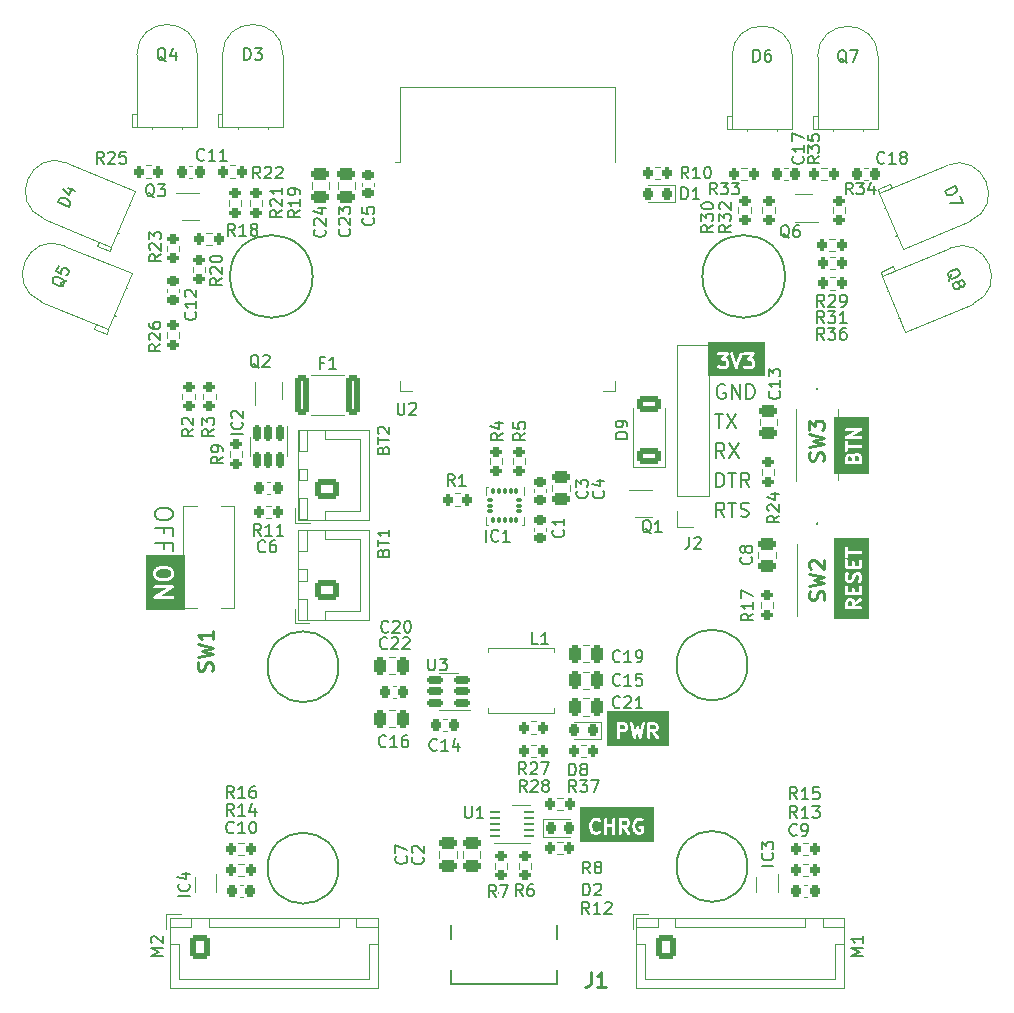
<source format=gto>
%TF.GenerationSoftware,KiCad,Pcbnew,7.0.5*%
%TF.CreationDate,2023-06-03T10:58:51+02:00*%
%TF.ProjectId,electronix,656c6563-7472-46f6-9e69-782e6b696361,rev?*%
%TF.SameCoordinates,Original*%
%TF.FileFunction,Legend,Top*%
%TF.FilePolarity,Positive*%
%FSLAX46Y46*%
G04 Gerber Fmt 4.6, Leading zero omitted, Abs format (unit mm)*
G04 Created by KiCad (PCBNEW 7.0.5) date 2023-06-03 10:58:51*
%MOMM*%
%LPD*%
G01*
G04 APERTURE LIST*
G04 Aperture macros list*
%AMRoundRect*
0 Rectangle with rounded corners*
0 $1 Rounding radius*
0 $2 $3 $4 $5 $6 $7 $8 $9 X,Y pos of 4 corners*
0 Add a 4 corners polygon primitive as box body*
4,1,4,$2,$3,$4,$5,$6,$7,$8,$9,$2,$3,0*
0 Add four circle primitives for the rounded corners*
1,1,$1+$1,$2,$3*
1,1,$1+$1,$4,$5*
1,1,$1+$1,$6,$7*
1,1,$1+$1,$8,$9*
0 Add four rect primitives between the rounded corners*
20,1,$1+$1,$2,$3,$4,$5,0*
20,1,$1+$1,$4,$5,$6,$7,0*
20,1,$1+$1,$6,$7,$8,$9,0*
20,1,$1+$1,$8,$9,$2,$3,0*%
%AMRotRect*
0 Rectangle, with rotation*
0 The origin of the aperture is its center*
0 $1 length*
0 $2 width*
0 $3 Rotation angle, in degrees counterclockwise*
0 Add horizontal line*
21,1,$1,$2,0,0,$3*%
G04 Aperture macros list end*
%ADD10C,0.200000*%
%ADD11C,0.250000*%
%ADD12C,0.254000*%
%ADD13C,0.120000*%
%ADD14C,0.100000*%
%ADD15RoundRect,0.250000X0.475000X-0.250000X0.475000X0.250000X-0.475000X0.250000X-0.475000X-0.250000X0*%
%ADD16RoundRect,0.200000X-0.200000X-0.275000X0.200000X-0.275000X0.200000X0.275000X-0.200000X0.275000X0*%
%ADD17RoundRect,0.225000X0.225000X0.250000X-0.225000X0.250000X-0.225000X-0.250000X0.225000X-0.250000X0*%
%ADD18RoundRect,0.200000X-0.275000X0.200000X-0.275000X-0.200000X0.275000X-0.200000X0.275000X0.200000X0*%
%ADD19RoundRect,0.200000X0.200000X0.275000X-0.200000X0.275000X-0.200000X-0.275000X0.200000X-0.275000X0*%
%ADD20R,1.800000X1.800000*%
%ADD21C,1.800000*%
%ADD22RoundRect,0.225000X0.250000X-0.225000X0.250000X0.225000X-0.250000X0.225000X-0.250000X-0.225000X0*%
%ADD23RoundRect,0.200000X0.275000X-0.200000X0.275000X0.200000X-0.275000X0.200000X-0.275000X-0.200000X0*%
%ADD24RoundRect,0.250000X0.750000X-0.600000X0.750000X0.600000X-0.750000X0.600000X-0.750000X-0.600000X0*%
%ADD25O,2.000000X1.700000*%
%ADD26RoundRect,0.250000X0.250000X0.475000X-0.250000X0.475000X-0.250000X-0.475000X0.250000X-0.475000X0*%
%ADD27RoundRect,0.250000X-0.250000X-0.475000X0.250000X-0.475000X0.250000X0.475000X-0.250000X0.475000X0*%
%ADD28RoundRect,0.087500X-0.087500X0.187500X-0.087500X-0.187500X0.087500X-0.187500X0.087500X0.187500X0*%
%ADD29RoundRect,0.087500X-0.187500X0.087500X-0.187500X-0.087500X0.187500X-0.087500X0.187500X0.087500X0*%
%ADD30RoundRect,0.150000X-0.150000X0.512500X-0.150000X-0.512500X0.150000X-0.512500X0.150000X0.512500X0*%
%ADD31RoundRect,0.218750X0.218750X0.256250X-0.218750X0.256250X-0.218750X-0.256250X0.218750X-0.256250X0*%
%ADD32RoundRect,0.225000X-0.250000X0.225000X-0.250000X-0.225000X0.250000X-0.225000X0.250000X0.225000X0*%
%ADD33R,0.340000X0.700000*%
%ADD34R,0.650000X0.400000*%
%ADD35RoundRect,0.250000X-0.475000X0.250000X-0.475000X-0.250000X0.475000X-0.250000X0.475000X0.250000X0*%
%ADD36C,1.300000*%
%ADD37C,1.200000*%
%ADD38C,1.500000*%
%ADD39RoundRect,0.250000X-0.312500X-1.450000X0.312500X-1.450000X0.312500X1.450000X-0.312500X1.450000X0*%
%ADD40RoundRect,0.250000X0.800000X-0.450000X0.800000X0.450000X-0.800000X0.450000X-0.800000X-0.450000X0*%
%ADD41R,1.500000X0.900000*%
%ADD42R,0.900000X1.500000*%
%ADD43C,0.600000*%
%ADD44R,4.200000X4.200000*%
%ADD45RoundRect,0.250000X-0.600000X-0.725000X0.600000X-0.725000X0.600000X0.725000X-0.600000X0.725000X0*%
%ADD46O,1.700000X1.950000*%
%ADD47RotRect,1.800000X1.800000X112.500000*%
%ADD48RoundRect,0.218750X-0.218750X-0.256250X0.218750X-0.256250X0.218750X0.256250X-0.218750X0.256250X0*%
%ADD49RoundRect,0.150000X0.512500X0.150000X-0.512500X0.150000X-0.512500X-0.150000X0.512500X-0.150000X0*%
%ADD50RoundRect,0.062500X-0.362500X-0.062500X0.362500X-0.062500X0.362500X0.062500X-0.362500X0.062500X0*%
%ADD51R,1.650000X2.380000*%
%ADD52R,0.400000X0.650000*%
%ADD53RotRect,1.800000X1.800000X247.500000*%
%ADD54RoundRect,0.225000X-0.225000X-0.250000X0.225000X-0.250000X0.225000X0.250000X-0.225000X0.250000X0*%
%ADD55R,0.700000X1.200000*%
%ADD56R,0.760000X1.200000*%
%ADD57R,0.800000X1.200000*%
%ADD58C,1.850000*%
%ADD59C,2.010000*%
%ADD60R,1.400000X4.200000*%
%ADD61R,1.700000X1.700000*%
%ADD62O,1.700000X1.700000*%
%ADD63O,4.000000X5.000000*%
%ADD64O,6.000000X5.000000*%
G04 APERTURE END LIST*
D10*
X148645863Y-95642742D02*
X149331578Y-95642742D01*
X148988720Y-96842742D02*
X148988720Y-95642742D01*
X149617292Y-95642742D02*
X150417292Y-96842742D01*
X150417292Y-95642742D02*
X149617292Y-96842742D01*
X148717292Y-101842742D02*
X148717292Y-100642742D01*
X148717292Y-100642742D02*
X149003006Y-100642742D01*
X149003006Y-100642742D02*
X149174435Y-100699885D01*
X149174435Y-100699885D02*
X149288720Y-100814171D01*
X149288720Y-100814171D02*
X149345863Y-100928457D01*
X149345863Y-100928457D02*
X149403006Y-101157028D01*
X149403006Y-101157028D02*
X149403006Y-101328457D01*
X149403006Y-101328457D02*
X149345863Y-101557028D01*
X149345863Y-101557028D02*
X149288720Y-101671314D01*
X149288720Y-101671314D02*
X149174435Y-101785600D01*
X149174435Y-101785600D02*
X149003006Y-101842742D01*
X149003006Y-101842742D02*
X148717292Y-101842742D01*
X149745863Y-100642742D02*
X150431578Y-100642742D01*
X150088720Y-101842742D02*
X150088720Y-100642742D01*
X151517292Y-101842742D02*
X151117292Y-101271314D01*
X150831578Y-101842742D02*
X150831578Y-100642742D01*
X150831578Y-100642742D02*
X151288721Y-100642742D01*
X151288721Y-100642742D02*
X151403006Y-100699885D01*
X151403006Y-100699885D02*
X151460149Y-100757028D01*
X151460149Y-100757028D02*
X151517292Y-100871314D01*
X151517292Y-100871314D02*
X151517292Y-101042742D01*
X151517292Y-101042742D02*
X151460149Y-101157028D01*
X151460149Y-101157028D02*
X151403006Y-101214171D01*
X151403006Y-101214171D02*
X151288721Y-101271314D01*
X151288721Y-101271314D02*
X150831578Y-101271314D01*
D11*
G36*
X140947570Y-122000017D02*
G01*
X140976026Y-122028473D01*
X141010901Y-122098222D01*
X141010901Y-122210633D01*
X140976025Y-122280383D01*
X140947571Y-122308837D01*
X140877820Y-122343714D01*
X140575187Y-122343714D01*
X140575187Y-121965142D01*
X140877821Y-121965142D01*
X140947570Y-122000017D01*
G37*
G36*
X143518999Y-122000017D02*
G01*
X143547455Y-122028473D01*
X143582330Y-122098222D01*
X143582330Y-122210633D01*
X143547454Y-122280383D01*
X143519000Y-122308837D01*
X143449249Y-122343714D01*
X143313785Y-122343714D01*
X143283708Y-122340597D01*
X143277540Y-122343714D01*
X143146616Y-122343714D01*
X143146616Y-121965142D01*
X143449250Y-121965142D01*
X143518999Y-122000017D01*
G37*
G36*
X144702858Y-123746429D02*
G01*
X139453571Y-123746429D01*
X139453571Y-122487254D01*
X140321236Y-122487254D01*
X140325187Y-122495905D01*
X140325187Y-123058114D01*
X140340591Y-123110575D01*
X140396068Y-123158646D01*
X140468727Y-123169093D01*
X140535500Y-123138599D01*
X140575187Y-123076845D01*
X140575187Y-122593714D01*
X140900605Y-122593714D01*
X140930404Y-122596931D01*
X140953251Y-122585507D01*
X140977763Y-122578310D01*
X140985496Y-122569384D01*
X141063501Y-122530382D01*
X141084050Y-122525912D01*
X141108396Y-122501565D01*
X141133625Y-122478098D01*
X141134229Y-122475732D01*
X141156065Y-122453897D01*
X141174147Y-122443158D01*
X141189552Y-122412347D01*
X141206057Y-122382121D01*
X141205882Y-122379686D01*
X141244697Y-122302058D01*
X141260901Y-122276845D01*
X141260901Y-122251298D01*
X141265425Y-122226157D01*
X141260901Y-122215249D01*
X141260901Y-122075445D01*
X141264119Y-122045641D01*
X141252693Y-122022790D01*
X141245497Y-121998281D01*
X141236572Y-121990547D01*
X141197569Y-121912543D01*
X141193099Y-121891992D01*
X141168737Y-121867630D01*
X141145285Y-121842418D01*
X141142919Y-121841813D01*
X141134496Y-121833390D01*
X141405799Y-121833390D01*
X141696981Y-123056358D01*
X141697572Y-123079958D01*
X141715479Y-123106347D01*
X141731313Y-123134045D01*
X141735891Y-123136430D01*
X141738789Y-123140700D01*
X141768121Y-123153219D01*
X141796416Y-123167959D01*
X141801556Y-123167490D01*
X141806303Y-123169516D01*
X141837752Y-123164189D01*
X141869519Y-123161292D01*
X141873589Y-123158119D01*
X141878679Y-123157257D01*
X141902253Y-123135774D01*
X141927413Y-123116162D01*
X141929122Y-123111290D01*
X141932937Y-123107814D01*
X141941154Y-123076997D01*
X141951717Y-123046895D01*
X141950521Y-123041873D01*
X142050186Y-122668129D01*
X142154605Y-123059701D01*
X142155829Y-123083275D01*
X142174437Y-123109173D01*
X142191011Y-123136436D01*
X142195651Y-123138697D01*
X142198663Y-123142888D01*
X142228324Y-123154617D01*
X142257000Y-123168589D01*
X142262124Y-123167982D01*
X142266926Y-123169881D01*
X142298224Y-123163710D01*
X142329898Y-123159962D01*
X142333882Y-123156680D01*
X142338946Y-123155682D01*
X142361937Y-123133572D01*
X142386559Y-123113293D01*
X142388136Y-123108378D01*
X142391858Y-123104800D01*
X142399248Y-123073758D01*
X142408994Y-123043398D01*
X142407664Y-123038412D01*
X142538892Y-122487254D01*
X142892665Y-122487254D01*
X142896616Y-122495905D01*
X142896616Y-123058114D01*
X142912020Y-123110575D01*
X142967497Y-123158646D01*
X143040156Y-123169093D01*
X143106929Y-123138599D01*
X143146616Y-123076845D01*
X143146616Y-122593714D01*
X143242248Y-122593714D01*
X143615232Y-123126548D01*
X143657936Y-123160692D01*
X143730952Y-123168259D01*
X143796467Y-123135151D01*
X143833683Y-123071877D01*
X143830782Y-122998527D01*
X143538771Y-122581369D01*
X143549192Y-122578310D01*
X143556925Y-122569384D01*
X143634930Y-122530382D01*
X143655479Y-122525912D01*
X143679825Y-122501565D01*
X143705054Y-122478098D01*
X143705658Y-122475732D01*
X143727494Y-122453897D01*
X143745576Y-122443158D01*
X143760981Y-122412347D01*
X143777486Y-122382121D01*
X143777311Y-122379686D01*
X143816126Y-122302058D01*
X143832330Y-122276845D01*
X143832330Y-122251298D01*
X143836854Y-122226157D01*
X143832330Y-122215249D01*
X143832330Y-122075445D01*
X143835548Y-122045641D01*
X143824122Y-122022790D01*
X143816926Y-121998281D01*
X143808001Y-121990547D01*
X143768998Y-121912543D01*
X143764528Y-121891992D01*
X143740166Y-121867630D01*
X143716714Y-121842418D01*
X143714348Y-121841813D01*
X143692513Y-121819978D01*
X143681774Y-121801896D01*
X143650957Y-121786487D01*
X143620736Y-121769985D01*
X143618301Y-121770159D01*
X143540676Y-121731346D01*
X143515462Y-121715142D01*
X143489916Y-121715142D01*
X143464775Y-121710618D01*
X143453867Y-121715142D01*
X143030555Y-121715142D01*
X143003076Y-121711191D01*
X142977821Y-121722724D01*
X142951183Y-121730546D01*
X142944954Y-121737733D01*
X142936303Y-121741685D01*
X142921292Y-121765041D01*
X142903112Y-121786023D01*
X142901758Y-121795437D01*
X142896616Y-121803439D01*
X142896616Y-121831202D01*
X142892665Y-121858682D01*
X142896616Y-121867333D01*
X142896616Y-122459774D01*
X142892665Y-122487254D01*
X142538892Y-122487254D01*
X142690236Y-121851611D01*
X142687402Y-121797009D01*
X142644568Y-121737396D01*
X142576305Y-121710403D01*
X142504285Y-121724602D01*
X142451373Y-121775484D01*
X142271897Y-122529283D01*
X142174777Y-122165083D01*
X142174230Y-122143184D01*
X142155383Y-122115410D01*
X142137935Y-122086706D01*
X142134904Y-122085229D01*
X142133013Y-122082442D01*
X142102135Y-122069262D01*
X142071945Y-122054553D01*
X142068598Y-122054949D01*
X142065499Y-122053626D01*
X142032388Y-122059234D01*
X141999047Y-122063180D01*
X141996446Y-122065322D01*
X141993123Y-122065885D01*
X141968303Y-122088502D01*
X141942386Y-122109849D01*
X141941355Y-122113058D01*
X141938865Y-122115328D01*
X141930212Y-122147775D01*
X141919951Y-122179744D01*
X141920819Y-122182999D01*
X141828476Y-122529283D01*
X141653339Y-121793706D01*
X141626203Y-121746240D01*
X141561100Y-121712326D01*
X141487998Y-121718992D01*
X141430103Y-121764123D01*
X141405799Y-121833390D01*
X141134496Y-121833390D01*
X141121084Y-121819978D01*
X141110345Y-121801896D01*
X141079528Y-121786487D01*
X141049307Y-121769985D01*
X141046872Y-121770159D01*
X140969247Y-121731346D01*
X140944033Y-121715142D01*
X140918487Y-121715142D01*
X140893346Y-121710618D01*
X140882438Y-121715142D01*
X140459126Y-121715142D01*
X140431647Y-121711191D01*
X140406392Y-121722724D01*
X140379754Y-121730546D01*
X140373525Y-121737733D01*
X140364874Y-121741685D01*
X140349863Y-121765041D01*
X140331683Y-121786023D01*
X140330329Y-121795437D01*
X140325187Y-121803439D01*
X140325187Y-121831202D01*
X140321236Y-121858682D01*
X140325187Y-121867333D01*
X140325187Y-122459774D01*
X140321236Y-122487254D01*
X139453571Y-122487254D01*
X139453571Y-120828571D01*
X144702858Y-120828571D01*
X144702858Y-123746429D01*
G37*
D10*
X149403006Y-104342742D02*
X149003006Y-103771314D01*
X148717292Y-104342742D02*
X148717292Y-103142742D01*
X148717292Y-103142742D02*
X149174435Y-103142742D01*
X149174435Y-103142742D02*
X149288720Y-103199885D01*
X149288720Y-103199885D02*
X149345863Y-103257028D01*
X149345863Y-103257028D02*
X149403006Y-103371314D01*
X149403006Y-103371314D02*
X149403006Y-103542742D01*
X149403006Y-103542742D02*
X149345863Y-103657028D01*
X149345863Y-103657028D02*
X149288720Y-103714171D01*
X149288720Y-103714171D02*
X149174435Y-103771314D01*
X149174435Y-103771314D02*
X148717292Y-103771314D01*
X149745863Y-103142742D02*
X150431578Y-103142742D01*
X150088720Y-104342742D02*
X150088720Y-103142742D01*
X150774435Y-104285600D02*
X150945864Y-104342742D01*
X150945864Y-104342742D02*
X151231578Y-104342742D01*
X151231578Y-104342742D02*
X151345864Y-104285600D01*
X151345864Y-104285600D02*
X151403006Y-104228457D01*
X151403006Y-104228457D02*
X151460149Y-104114171D01*
X151460149Y-104114171D02*
X151460149Y-103999885D01*
X151460149Y-103999885D02*
X151403006Y-103885600D01*
X151403006Y-103885600D02*
X151345864Y-103828457D01*
X151345864Y-103828457D02*
X151231578Y-103771314D01*
X151231578Y-103771314D02*
X151003006Y-103714171D01*
X151003006Y-103714171D02*
X150888721Y-103657028D01*
X150888721Y-103657028D02*
X150831578Y-103599885D01*
X150831578Y-103599885D02*
X150774435Y-103485600D01*
X150774435Y-103485600D02*
X150774435Y-103371314D01*
X150774435Y-103371314D02*
X150831578Y-103257028D01*
X150831578Y-103257028D02*
X150888721Y-103199885D01*
X150888721Y-103199885D02*
X151003006Y-103142742D01*
X151003006Y-103142742D02*
X151288721Y-103142742D01*
X151288721Y-103142742D02*
X151460149Y-103199885D01*
D11*
G36*
X152845714Y-92446429D02*
G01*
X148053571Y-92446429D01*
X148053571Y-91616563D01*
X148805956Y-91616563D01*
X148821560Y-91688292D01*
X148893574Y-91760307D01*
X148904315Y-91778390D01*
X148935126Y-91793795D01*
X148965351Y-91810299D01*
X148967785Y-91810124D01*
X149045411Y-91848937D01*
X149070627Y-91865142D01*
X149096174Y-91865142D01*
X149121315Y-91869666D01*
X149132223Y-91865142D01*
X149443459Y-91865142D01*
X149473260Y-91868360D01*
X149496111Y-91856934D01*
X149520620Y-91849738D01*
X149528352Y-91840814D01*
X149606358Y-91801811D01*
X149626909Y-91797341D01*
X149651265Y-91772984D01*
X149676482Y-91749528D01*
X149677087Y-91747161D01*
X149698921Y-91725326D01*
X149717004Y-91714587D01*
X149732410Y-91683774D01*
X149748915Y-91653548D01*
X149748740Y-91651113D01*
X149787554Y-91573487D01*
X149803758Y-91548274D01*
X149803758Y-91522727D01*
X149808282Y-91497586D01*
X149803758Y-91486678D01*
X149803758Y-91232588D01*
X149806976Y-91202784D01*
X149795550Y-91179933D01*
X149788354Y-91155424D01*
X149779429Y-91147690D01*
X149740427Y-91069687D01*
X149735957Y-91049137D01*
X149711597Y-91024777D01*
X149688142Y-90999561D01*
X149685777Y-90998956D01*
X149663942Y-90977121D01*
X149653203Y-90959039D01*
X149622397Y-90943635D01*
X149592167Y-90927129D01*
X149589731Y-90927303D01*
X149531545Y-90898209D01*
X149748877Y-90649830D01*
X149749191Y-90649738D01*
X149772953Y-90622315D01*
X149784665Y-90608930D01*
X149784795Y-90608648D01*
X149797262Y-90594261D01*
X149799883Y-90576026D01*
X149807618Y-90559305D01*
X149805611Y-90544851D01*
X149891423Y-90544851D01*
X150295879Y-91758219D01*
X150295370Y-91772303D01*
X150307261Y-91792365D01*
X150308713Y-91796720D01*
X150316388Y-91807764D01*
X150332799Y-91835451D01*
X150337143Y-91837627D01*
X150339916Y-91841618D01*
X150369653Y-91853920D01*
X150398426Y-91868339D01*
X150403257Y-91867821D01*
X150407747Y-91869679D01*
X150439413Y-91863950D01*
X150471415Y-91860525D01*
X150475199Y-91857477D01*
X150479981Y-91856613D01*
X150503524Y-91834673D01*
X150528594Y-91814490D01*
X150530130Y-91809880D01*
X150533685Y-91806568D01*
X150541629Y-91775384D01*
X150594569Y-91616563D01*
X150977384Y-91616563D01*
X150992988Y-91688292D01*
X151065002Y-91760307D01*
X151075743Y-91778390D01*
X151106554Y-91793795D01*
X151136779Y-91810299D01*
X151139213Y-91810124D01*
X151216839Y-91848937D01*
X151242055Y-91865142D01*
X151267602Y-91865142D01*
X151292743Y-91869666D01*
X151303651Y-91865142D01*
X151614887Y-91865142D01*
X151644688Y-91868360D01*
X151667539Y-91856934D01*
X151692048Y-91849738D01*
X151699780Y-91840814D01*
X151777786Y-91801811D01*
X151798337Y-91797341D01*
X151822693Y-91772984D01*
X151847910Y-91749528D01*
X151848515Y-91747161D01*
X151870349Y-91725326D01*
X151888432Y-91714587D01*
X151903838Y-91683774D01*
X151920343Y-91653548D01*
X151920168Y-91651113D01*
X151958982Y-91573487D01*
X151975186Y-91548274D01*
X151975186Y-91522727D01*
X151979710Y-91497586D01*
X151975186Y-91486678D01*
X151975186Y-91232588D01*
X151978404Y-91202784D01*
X151966978Y-91179933D01*
X151959782Y-91155424D01*
X151950857Y-91147690D01*
X151911855Y-91069687D01*
X151907385Y-91049137D01*
X151883025Y-91024777D01*
X151859570Y-90999561D01*
X151857205Y-90998956D01*
X151835370Y-90977121D01*
X151824631Y-90959039D01*
X151793825Y-90943635D01*
X151763595Y-90927129D01*
X151761159Y-90927303D01*
X151702973Y-90898209D01*
X151920305Y-90649830D01*
X151920619Y-90649738D01*
X151944381Y-90622315D01*
X151956093Y-90608930D01*
X151956223Y-90608648D01*
X151968690Y-90594261D01*
X151971311Y-90576026D01*
X151979046Y-90559305D01*
X151976427Y-90540446D01*
X151979137Y-90521602D01*
X151971483Y-90504843D01*
X151968950Y-90486596D01*
X151956552Y-90472147D01*
X151948643Y-90454829D01*
X151933144Y-90444868D01*
X151921148Y-90430888D01*
X151902906Y-90425436D01*
X151886889Y-90415142D01*
X151868465Y-90415142D01*
X151850816Y-90409867D01*
X151832524Y-90415142D01*
X151089357Y-90415142D01*
X151036896Y-90430546D01*
X150988825Y-90486023D01*
X150978378Y-90558682D01*
X151008872Y-90625455D01*
X151070626Y-90665142D01*
X151574715Y-90665142D01*
X151380066Y-90887596D01*
X151379753Y-90887689D01*
X151355990Y-90915111D01*
X151344279Y-90928497D01*
X151344148Y-90928778D01*
X151331682Y-90943166D01*
X151329060Y-90961400D01*
X151321326Y-90978122D01*
X151323944Y-90996980D01*
X151321235Y-91015825D01*
X151328888Y-91032583D01*
X151331422Y-91050831D01*
X151343819Y-91065279D01*
X151351729Y-91082598D01*
X151367227Y-91092558D01*
X151379224Y-91106539D01*
X151397465Y-91111990D01*
X151413483Y-91122285D01*
X151431907Y-91122285D01*
X151449556Y-91127560D01*
X151467848Y-91122285D01*
X151592107Y-91122285D01*
X151661856Y-91157159D01*
X151690311Y-91185615D01*
X151725186Y-91255365D01*
X151725186Y-91482062D01*
X151690310Y-91551813D01*
X151661857Y-91580266D01*
X151592106Y-91615142D01*
X151308266Y-91615142D01*
X151238516Y-91580267D01*
X151183009Y-91524761D01*
X151135021Y-91498557D01*
X151061802Y-91503794D01*
X151003037Y-91547785D01*
X150977384Y-91616563D01*
X150594569Y-91616563D01*
X150945884Y-90562621D01*
X150947860Y-90507981D01*
X150910431Y-90444833D01*
X150844804Y-90411946D01*
X150771815Y-90419759D01*
X150714636Y-90465794D01*
X150421614Y-91344856D01*
X150134517Y-90483564D01*
X150103314Y-90438666D01*
X150035483Y-90410605D01*
X149963249Y-90423671D01*
X149909545Y-90473716D01*
X149891423Y-90544851D01*
X149805611Y-90544851D01*
X149804999Y-90540446D01*
X149807709Y-90521602D01*
X149800055Y-90504843D01*
X149797522Y-90486596D01*
X149785124Y-90472147D01*
X149777215Y-90454829D01*
X149761716Y-90444868D01*
X149749720Y-90430888D01*
X149731478Y-90425436D01*
X149715461Y-90415142D01*
X149697037Y-90415142D01*
X149679388Y-90409867D01*
X149661096Y-90415142D01*
X148917929Y-90415142D01*
X148865468Y-90430546D01*
X148817397Y-90486023D01*
X148806950Y-90558682D01*
X148837444Y-90625455D01*
X148899198Y-90665142D01*
X149403287Y-90665142D01*
X149208638Y-90887596D01*
X149208325Y-90887689D01*
X149184562Y-90915111D01*
X149172851Y-90928497D01*
X149172720Y-90928778D01*
X149160254Y-90943166D01*
X149157632Y-90961400D01*
X149149898Y-90978122D01*
X149152516Y-90996980D01*
X149149807Y-91015825D01*
X149157460Y-91032583D01*
X149159994Y-91050831D01*
X149172391Y-91065279D01*
X149180301Y-91082598D01*
X149195799Y-91092558D01*
X149207796Y-91106539D01*
X149226037Y-91111990D01*
X149242055Y-91122285D01*
X149260479Y-91122285D01*
X149278128Y-91127560D01*
X149296420Y-91122285D01*
X149420679Y-91122285D01*
X149490428Y-91157159D01*
X149518883Y-91185615D01*
X149553758Y-91255365D01*
X149553758Y-91482062D01*
X149518882Y-91551813D01*
X149490429Y-91580266D01*
X149420678Y-91615142D01*
X149136838Y-91615142D01*
X149067088Y-91580267D01*
X149011581Y-91524761D01*
X148963593Y-91498557D01*
X148890374Y-91503794D01*
X148831609Y-91547785D01*
X148805956Y-91616563D01*
X148053571Y-91616563D01*
X148053571Y-89528571D01*
X152845714Y-89528571D01*
X152845714Y-92446429D01*
G37*
D10*
X149445863Y-93199885D02*
X149331578Y-93142742D01*
X149331578Y-93142742D02*
X149160149Y-93142742D01*
X149160149Y-93142742D02*
X148988720Y-93199885D01*
X148988720Y-93199885D02*
X148874435Y-93314171D01*
X148874435Y-93314171D02*
X148817292Y-93428457D01*
X148817292Y-93428457D02*
X148760149Y-93657028D01*
X148760149Y-93657028D02*
X148760149Y-93828457D01*
X148760149Y-93828457D02*
X148817292Y-94057028D01*
X148817292Y-94057028D02*
X148874435Y-94171314D01*
X148874435Y-94171314D02*
X148988720Y-94285600D01*
X148988720Y-94285600D02*
X149160149Y-94342742D01*
X149160149Y-94342742D02*
X149274435Y-94342742D01*
X149274435Y-94342742D02*
X149445863Y-94285600D01*
X149445863Y-94285600D02*
X149503006Y-94228457D01*
X149503006Y-94228457D02*
X149503006Y-93828457D01*
X149503006Y-93828457D02*
X149274435Y-93828457D01*
X150017292Y-94342742D02*
X150017292Y-93142742D01*
X150017292Y-93142742D02*
X150703006Y-94342742D01*
X150703006Y-94342742D02*
X150703006Y-93142742D01*
X151274435Y-94342742D02*
X151274435Y-93142742D01*
X151274435Y-93142742D02*
X151560149Y-93142742D01*
X151560149Y-93142742D02*
X151731578Y-93199885D01*
X151731578Y-93199885D02*
X151845863Y-93314171D01*
X151845863Y-93314171D02*
X151903006Y-93428457D01*
X151903006Y-93428457D02*
X151960149Y-93657028D01*
X151960149Y-93657028D02*
X151960149Y-93828457D01*
X151960149Y-93828457D02*
X151903006Y-94057028D01*
X151903006Y-94057028D02*
X151845863Y-94171314D01*
X151845863Y-94171314D02*
X151731578Y-94285600D01*
X151731578Y-94285600D02*
X151560149Y-94342742D01*
X151560149Y-94342742D02*
X151274435Y-94342742D01*
D11*
G36*
X102418378Y-108834485D02*
G01*
X102522411Y-108938518D01*
X102571571Y-109036838D01*
X102571571Y-109263535D01*
X102522410Y-109361856D01*
X102418379Y-109465886D01*
X102181182Y-109525187D01*
X101711960Y-109525187D01*
X101474762Y-109465887D01*
X101370731Y-109361856D01*
X101321571Y-109263535D01*
X101321571Y-109036838D01*
X101370732Y-108938517D01*
X101474763Y-108834485D01*
X101711959Y-108775187D01*
X102181183Y-108775187D01*
X102418378Y-108834485D01*
G37*
G36*
X103714286Y-112257144D02*
G01*
X100410714Y-112257144D01*
X100410714Y-111161993D01*
X101066830Y-111161993D01*
X101068119Y-111165255D01*
X101067620Y-111168727D01*
X101081516Y-111199155D01*
X101093809Y-111230262D01*
X101096656Y-111232309D01*
X101098114Y-111235500D01*
X101126249Y-111253581D01*
X101153413Y-111273108D01*
X101156917Y-111273290D01*
X101159868Y-111275187D01*
X101193321Y-111275187D01*
X101226721Y-111276927D01*
X101229766Y-111275187D01*
X102714543Y-111275187D01*
X102767004Y-111259783D01*
X102815075Y-111204306D01*
X102825522Y-111131647D01*
X102795028Y-111064874D01*
X102733274Y-111025187D01*
X101667266Y-111025187D01*
X102745859Y-110408848D01*
X102767004Y-110402640D01*
X102788903Y-110377366D01*
X102812099Y-110353255D01*
X102812778Y-110349813D01*
X102815075Y-110347163D01*
X102819835Y-110314055D01*
X102826312Y-110281238D01*
X102825022Y-110277975D01*
X102825522Y-110274504D01*
X102811629Y-110244084D01*
X102799334Y-110212969D01*
X102796484Y-110210920D01*
X102795028Y-110207731D01*
X102766897Y-110189652D01*
X102739729Y-110170123D01*
X102736224Y-110169940D01*
X102733274Y-110168044D01*
X102699821Y-110168044D01*
X102666421Y-110166304D01*
X102663376Y-110168044D01*
X101178599Y-110168044D01*
X101126138Y-110183448D01*
X101078067Y-110238925D01*
X101067620Y-110311584D01*
X101098114Y-110378357D01*
X101159868Y-110418044D01*
X102225876Y-110418044D01*
X101147284Y-111034381D01*
X101126138Y-111040591D01*
X101104232Y-111065871D01*
X101081043Y-111089976D01*
X101080363Y-111093417D01*
X101078067Y-111096068D01*
X101073306Y-111129175D01*
X101066830Y-111161993D01*
X100410714Y-111161993D01*
X100410714Y-109021314D01*
X101067047Y-109021314D01*
X101071571Y-109032221D01*
X101071571Y-109286319D01*
X101068354Y-109316118D01*
X101079777Y-109338965D01*
X101086975Y-109363477D01*
X101095900Y-109371211D01*
X101149188Y-109477786D01*
X101153659Y-109498336D01*
X101178010Y-109522687D01*
X101201473Y-109547911D01*
X101203839Y-109548516D01*
X101321104Y-109665781D01*
X101344933Y-109691124D01*
X101365005Y-109696142D01*
X101383164Y-109706058D01*
X101399884Y-109704862D01*
X101646298Y-109766466D01*
X101659868Y-109775187D01*
X101681181Y-109775187D01*
X101683689Y-109775814D01*
X101699112Y-109775187D01*
X102175999Y-109775187D01*
X102191281Y-109780357D01*
X102211961Y-109775187D01*
X102214543Y-109775187D01*
X102229341Y-109770841D01*
X102510748Y-109700489D01*
X102544720Y-109693099D01*
X102559349Y-109678469D01*
X102577196Y-109667999D01*
X102584773Y-109653045D01*
X102702447Y-109535371D01*
X102720531Y-109524631D01*
X102735937Y-109493818D01*
X102752442Y-109463594D01*
X102752267Y-109461158D01*
X102805368Y-109354958D01*
X102821571Y-109329747D01*
X102821571Y-109304201D01*
X102826095Y-109279060D01*
X102821571Y-109268152D01*
X102821571Y-109014054D01*
X102824788Y-108984256D01*
X102813364Y-108961408D01*
X102806167Y-108936897D01*
X102797241Y-108929163D01*
X102743952Y-108822585D01*
X102739483Y-108802038D01*
X102715136Y-108777691D01*
X102691669Y-108752463D01*
X102689303Y-108751858D01*
X102572031Y-108634584D01*
X102548209Y-108609249D01*
X102528137Y-108604231D01*
X102509978Y-108594315D01*
X102493256Y-108595510D01*
X102246844Y-108533907D01*
X102233274Y-108525187D01*
X102211960Y-108525187D01*
X102209452Y-108524560D01*
X102194030Y-108525187D01*
X101717143Y-108525187D01*
X101701861Y-108520017D01*
X101681181Y-108525187D01*
X101678599Y-108525187D01*
X101663803Y-108529531D01*
X101382399Y-108599882D01*
X101348421Y-108607274D01*
X101333790Y-108621904D01*
X101315946Y-108632374D01*
X101308369Y-108647326D01*
X101190691Y-108765004D01*
X101172611Y-108775743D01*
X101157209Y-108806544D01*
X101140700Y-108836781D01*
X101140874Y-108839216D01*
X101087775Y-108945412D01*
X101071571Y-108970627D01*
X101071571Y-108996172D01*
X101067047Y-109021314D01*
X100410714Y-109021314D01*
X100410714Y-107610714D01*
X103714286Y-107610714D01*
X103714286Y-112257144D01*
G37*
G36*
X141104713Y-130100017D02*
G01*
X141133169Y-130128473D01*
X141168044Y-130198222D01*
X141168044Y-130310633D01*
X141133168Y-130380383D01*
X141104714Y-130408837D01*
X141034963Y-130443714D01*
X140899499Y-130443714D01*
X140869422Y-130440597D01*
X140863254Y-130443714D01*
X140732330Y-130443714D01*
X140732330Y-130065142D01*
X141034964Y-130065142D01*
X141104713Y-130100017D01*
G37*
G36*
X143488572Y-131846429D02*
G01*
X137153571Y-131846429D01*
X137153571Y-130620567D01*
X137962874Y-130620567D01*
X137968044Y-130641246D01*
X137968044Y-130643829D01*
X137972388Y-130658626D01*
X138023519Y-130863147D01*
X138021970Y-130877502D01*
X138032246Y-130898055D01*
X138033278Y-130902181D01*
X138040256Y-130914075D01*
X138088517Y-131010598D01*
X138092988Y-131031149D01*
X138117347Y-131055508D01*
X138140803Y-131080724D01*
X138143167Y-131081328D01*
X138228472Y-131166634D01*
X138247268Y-131189979D01*
X138271499Y-131198056D01*
X138293922Y-131210300D01*
X138305703Y-131209457D01*
X138438649Y-131253772D01*
X138456341Y-131265142D01*
X138490779Y-131265142D01*
X138525206Y-131266387D01*
X138527306Y-131265142D01*
X138591658Y-131265142D01*
X138612038Y-131270334D01*
X138644713Y-131259442D01*
X138677763Y-131249738D01*
X138679361Y-131247892D01*
X138811904Y-131203712D01*
X138841193Y-131197341D01*
X138859255Y-131179278D01*
X138880234Y-131164699D01*
X138884748Y-131153785D01*
X138936997Y-131101538D01*
X138963200Y-131053550D01*
X138957964Y-130980330D01*
X138913973Y-130921565D01*
X138845195Y-130895912D01*
X138773465Y-130911516D01*
X138711235Y-130973745D01*
X138587046Y-131015142D01*
X138513328Y-131015142D01*
X138389137Y-130973745D01*
X138310062Y-130894669D01*
X138268127Y-130810801D01*
X138218044Y-130610468D01*
X138218044Y-130530111D01*
X139221236Y-130530111D01*
X139225187Y-130538762D01*
X139225187Y-131158114D01*
X139240591Y-131210575D01*
X139296068Y-131258646D01*
X139368727Y-131269093D01*
X139435500Y-131238599D01*
X139475187Y-131176845D01*
X139475187Y-130636571D01*
X139910901Y-130636571D01*
X139910901Y-131158114D01*
X139926305Y-131210575D01*
X139981782Y-131258646D01*
X140054441Y-131269093D01*
X140121214Y-131238599D01*
X140160901Y-131176845D01*
X140160901Y-130587254D01*
X140478379Y-130587254D01*
X140482330Y-130595905D01*
X140482330Y-131158114D01*
X140497734Y-131210575D01*
X140553211Y-131258646D01*
X140625870Y-131269093D01*
X140692643Y-131238599D01*
X140732330Y-131176845D01*
X140732330Y-130693714D01*
X140827962Y-130693714D01*
X141200946Y-131226548D01*
X141243650Y-131260692D01*
X141316666Y-131268259D01*
X141382181Y-131235151D01*
X141419397Y-131171877D01*
X141416496Y-131098527D01*
X141124485Y-130681369D01*
X141134906Y-130678310D01*
X141142639Y-130669384D01*
X141220644Y-130630382D01*
X141241193Y-130625912D01*
X141246538Y-130620567D01*
X141620017Y-130620567D01*
X141625187Y-130641246D01*
X141625187Y-130643829D01*
X141629531Y-130658626D01*
X141680662Y-130863147D01*
X141679113Y-130877502D01*
X141689389Y-130898055D01*
X141690421Y-130902181D01*
X141697399Y-130914075D01*
X141745660Y-131010598D01*
X141750131Y-131031149D01*
X141774490Y-131055508D01*
X141797946Y-131080724D01*
X141800310Y-131081328D01*
X141885615Y-131166634D01*
X141904411Y-131189979D01*
X141928642Y-131198056D01*
X141951065Y-131210300D01*
X141962846Y-131209457D01*
X142095792Y-131253772D01*
X142113484Y-131265142D01*
X142147922Y-131265142D01*
X142182349Y-131266387D01*
X142184449Y-131265142D01*
X142248801Y-131265142D01*
X142269181Y-131270334D01*
X142301856Y-131259442D01*
X142334906Y-131249738D01*
X142336504Y-131247892D01*
X142469047Y-131203712D01*
X142498336Y-131197341D01*
X142516398Y-131179278D01*
X142537377Y-131164699D01*
X142541891Y-131153785D01*
X142565485Y-131130192D01*
X142578357Y-131124314D01*
X142590933Y-131104744D01*
X142594140Y-131101538D01*
X142600614Y-131089681D01*
X142618044Y-131062560D01*
X142618044Y-131057760D01*
X142620343Y-131053550D01*
X142618044Y-131021400D01*
X142618044Y-130634796D01*
X142621995Y-130607317D01*
X142610461Y-130582062D01*
X142602640Y-130555424D01*
X142595452Y-130549195D01*
X142591501Y-130540544D01*
X142568144Y-130525533D01*
X142547163Y-130507353D01*
X142537748Y-130505999D01*
X142529747Y-130500857D01*
X142501983Y-130500857D01*
X142474504Y-130496906D01*
X142465852Y-130500857D01*
X142246501Y-130500857D01*
X142194040Y-130516261D01*
X142145969Y-130571738D01*
X142135522Y-130644397D01*
X142166016Y-130711170D01*
X142227770Y-130750857D01*
X142368044Y-130750857D01*
X142368044Y-130973857D01*
X142244189Y-131015142D01*
X142170471Y-131015142D01*
X142046280Y-130973745D01*
X141967205Y-130894669D01*
X141925270Y-130810801D01*
X141875187Y-130610468D01*
X141875187Y-130469816D01*
X141925270Y-130269484D01*
X141967205Y-130185615D01*
X142046281Y-130106538D01*
X142170471Y-130065142D01*
X142292107Y-130065142D01*
X142396074Y-130117126D01*
X142449885Y-130126809D01*
X142517691Y-130098688D01*
X142559530Y-130038372D01*
X142562117Y-129965011D01*
X142524631Y-129901896D01*
X142383533Y-129831346D01*
X142358319Y-129815142D01*
X142332773Y-129815142D01*
X142307632Y-129810618D01*
X142296724Y-129815142D01*
X142165858Y-129815142D01*
X142145478Y-129809950D01*
X142112798Y-129820843D01*
X142079754Y-129830546D01*
X142078155Y-129832390D01*
X141945611Y-129876572D01*
X141916322Y-129882944D01*
X141898257Y-129901008D01*
X141877282Y-129915586D01*
X141872767Y-129926498D01*
X141787164Y-130012102D01*
X141769084Y-130022841D01*
X141753683Y-130053641D01*
X141737173Y-130083879D01*
X141737347Y-130086314D01*
X141705483Y-130150041D01*
X141694964Y-130159932D01*
X141689389Y-130182228D01*
X141687489Y-130186030D01*
X141685047Y-130199596D01*
X141633907Y-130404155D01*
X141625187Y-130417725D01*
X141625187Y-130439038D01*
X141624560Y-130441546D01*
X141625187Y-130456968D01*
X141625187Y-130605285D01*
X141620017Y-130620567D01*
X141246538Y-130620567D01*
X141265539Y-130601565D01*
X141290768Y-130578098D01*
X141291372Y-130575732D01*
X141313208Y-130553897D01*
X141331290Y-130543158D01*
X141346695Y-130512347D01*
X141363200Y-130482121D01*
X141363025Y-130479686D01*
X141401840Y-130402058D01*
X141418044Y-130376845D01*
X141418044Y-130351298D01*
X141422568Y-130326157D01*
X141418044Y-130315249D01*
X141418044Y-130175445D01*
X141421262Y-130145641D01*
X141409836Y-130122790D01*
X141402640Y-130098281D01*
X141393715Y-130090547D01*
X141354712Y-130012543D01*
X141350242Y-129991992D01*
X141325880Y-129967630D01*
X141302428Y-129942418D01*
X141300062Y-129941813D01*
X141278227Y-129919978D01*
X141267488Y-129901896D01*
X141236671Y-129886487D01*
X141206450Y-129869985D01*
X141204015Y-129870159D01*
X141126390Y-129831346D01*
X141101176Y-129815142D01*
X141075630Y-129815142D01*
X141050489Y-129810618D01*
X141039581Y-129815142D01*
X140616269Y-129815142D01*
X140588790Y-129811191D01*
X140563535Y-129822724D01*
X140536897Y-129830546D01*
X140530668Y-129837733D01*
X140522017Y-129841685D01*
X140507006Y-129865041D01*
X140488826Y-129886023D01*
X140487472Y-129895437D01*
X140482330Y-129903439D01*
X140482330Y-129931202D01*
X140478379Y-129958682D01*
X140482330Y-129967333D01*
X140482330Y-130559774D01*
X140478379Y-130587254D01*
X140160901Y-130587254D01*
X140160901Y-130520510D01*
X140164852Y-130493031D01*
X140160901Y-130484379D01*
X140160901Y-129922170D01*
X140145497Y-129869709D01*
X140090020Y-129821638D01*
X140017361Y-129811191D01*
X139950588Y-129841685D01*
X139910901Y-129903439D01*
X139910901Y-130386571D01*
X139475187Y-130386571D01*
X139475187Y-129922170D01*
X139459783Y-129869709D01*
X139404306Y-129821638D01*
X139331647Y-129811191D01*
X139264874Y-129841685D01*
X139225187Y-129903439D01*
X139225187Y-130502631D01*
X139221236Y-130530111D01*
X138218044Y-130530111D01*
X138218044Y-130469816D01*
X138268127Y-130269484D01*
X138310062Y-130185615D01*
X138389138Y-130106538D01*
X138513328Y-130065142D01*
X138587045Y-130065142D01*
X138711236Y-130106539D01*
X138760220Y-130155524D01*
X138808208Y-130181727D01*
X138881428Y-130176491D01*
X138940193Y-130132500D01*
X138965846Y-130063722D01*
X138950242Y-129991992D01*
X138871905Y-129913655D01*
X138853106Y-129890306D01*
X138828868Y-129882226D01*
X138806450Y-129869985D01*
X138794671Y-129870827D01*
X138661724Y-129826511D01*
X138644033Y-129815142D01*
X138609596Y-129815142D01*
X138575169Y-129813897D01*
X138573069Y-129815142D01*
X138508715Y-129815142D01*
X138488335Y-129809950D01*
X138455655Y-129820843D01*
X138422611Y-129830546D01*
X138421012Y-129832390D01*
X138288468Y-129876572D01*
X138259179Y-129882944D01*
X138241114Y-129901008D01*
X138220139Y-129915586D01*
X138215624Y-129926498D01*
X138130021Y-130012102D01*
X138111941Y-130022841D01*
X138096540Y-130053641D01*
X138080030Y-130083879D01*
X138080204Y-130086314D01*
X138048340Y-130150041D01*
X138037821Y-130159932D01*
X138032246Y-130182228D01*
X138030346Y-130186030D01*
X138027904Y-130199596D01*
X137976764Y-130404155D01*
X137968044Y-130417725D01*
X137968044Y-130439038D01*
X137967417Y-130441546D01*
X137968044Y-130456968D01*
X137968044Y-130605285D01*
X137962874Y-130620567D01*
X137153571Y-130620567D01*
X137153571Y-128928571D01*
X143488572Y-128928571D01*
X143488572Y-131846429D01*
G37*
G36*
X160180383Y-111523973D02*
G01*
X160208839Y-111552429D01*
X160243714Y-111622178D01*
X160243714Y-111757643D01*
X160240597Y-111787720D01*
X160243714Y-111793888D01*
X160243714Y-111924812D01*
X159865142Y-111924812D01*
X159865142Y-111622177D01*
X159900017Y-111552428D01*
X159928473Y-111523972D01*
X159998223Y-111489098D01*
X160110634Y-111489098D01*
X160180383Y-111523973D01*
G37*
G36*
X161646429Y-113046429D02*
G01*
X158728571Y-113046429D01*
X158728571Y-111606653D01*
X159610618Y-111606653D01*
X159615142Y-111617560D01*
X159615142Y-112040872D01*
X159611191Y-112068352D01*
X159622724Y-112093606D01*
X159630546Y-112120245D01*
X159637733Y-112126473D01*
X159641685Y-112135125D01*
X159665041Y-112150135D01*
X159686023Y-112168316D01*
X159695437Y-112169669D01*
X159703439Y-112174812D01*
X159731203Y-112174812D01*
X159758682Y-112178763D01*
X159767334Y-112174812D01*
X160359775Y-112174812D01*
X160387254Y-112178763D01*
X160395906Y-112174812D01*
X160958114Y-112174812D01*
X161010575Y-112159408D01*
X161058646Y-112103931D01*
X161069093Y-112031272D01*
X161038599Y-111964499D01*
X160976845Y-111924812D01*
X160493714Y-111924812D01*
X160493714Y-111829180D01*
X161026548Y-111456196D01*
X161060692Y-111413492D01*
X161068259Y-111340476D01*
X161035151Y-111274961D01*
X160971877Y-111237745D01*
X160898527Y-111240646D01*
X160481369Y-111532656D01*
X160478310Y-111522236D01*
X160469385Y-111514503D01*
X160430382Y-111436497D01*
X160425912Y-111415948D01*
X160401559Y-111391595D01*
X160378098Y-111366374D01*
X160375732Y-111365769D01*
X160353898Y-111343934D01*
X160343158Y-111325852D01*
X160312343Y-111310444D01*
X160282120Y-111293941D01*
X160279684Y-111294115D01*
X160202058Y-111255301D01*
X160176845Y-111239098D01*
X160151299Y-111239098D01*
X160126158Y-111234574D01*
X160115250Y-111239098D01*
X159975445Y-111239098D01*
X159945641Y-111235880D01*
X159922790Y-111247305D01*
X159898281Y-111254502D01*
X159890547Y-111263426D01*
X159812543Y-111302429D01*
X159791992Y-111306900D01*
X159767630Y-111331261D01*
X159742418Y-111354714D01*
X159741813Y-111357079D01*
X159719978Y-111378914D01*
X159701896Y-111389654D01*
X159686487Y-111420470D01*
X159669985Y-111450692D01*
X159670159Y-111453126D01*
X159631346Y-111530751D01*
X159615142Y-111555966D01*
X159615142Y-111581511D01*
X159610618Y-111606653D01*
X158728571Y-111606653D01*
X158728571Y-110868352D01*
X159611191Y-110868352D01*
X159622724Y-110893606D01*
X159630546Y-110920245D01*
X159637733Y-110926473D01*
X159641685Y-110935125D01*
X159665041Y-110950135D01*
X159686023Y-110968316D01*
X159695437Y-110969669D01*
X159703439Y-110974812D01*
X159731203Y-110974812D01*
X159758682Y-110978763D01*
X159767334Y-110974812D01*
X160302632Y-110974812D01*
X160330111Y-110978763D01*
X160338763Y-110974812D01*
X160931203Y-110974812D01*
X160958682Y-110978763D01*
X160983936Y-110967229D01*
X161010575Y-110959408D01*
X161016803Y-110952220D01*
X161025455Y-110948269D01*
X161040465Y-110924912D01*
X161058646Y-110903931D01*
X161059999Y-110894516D01*
X161065142Y-110886515D01*
X161065142Y-110858751D01*
X161069093Y-110831272D01*
X161065142Y-110822620D01*
X161065142Y-110260412D01*
X161049738Y-110207951D01*
X160994261Y-110159880D01*
X160921602Y-110149433D01*
X160854829Y-110179927D01*
X160815142Y-110241681D01*
X160815142Y-110724812D01*
X160436571Y-110724812D01*
X160436571Y-110431840D01*
X160421167Y-110379379D01*
X160365690Y-110331308D01*
X160293031Y-110320861D01*
X160226258Y-110351355D01*
X160186571Y-110413109D01*
X160186571Y-110724812D01*
X159865142Y-110724812D01*
X159865142Y-110260412D01*
X159849738Y-110207951D01*
X159794261Y-110159880D01*
X159721602Y-110149433D01*
X159654829Y-110179927D01*
X159615142Y-110241681D01*
X159615142Y-110840872D01*
X159611191Y-110868352D01*
X158728571Y-110868352D01*
X158728571Y-109615744D01*
X159611925Y-109615744D01*
X159623348Y-109638591D01*
X159630546Y-109663103D01*
X159639471Y-109670836D01*
X159678473Y-109748841D01*
X159682944Y-109769390D01*
X159707290Y-109793736D01*
X159730758Y-109818965D01*
X159733123Y-109819569D01*
X159754958Y-109841405D01*
X159765698Y-109859487D01*
X159796508Y-109874892D01*
X159826735Y-109891397D01*
X159829169Y-109891222D01*
X159906797Y-109930037D01*
X159932011Y-109946241D01*
X159957557Y-109946241D01*
X159982699Y-109950765D01*
X159993607Y-109946241D01*
X160076275Y-109946241D01*
X160106074Y-109949458D01*
X160128921Y-109938034D01*
X160153433Y-109930837D01*
X160161166Y-109921911D01*
X160239171Y-109882909D01*
X160259720Y-109878439D01*
X160284066Y-109854092D01*
X160309295Y-109830625D01*
X160309899Y-109828259D01*
X160331735Y-109806424D01*
X160349817Y-109795685D01*
X160365223Y-109764872D01*
X160381727Y-109734648D01*
X160381552Y-109732213D01*
X160413417Y-109668484D01*
X160423937Y-109658594D01*
X160429510Y-109636299D01*
X160431412Y-109632497D01*
X160433854Y-109618926D01*
X160486654Y-109407726D01*
X160528589Y-109323857D01*
X160557045Y-109295401D01*
X160626794Y-109260527D01*
X160682063Y-109260527D01*
X160751812Y-109295402D01*
X160780267Y-109323857D01*
X160815142Y-109393606D01*
X160815142Y-109629528D01*
X160758731Y-109798763D01*
X160756755Y-109853403D01*
X160794184Y-109916550D01*
X160859811Y-109949438D01*
X160932801Y-109941624D01*
X160989979Y-109895589D01*
X161053772Y-109704207D01*
X161065142Y-109686516D01*
X161065142Y-109652077D01*
X161066387Y-109617651D01*
X161065142Y-109615550D01*
X161065142Y-109370820D01*
X161068359Y-109341025D01*
X161056935Y-109318178D01*
X161049738Y-109293665D01*
X161040812Y-109285930D01*
X161001811Y-109207929D01*
X160997341Y-109187377D01*
X160972979Y-109163015D01*
X160949527Y-109137803D01*
X160947161Y-109137198D01*
X160925327Y-109115363D01*
X160914587Y-109097281D01*
X160883772Y-109081873D01*
X160853549Y-109065370D01*
X160851113Y-109065544D01*
X160773487Y-109026730D01*
X160748274Y-109010527D01*
X160722728Y-109010527D01*
X160697587Y-109006003D01*
X160686679Y-109010527D01*
X160604015Y-109010527D01*
X160574211Y-109007309D01*
X160551359Y-109018734D01*
X160526852Y-109025931D01*
X160519119Y-109034855D01*
X160441113Y-109073858D01*
X160420564Y-109078329D01*
X160396211Y-109102681D01*
X160370990Y-109126143D01*
X160370385Y-109128508D01*
X160348550Y-109150343D01*
X160330468Y-109161083D01*
X160315059Y-109191899D01*
X160298557Y-109222121D01*
X160298731Y-109224555D01*
X160266867Y-109288283D01*
X160256348Y-109298174D01*
X160250774Y-109320468D01*
X160248873Y-109324271D01*
X160246431Y-109337841D01*
X160193630Y-109549042D01*
X160151695Y-109632910D01*
X160123241Y-109661364D01*
X160053490Y-109696241D01*
X159998222Y-109696241D01*
X159928472Y-109661365D01*
X159900018Y-109632911D01*
X159865142Y-109563160D01*
X159865142Y-109327240D01*
X159921554Y-109158006D01*
X159923530Y-109103366D01*
X159886101Y-109040218D01*
X159820474Y-109007331D01*
X159747485Y-109015144D01*
X159690306Y-109061179D01*
X159626511Y-109252560D01*
X159615142Y-109270252D01*
X159615142Y-109304689D01*
X159613897Y-109339116D01*
X159615142Y-109341216D01*
X159615142Y-109585945D01*
X159611925Y-109615744D01*
X158728571Y-109615744D01*
X158728571Y-108639781D01*
X159611191Y-108639781D01*
X159622724Y-108665035D01*
X159630546Y-108691674D01*
X159637733Y-108697902D01*
X159641685Y-108706554D01*
X159665041Y-108721564D01*
X159686023Y-108739745D01*
X159695437Y-108741098D01*
X159703439Y-108746241D01*
X159731203Y-108746241D01*
X159758682Y-108750192D01*
X159767334Y-108746241D01*
X160302632Y-108746241D01*
X160330111Y-108750192D01*
X160338763Y-108746241D01*
X160931203Y-108746241D01*
X160958682Y-108750192D01*
X160983936Y-108738658D01*
X161010575Y-108730837D01*
X161016803Y-108723649D01*
X161025455Y-108719698D01*
X161040465Y-108696341D01*
X161058646Y-108675360D01*
X161059999Y-108665945D01*
X161065142Y-108657944D01*
X161065142Y-108630180D01*
X161069093Y-108602701D01*
X161065142Y-108594049D01*
X161065142Y-108031841D01*
X161049738Y-107979380D01*
X160994261Y-107931309D01*
X160921602Y-107920862D01*
X160854829Y-107951356D01*
X160815142Y-108013110D01*
X160815142Y-108496241D01*
X160436571Y-108496241D01*
X160436571Y-108203269D01*
X160421167Y-108150808D01*
X160365690Y-108102737D01*
X160293031Y-108092290D01*
X160226258Y-108122784D01*
X160186571Y-108184538D01*
X160186571Y-108496241D01*
X159865142Y-108496241D01*
X159865142Y-108031841D01*
X159849738Y-107979380D01*
X159794261Y-107931309D01*
X159721602Y-107920862D01*
X159654829Y-107951356D01*
X159615142Y-108013110D01*
X159615142Y-108612301D01*
X159611191Y-108639781D01*
X158728571Y-108639781D01*
X158728571Y-107382639D01*
X159611191Y-107382639D01*
X159615142Y-107391290D01*
X159615142Y-107724928D01*
X159630546Y-107777389D01*
X159686023Y-107825460D01*
X159758682Y-107835907D01*
X159825455Y-107805413D01*
X159865142Y-107743659D01*
X159865142Y-107489099D01*
X160958114Y-107489099D01*
X161010575Y-107473695D01*
X161058646Y-107418218D01*
X161069093Y-107345559D01*
X161038599Y-107278786D01*
X160976845Y-107239099D01*
X159865142Y-107239099D01*
X159865142Y-107003270D01*
X159849738Y-106950809D01*
X159794261Y-106902738D01*
X159721602Y-106892291D01*
X159654829Y-106922785D01*
X159615142Y-106984539D01*
X159615142Y-107355159D01*
X159611191Y-107382639D01*
X158728571Y-107382639D01*
X158728571Y-106140000D01*
X161646429Y-106140000D01*
X161646429Y-113046429D01*
G37*
D10*
X102693971Y-103974435D02*
X102693971Y-104260149D01*
X102693971Y-104260149D02*
X102622542Y-104403006D01*
X102622542Y-104403006D02*
X102479685Y-104545863D01*
X102479685Y-104545863D02*
X102193971Y-104617292D01*
X102193971Y-104617292D02*
X101693971Y-104617292D01*
X101693971Y-104617292D02*
X101408257Y-104545863D01*
X101408257Y-104545863D02*
X101265400Y-104403006D01*
X101265400Y-104403006D02*
X101193971Y-104260149D01*
X101193971Y-104260149D02*
X101193971Y-103974435D01*
X101193971Y-103974435D02*
X101265400Y-103831578D01*
X101265400Y-103831578D02*
X101408257Y-103688720D01*
X101408257Y-103688720D02*
X101693971Y-103617292D01*
X101693971Y-103617292D02*
X102193971Y-103617292D01*
X102193971Y-103617292D02*
X102479685Y-103688720D01*
X102479685Y-103688720D02*
X102622542Y-103831578D01*
X102622542Y-103831578D02*
X102693971Y-103974435D01*
X101979685Y-105760149D02*
X101979685Y-105260149D01*
X101193971Y-105260149D02*
X102693971Y-105260149D01*
X102693971Y-105260149D02*
X102693971Y-105974435D01*
X101979685Y-107045863D02*
X101979685Y-106545863D01*
X101193971Y-106545863D02*
X102693971Y-106545863D01*
X102693971Y-106545863D02*
X102693971Y-107260149D01*
D11*
G36*
X160123240Y-99281116D02*
G01*
X160151696Y-99309572D01*
X160185499Y-99377177D01*
X160185326Y-99381973D01*
X160186571Y-99384073D01*
X160186571Y-99624812D01*
X159865142Y-99624812D01*
X159865142Y-99379320D01*
X159900017Y-99309571D01*
X159928473Y-99281115D01*
X159998223Y-99246241D01*
X160053491Y-99246241D01*
X160123240Y-99281116D01*
G37*
G36*
X160751812Y-99223973D02*
G01*
X160780267Y-99252428D01*
X160815142Y-99322177D01*
X160815142Y-99624812D01*
X160436571Y-99624812D01*
X160436571Y-99370097D01*
X160477968Y-99245905D01*
X160499902Y-99223972D01*
X160569651Y-99189098D01*
X160682063Y-99189098D01*
X160751812Y-99223973D01*
G37*
G36*
X161646429Y-100746429D02*
G01*
X158728571Y-100746429D01*
X158728571Y-99363796D01*
X159610618Y-99363796D01*
X159615142Y-99374703D01*
X159615142Y-99740872D01*
X159611191Y-99768352D01*
X159622724Y-99793606D01*
X159630546Y-99820245D01*
X159637733Y-99826473D01*
X159641685Y-99835125D01*
X159665041Y-99850135D01*
X159686023Y-99868316D01*
X159695437Y-99869669D01*
X159703439Y-99874812D01*
X159731203Y-99874812D01*
X159758682Y-99878763D01*
X159767334Y-99874812D01*
X160302632Y-99874812D01*
X160330111Y-99878763D01*
X160338763Y-99874812D01*
X160931203Y-99874812D01*
X160958682Y-99878763D01*
X160983936Y-99867229D01*
X161010575Y-99859408D01*
X161016803Y-99852220D01*
X161025455Y-99848269D01*
X161040465Y-99824912D01*
X161058646Y-99803931D01*
X161059999Y-99794516D01*
X161065142Y-99786515D01*
X161065142Y-99758751D01*
X161069093Y-99731272D01*
X161065142Y-99722620D01*
X161065142Y-99299391D01*
X161068359Y-99269596D01*
X161056935Y-99246749D01*
X161049738Y-99222236D01*
X161040812Y-99214501D01*
X161001811Y-99136500D01*
X160997341Y-99115948D01*
X160972979Y-99091586D01*
X160949527Y-99066374D01*
X160947161Y-99065769D01*
X160925327Y-99043934D01*
X160914587Y-99025852D01*
X160883772Y-99010444D01*
X160853549Y-98993941D01*
X160851113Y-98994115D01*
X160773487Y-98955301D01*
X160748274Y-98939098D01*
X160722728Y-98939098D01*
X160697587Y-98934574D01*
X160686679Y-98939098D01*
X160546872Y-98939098D01*
X160517068Y-98935880D01*
X160494216Y-98947305D01*
X160469709Y-98954502D01*
X160461976Y-98963426D01*
X160383970Y-99002429D01*
X160363421Y-99006900D01*
X160339068Y-99031252D01*
X160313847Y-99054714D01*
X160313242Y-99057079D01*
X160286503Y-99083817D01*
X160286015Y-99082995D01*
X160255198Y-99067586D01*
X160224977Y-99051084D01*
X160222542Y-99051258D01*
X160144917Y-99012445D01*
X160119703Y-98996241D01*
X160094157Y-98996241D01*
X160069016Y-98991717D01*
X160058108Y-98996241D01*
X159975445Y-98996241D01*
X159945641Y-98993023D01*
X159922790Y-99004448D01*
X159898281Y-99011645D01*
X159890547Y-99020569D01*
X159812543Y-99059572D01*
X159791992Y-99064043D01*
X159767630Y-99088404D01*
X159742418Y-99111857D01*
X159741813Y-99114222D01*
X159719978Y-99136057D01*
X159701896Y-99146797D01*
X159686487Y-99177613D01*
X159669985Y-99207835D01*
X159670159Y-99210269D01*
X159631346Y-99287894D01*
X159615142Y-99313109D01*
X159615142Y-99338654D01*
X159610618Y-99363796D01*
X158728571Y-99363796D01*
X158728571Y-98396924D01*
X159611191Y-98396924D01*
X159615142Y-98405575D01*
X159615142Y-98739213D01*
X159630546Y-98791674D01*
X159686023Y-98839745D01*
X159758682Y-98850192D01*
X159825455Y-98819698D01*
X159865142Y-98757944D01*
X159865142Y-98503384D01*
X160958114Y-98503384D01*
X161010575Y-98487980D01*
X161058646Y-98432503D01*
X161069093Y-98359844D01*
X161038599Y-98293071D01*
X160976845Y-98253384D01*
X159865142Y-98253384D01*
X159865142Y-98017555D01*
X159849738Y-97965094D01*
X159794261Y-97917023D01*
X159721602Y-97906576D01*
X159654829Y-97937070D01*
X159615142Y-97998824D01*
X159615142Y-98369444D01*
X159611191Y-98396924D01*
X158728571Y-98396924D01*
X158728571Y-97647332D01*
X159610401Y-97647332D01*
X159611690Y-97650594D01*
X159611191Y-97654066D01*
X159625087Y-97684494D01*
X159637380Y-97715601D01*
X159640227Y-97717648D01*
X159641685Y-97720839D01*
X159669820Y-97738920D01*
X159696984Y-97758447D01*
X159700488Y-97758629D01*
X159703439Y-97760526D01*
X159736892Y-97760526D01*
X159770292Y-97762266D01*
X159773337Y-97760526D01*
X160958114Y-97760526D01*
X161010575Y-97745122D01*
X161058646Y-97689645D01*
X161069093Y-97616986D01*
X161038599Y-97550213D01*
X160976845Y-97510526D01*
X160210837Y-97510526D01*
X160989428Y-97065617D01*
X161010575Y-97059408D01*
X161032476Y-97034131D01*
X161055670Y-97010024D01*
X161056349Y-97006581D01*
X161058646Y-97003931D01*
X161063405Y-96970825D01*
X161069883Y-96938006D01*
X161068593Y-96934743D01*
X161069093Y-96931272D01*
X161055196Y-96900843D01*
X161042904Y-96869737D01*
X161040056Y-96867689D01*
X161038599Y-96864499D01*
X161010458Y-96846414D01*
X160983299Y-96826891D01*
X160979796Y-96826708D01*
X160976845Y-96824812D01*
X160943392Y-96824812D01*
X160909992Y-96823072D01*
X160906947Y-96824812D01*
X159722170Y-96824812D01*
X159669709Y-96840216D01*
X159621638Y-96895693D01*
X159611191Y-96968352D01*
X159641685Y-97035125D01*
X159703439Y-97074812D01*
X160469447Y-97074812D01*
X159690855Y-97519720D01*
X159669709Y-97525930D01*
X159647803Y-97551210D01*
X159624614Y-97575315D01*
X159623934Y-97578756D01*
X159621638Y-97581407D01*
X159616877Y-97614514D01*
X159610401Y-97647332D01*
X158728571Y-97647332D01*
X158728571Y-95897142D01*
X161646429Y-95897142D01*
X161646429Y-100746429D01*
G37*
D10*
X149403006Y-99342742D02*
X149003006Y-98771314D01*
X148717292Y-99342742D02*
X148717292Y-98142742D01*
X148717292Y-98142742D02*
X149174435Y-98142742D01*
X149174435Y-98142742D02*
X149288720Y-98199885D01*
X149288720Y-98199885D02*
X149345863Y-98257028D01*
X149345863Y-98257028D02*
X149403006Y-98371314D01*
X149403006Y-98371314D02*
X149403006Y-98542742D01*
X149403006Y-98542742D02*
X149345863Y-98657028D01*
X149345863Y-98657028D02*
X149288720Y-98714171D01*
X149288720Y-98714171D02*
X149174435Y-98771314D01*
X149174435Y-98771314D02*
X148717292Y-98771314D01*
X149803006Y-98142742D02*
X150603006Y-99342742D01*
X150603006Y-98142742D02*
X149803006Y-99342742D01*
X115556980Y-80042857D02*
X115604600Y-80090476D01*
X115604600Y-80090476D02*
X115652219Y-80233333D01*
X115652219Y-80233333D02*
X115652219Y-80328571D01*
X115652219Y-80328571D02*
X115604600Y-80471428D01*
X115604600Y-80471428D02*
X115509361Y-80566666D01*
X115509361Y-80566666D02*
X115414123Y-80614285D01*
X115414123Y-80614285D02*
X115223647Y-80661904D01*
X115223647Y-80661904D02*
X115080790Y-80661904D01*
X115080790Y-80661904D02*
X114890314Y-80614285D01*
X114890314Y-80614285D02*
X114795076Y-80566666D01*
X114795076Y-80566666D02*
X114699838Y-80471428D01*
X114699838Y-80471428D02*
X114652219Y-80328571D01*
X114652219Y-80328571D02*
X114652219Y-80233333D01*
X114652219Y-80233333D02*
X114699838Y-80090476D01*
X114699838Y-80090476D02*
X114747457Y-80042857D01*
X114747457Y-79661904D02*
X114699838Y-79614285D01*
X114699838Y-79614285D02*
X114652219Y-79519047D01*
X114652219Y-79519047D02*
X114652219Y-79280952D01*
X114652219Y-79280952D02*
X114699838Y-79185714D01*
X114699838Y-79185714D02*
X114747457Y-79138095D01*
X114747457Y-79138095D02*
X114842695Y-79090476D01*
X114842695Y-79090476D02*
X114937933Y-79090476D01*
X114937933Y-79090476D02*
X115080790Y-79138095D01*
X115080790Y-79138095D02*
X115652219Y-79709523D01*
X115652219Y-79709523D02*
X115652219Y-79090476D01*
X114985552Y-78233333D02*
X115652219Y-78233333D01*
X114604600Y-78471428D02*
X115318885Y-78709523D01*
X115318885Y-78709523D02*
X115318885Y-78090476D01*
X117656980Y-79992857D02*
X117704600Y-80040476D01*
X117704600Y-80040476D02*
X117752219Y-80183333D01*
X117752219Y-80183333D02*
X117752219Y-80278571D01*
X117752219Y-80278571D02*
X117704600Y-80421428D01*
X117704600Y-80421428D02*
X117609361Y-80516666D01*
X117609361Y-80516666D02*
X117514123Y-80564285D01*
X117514123Y-80564285D02*
X117323647Y-80611904D01*
X117323647Y-80611904D02*
X117180790Y-80611904D01*
X117180790Y-80611904D02*
X116990314Y-80564285D01*
X116990314Y-80564285D02*
X116895076Y-80516666D01*
X116895076Y-80516666D02*
X116799838Y-80421428D01*
X116799838Y-80421428D02*
X116752219Y-80278571D01*
X116752219Y-80278571D02*
X116752219Y-80183333D01*
X116752219Y-80183333D02*
X116799838Y-80040476D01*
X116799838Y-80040476D02*
X116847457Y-79992857D01*
X116847457Y-79611904D02*
X116799838Y-79564285D01*
X116799838Y-79564285D02*
X116752219Y-79469047D01*
X116752219Y-79469047D02*
X116752219Y-79230952D01*
X116752219Y-79230952D02*
X116799838Y-79135714D01*
X116799838Y-79135714D02*
X116847457Y-79088095D01*
X116847457Y-79088095D02*
X116942695Y-79040476D01*
X116942695Y-79040476D02*
X117037933Y-79040476D01*
X117037933Y-79040476D02*
X117180790Y-79088095D01*
X117180790Y-79088095D02*
X117752219Y-79659523D01*
X117752219Y-79659523D02*
X117752219Y-79040476D01*
X116752219Y-78707142D02*
X116752219Y-78088095D01*
X116752219Y-78088095D02*
X117133171Y-78421428D01*
X117133171Y-78421428D02*
X117133171Y-78278571D01*
X117133171Y-78278571D02*
X117180790Y-78183333D01*
X117180790Y-78183333D02*
X117228409Y-78135714D01*
X117228409Y-78135714D02*
X117323647Y-78088095D01*
X117323647Y-78088095D02*
X117561742Y-78088095D01*
X117561742Y-78088095D02*
X117656980Y-78135714D01*
X117656980Y-78135714D02*
X117704600Y-78183333D01*
X117704600Y-78183333D02*
X117752219Y-78278571D01*
X117752219Y-78278571D02*
X117752219Y-78564285D01*
X117752219Y-78564285D02*
X117704600Y-78659523D01*
X117704600Y-78659523D02*
X117656980Y-78707142D01*
X110157142Y-105952219D02*
X109823809Y-105476028D01*
X109585714Y-105952219D02*
X109585714Y-104952219D01*
X109585714Y-104952219D02*
X109966666Y-104952219D01*
X109966666Y-104952219D02*
X110061904Y-104999838D01*
X110061904Y-104999838D02*
X110109523Y-105047457D01*
X110109523Y-105047457D02*
X110157142Y-105142695D01*
X110157142Y-105142695D02*
X110157142Y-105285552D01*
X110157142Y-105285552D02*
X110109523Y-105380790D01*
X110109523Y-105380790D02*
X110061904Y-105428409D01*
X110061904Y-105428409D02*
X109966666Y-105476028D01*
X109966666Y-105476028D02*
X109585714Y-105476028D01*
X111109523Y-105952219D02*
X110538095Y-105952219D01*
X110823809Y-105952219D02*
X110823809Y-104952219D01*
X110823809Y-104952219D02*
X110728571Y-105095076D01*
X110728571Y-105095076D02*
X110633333Y-105190314D01*
X110633333Y-105190314D02*
X110538095Y-105237933D01*
X112061904Y-105952219D02*
X111490476Y-105952219D01*
X111776190Y-105952219D02*
X111776190Y-104952219D01*
X111776190Y-104952219D02*
X111680952Y-105095076D01*
X111680952Y-105095076D02*
X111585714Y-105190314D01*
X111585714Y-105190314D02*
X111490476Y-105237933D01*
X107857142Y-131056980D02*
X107809523Y-131104600D01*
X107809523Y-131104600D02*
X107666666Y-131152219D01*
X107666666Y-131152219D02*
X107571428Y-131152219D01*
X107571428Y-131152219D02*
X107428571Y-131104600D01*
X107428571Y-131104600D02*
X107333333Y-131009361D01*
X107333333Y-131009361D02*
X107285714Y-130914123D01*
X107285714Y-130914123D02*
X107238095Y-130723647D01*
X107238095Y-130723647D02*
X107238095Y-130580790D01*
X107238095Y-130580790D02*
X107285714Y-130390314D01*
X107285714Y-130390314D02*
X107333333Y-130295076D01*
X107333333Y-130295076D02*
X107428571Y-130199838D01*
X107428571Y-130199838D02*
X107571428Y-130152219D01*
X107571428Y-130152219D02*
X107666666Y-130152219D01*
X107666666Y-130152219D02*
X107809523Y-130199838D01*
X107809523Y-130199838D02*
X107857142Y-130247457D01*
X108809523Y-131152219D02*
X108238095Y-131152219D01*
X108523809Y-131152219D02*
X108523809Y-130152219D01*
X108523809Y-130152219D02*
X108428571Y-130295076D01*
X108428571Y-130295076D02*
X108333333Y-130390314D01*
X108333333Y-130390314D02*
X108238095Y-130437933D01*
X109428571Y-130152219D02*
X109523809Y-130152219D01*
X109523809Y-130152219D02*
X109619047Y-130199838D01*
X109619047Y-130199838D02*
X109666666Y-130247457D01*
X109666666Y-130247457D02*
X109714285Y-130342695D01*
X109714285Y-130342695D02*
X109761904Y-130533171D01*
X109761904Y-130533171D02*
X109761904Y-130771266D01*
X109761904Y-130771266D02*
X109714285Y-130961742D01*
X109714285Y-130961742D02*
X109666666Y-131056980D01*
X109666666Y-131056980D02*
X109619047Y-131104600D01*
X109619047Y-131104600D02*
X109523809Y-131152219D01*
X109523809Y-131152219D02*
X109428571Y-131152219D01*
X109428571Y-131152219D02*
X109333333Y-131104600D01*
X109333333Y-131104600D02*
X109285714Y-131056980D01*
X109285714Y-131056980D02*
X109238095Y-130961742D01*
X109238095Y-130961742D02*
X109190476Y-130771266D01*
X109190476Y-130771266D02*
X109190476Y-130533171D01*
X109190476Y-130533171D02*
X109238095Y-130342695D01*
X109238095Y-130342695D02*
X109285714Y-130247457D01*
X109285714Y-130247457D02*
X109333333Y-130199838D01*
X109333333Y-130199838D02*
X109428571Y-130152219D01*
X106952219Y-99266666D02*
X106476028Y-99599999D01*
X106952219Y-99838094D02*
X105952219Y-99838094D01*
X105952219Y-99838094D02*
X105952219Y-99457142D01*
X105952219Y-99457142D02*
X105999838Y-99361904D01*
X105999838Y-99361904D02*
X106047457Y-99314285D01*
X106047457Y-99314285D02*
X106142695Y-99266666D01*
X106142695Y-99266666D02*
X106285552Y-99266666D01*
X106285552Y-99266666D02*
X106380790Y-99314285D01*
X106380790Y-99314285D02*
X106428409Y-99361904D01*
X106428409Y-99361904D02*
X106476028Y-99457142D01*
X106476028Y-99457142D02*
X106476028Y-99838094D01*
X106952219Y-98790475D02*
X106952219Y-98599999D01*
X106952219Y-98599999D02*
X106904600Y-98504761D01*
X106904600Y-98504761D02*
X106856980Y-98457142D01*
X106856980Y-98457142D02*
X106714123Y-98361904D01*
X106714123Y-98361904D02*
X106523647Y-98314285D01*
X106523647Y-98314285D02*
X106142695Y-98314285D01*
X106142695Y-98314285D02*
X106047457Y-98361904D01*
X106047457Y-98361904D02*
X105999838Y-98409523D01*
X105999838Y-98409523D02*
X105952219Y-98504761D01*
X105952219Y-98504761D02*
X105952219Y-98695237D01*
X105952219Y-98695237D02*
X105999838Y-98790475D01*
X105999838Y-98790475D02*
X106047457Y-98838094D01*
X106047457Y-98838094D02*
X106142695Y-98885713D01*
X106142695Y-98885713D02*
X106380790Y-98885713D01*
X106380790Y-98885713D02*
X106476028Y-98838094D01*
X106476028Y-98838094D02*
X106523647Y-98790475D01*
X106523647Y-98790475D02*
X106571266Y-98695237D01*
X106571266Y-98695237D02*
X106571266Y-98504761D01*
X106571266Y-98504761D02*
X106523647Y-98409523D01*
X106523647Y-98409523D02*
X106476028Y-98361904D01*
X106476028Y-98361904D02*
X106380790Y-98314285D01*
X137957142Y-137960219D02*
X137623809Y-137484028D01*
X137385714Y-137960219D02*
X137385714Y-136960219D01*
X137385714Y-136960219D02*
X137766666Y-136960219D01*
X137766666Y-136960219D02*
X137861904Y-137007838D01*
X137861904Y-137007838D02*
X137909523Y-137055457D01*
X137909523Y-137055457D02*
X137957142Y-137150695D01*
X137957142Y-137150695D02*
X137957142Y-137293552D01*
X137957142Y-137293552D02*
X137909523Y-137388790D01*
X137909523Y-137388790D02*
X137861904Y-137436409D01*
X137861904Y-137436409D02*
X137766666Y-137484028D01*
X137766666Y-137484028D02*
X137385714Y-137484028D01*
X138909523Y-137960219D02*
X138338095Y-137960219D01*
X138623809Y-137960219D02*
X138623809Y-136960219D01*
X138623809Y-136960219D02*
X138528571Y-137103076D01*
X138528571Y-137103076D02*
X138433333Y-137198314D01*
X138433333Y-137198314D02*
X138338095Y-137245933D01*
X139290476Y-137055457D02*
X139338095Y-137007838D01*
X139338095Y-137007838D02*
X139433333Y-136960219D01*
X139433333Y-136960219D02*
X139671428Y-136960219D01*
X139671428Y-136960219D02*
X139766666Y-137007838D01*
X139766666Y-137007838D02*
X139814285Y-137055457D01*
X139814285Y-137055457D02*
X139861904Y-137150695D01*
X139861904Y-137150695D02*
X139861904Y-137245933D01*
X139861904Y-137245933D02*
X139814285Y-137388790D01*
X139814285Y-137388790D02*
X139242857Y-137960219D01*
X139242857Y-137960219D02*
X139861904Y-137960219D01*
X151870466Y-65812674D02*
X151870466Y-64812674D01*
X151870466Y-64812674D02*
X152108561Y-64812674D01*
X152108561Y-64812674D02*
X152251418Y-64860293D01*
X152251418Y-64860293D02*
X152346656Y-64955531D01*
X152346656Y-64955531D02*
X152394275Y-65050769D01*
X152394275Y-65050769D02*
X152441894Y-65241245D01*
X152441894Y-65241245D02*
X152441894Y-65384102D01*
X152441894Y-65384102D02*
X152394275Y-65574578D01*
X152394275Y-65574578D02*
X152346656Y-65669816D01*
X152346656Y-65669816D02*
X152251418Y-65765055D01*
X152251418Y-65765055D02*
X152108561Y-65812674D01*
X152108561Y-65812674D02*
X151870466Y-65812674D01*
X153299037Y-64812674D02*
X153108561Y-64812674D01*
X153108561Y-64812674D02*
X153013323Y-64860293D01*
X153013323Y-64860293D02*
X152965704Y-64907912D01*
X152965704Y-64907912D02*
X152870466Y-65050769D01*
X152870466Y-65050769D02*
X152822847Y-65241245D01*
X152822847Y-65241245D02*
X152822847Y-65622197D01*
X152822847Y-65622197D02*
X152870466Y-65717435D01*
X152870466Y-65717435D02*
X152918085Y-65765055D01*
X152918085Y-65765055D02*
X153013323Y-65812674D01*
X153013323Y-65812674D02*
X153203799Y-65812674D01*
X153203799Y-65812674D02*
X153299037Y-65765055D01*
X153299037Y-65765055D02*
X153346656Y-65717435D01*
X153346656Y-65717435D02*
X153394275Y-65622197D01*
X153394275Y-65622197D02*
X153394275Y-65384102D01*
X153394275Y-65384102D02*
X153346656Y-65288864D01*
X153346656Y-65288864D02*
X153299037Y-65241245D01*
X153299037Y-65241245D02*
X153203799Y-65193626D01*
X153203799Y-65193626D02*
X153013323Y-65193626D01*
X153013323Y-65193626D02*
X152918085Y-65241245D01*
X152918085Y-65241245D02*
X152870466Y-65288864D01*
X152870466Y-65288864D02*
X152822847Y-65384102D01*
X135756980Y-105466666D02*
X135804600Y-105514285D01*
X135804600Y-105514285D02*
X135852219Y-105657142D01*
X135852219Y-105657142D02*
X135852219Y-105752380D01*
X135852219Y-105752380D02*
X135804600Y-105895237D01*
X135804600Y-105895237D02*
X135709361Y-105990475D01*
X135709361Y-105990475D02*
X135614123Y-106038094D01*
X135614123Y-106038094D02*
X135423647Y-106085713D01*
X135423647Y-106085713D02*
X135280790Y-106085713D01*
X135280790Y-106085713D02*
X135090314Y-106038094D01*
X135090314Y-106038094D02*
X134995076Y-105990475D01*
X134995076Y-105990475D02*
X134899838Y-105895237D01*
X134899838Y-105895237D02*
X134852219Y-105752380D01*
X134852219Y-105752380D02*
X134852219Y-105657142D01*
X134852219Y-105657142D02*
X134899838Y-105514285D01*
X134899838Y-105514285D02*
X134947457Y-105466666D01*
X135852219Y-104514285D02*
X135852219Y-105085713D01*
X135852219Y-104799999D02*
X134852219Y-104799999D01*
X134852219Y-104799999D02*
X134995076Y-104895237D01*
X134995076Y-104895237D02*
X135090314Y-104990475D01*
X135090314Y-104990475D02*
X135137933Y-105085713D01*
X148452219Y-79642857D02*
X147976028Y-79976190D01*
X148452219Y-80214285D02*
X147452219Y-80214285D01*
X147452219Y-80214285D02*
X147452219Y-79833333D01*
X147452219Y-79833333D02*
X147499838Y-79738095D01*
X147499838Y-79738095D02*
X147547457Y-79690476D01*
X147547457Y-79690476D02*
X147642695Y-79642857D01*
X147642695Y-79642857D02*
X147785552Y-79642857D01*
X147785552Y-79642857D02*
X147880790Y-79690476D01*
X147880790Y-79690476D02*
X147928409Y-79738095D01*
X147928409Y-79738095D02*
X147976028Y-79833333D01*
X147976028Y-79833333D02*
X147976028Y-80214285D01*
X147452219Y-79309523D02*
X147452219Y-78690476D01*
X147452219Y-78690476D02*
X147833171Y-79023809D01*
X147833171Y-79023809D02*
X147833171Y-78880952D01*
X147833171Y-78880952D02*
X147880790Y-78785714D01*
X147880790Y-78785714D02*
X147928409Y-78738095D01*
X147928409Y-78738095D02*
X148023647Y-78690476D01*
X148023647Y-78690476D02*
X148261742Y-78690476D01*
X148261742Y-78690476D02*
X148356980Y-78738095D01*
X148356980Y-78738095D02*
X148404600Y-78785714D01*
X148404600Y-78785714D02*
X148452219Y-78880952D01*
X148452219Y-78880952D02*
X148452219Y-79166666D01*
X148452219Y-79166666D02*
X148404600Y-79261904D01*
X148404600Y-79261904D02*
X148356980Y-79309523D01*
X147452219Y-78071428D02*
X147452219Y-77976190D01*
X147452219Y-77976190D02*
X147499838Y-77880952D01*
X147499838Y-77880952D02*
X147547457Y-77833333D01*
X147547457Y-77833333D02*
X147642695Y-77785714D01*
X147642695Y-77785714D02*
X147833171Y-77738095D01*
X147833171Y-77738095D02*
X148071266Y-77738095D01*
X148071266Y-77738095D02*
X148261742Y-77785714D01*
X148261742Y-77785714D02*
X148356980Y-77833333D01*
X148356980Y-77833333D02*
X148404600Y-77880952D01*
X148404600Y-77880952D02*
X148452219Y-77976190D01*
X148452219Y-77976190D02*
X148452219Y-78071428D01*
X148452219Y-78071428D02*
X148404600Y-78166666D01*
X148404600Y-78166666D02*
X148356980Y-78214285D01*
X148356980Y-78214285D02*
X148261742Y-78261904D01*
X148261742Y-78261904D02*
X148071266Y-78309523D01*
X148071266Y-78309523D02*
X147833171Y-78309523D01*
X147833171Y-78309523D02*
X147642695Y-78261904D01*
X147642695Y-78261904D02*
X147547457Y-78214285D01*
X147547457Y-78214285D02*
X147499838Y-78166666D01*
X147499838Y-78166666D02*
X147452219Y-78071428D01*
X151852219Y-112542857D02*
X151376028Y-112876190D01*
X151852219Y-113114285D02*
X150852219Y-113114285D01*
X150852219Y-113114285D02*
X150852219Y-112733333D01*
X150852219Y-112733333D02*
X150899838Y-112638095D01*
X150899838Y-112638095D02*
X150947457Y-112590476D01*
X150947457Y-112590476D02*
X151042695Y-112542857D01*
X151042695Y-112542857D02*
X151185552Y-112542857D01*
X151185552Y-112542857D02*
X151280790Y-112590476D01*
X151280790Y-112590476D02*
X151328409Y-112638095D01*
X151328409Y-112638095D02*
X151376028Y-112733333D01*
X151376028Y-112733333D02*
X151376028Y-113114285D01*
X151852219Y-111590476D02*
X151852219Y-112161904D01*
X151852219Y-111876190D02*
X150852219Y-111876190D01*
X150852219Y-111876190D02*
X150995076Y-111971428D01*
X150995076Y-111971428D02*
X151090314Y-112066666D01*
X151090314Y-112066666D02*
X151137933Y-112161904D01*
X150852219Y-111257142D02*
X150852219Y-110590476D01*
X150852219Y-110590476D02*
X151852219Y-111019047D01*
X154056980Y-93742857D02*
X154104600Y-93790476D01*
X154104600Y-93790476D02*
X154152219Y-93933333D01*
X154152219Y-93933333D02*
X154152219Y-94028571D01*
X154152219Y-94028571D02*
X154104600Y-94171428D01*
X154104600Y-94171428D02*
X154009361Y-94266666D01*
X154009361Y-94266666D02*
X153914123Y-94314285D01*
X153914123Y-94314285D02*
X153723647Y-94361904D01*
X153723647Y-94361904D02*
X153580790Y-94361904D01*
X153580790Y-94361904D02*
X153390314Y-94314285D01*
X153390314Y-94314285D02*
X153295076Y-94266666D01*
X153295076Y-94266666D02*
X153199838Y-94171428D01*
X153199838Y-94171428D02*
X153152219Y-94028571D01*
X153152219Y-94028571D02*
X153152219Y-93933333D01*
X153152219Y-93933333D02*
X153199838Y-93790476D01*
X153199838Y-93790476D02*
X153247457Y-93742857D01*
X154152219Y-92790476D02*
X154152219Y-93361904D01*
X154152219Y-93076190D02*
X153152219Y-93076190D01*
X153152219Y-93076190D02*
X153295076Y-93171428D01*
X153295076Y-93171428D02*
X153390314Y-93266666D01*
X153390314Y-93266666D02*
X153437933Y-93361904D01*
X153152219Y-92457142D02*
X153152219Y-91838095D01*
X153152219Y-91838095D02*
X153533171Y-92171428D01*
X153533171Y-92171428D02*
X153533171Y-92028571D01*
X153533171Y-92028571D02*
X153580790Y-91933333D01*
X153580790Y-91933333D02*
X153628409Y-91885714D01*
X153628409Y-91885714D02*
X153723647Y-91838095D01*
X153723647Y-91838095D02*
X153961742Y-91838095D01*
X153961742Y-91838095D02*
X154056980Y-91885714D01*
X154056980Y-91885714D02*
X154104600Y-91933333D01*
X154104600Y-91933333D02*
X154152219Y-92028571D01*
X154152219Y-92028571D02*
X154152219Y-92314285D01*
X154152219Y-92314285D02*
X154104600Y-92409523D01*
X154104600Y-92409523D02*
X154056980Y-92457142D01*
X120528409Y-98685714D02*
X120576028Y-98542857D01*
X120576028Y-98542857D02*
X120623647Y-98495238D01*
X120623647Y-98495238D02*
X120718885Y-98447619D01*
X120718885Y-98447619D02*
X120861742Y-98447619D01*
X120861742Y-98447619D02*
X120956980Y-98495238D01*
X120956980Y-98495238D02*
X121004600Y-98542857D01*
X121004600Y-98542857D02*
X121052219Y-98638095D01*
X121052219Y-98638095D02*
X121052219Y-99019047D01*
X121052219Y-99019047D02*
X120052219Y-99019047D01*
X120052219Y-99019047D02*
X120052219Y-98685714D01*
X120052219Y-98685714D02*
X120099838Y-98590476D01*
X120099838Y-98590476D02*
X120147457Y-98542857D01*
X120147457Y-98542857D02*
X120242695Y-98495238D01*
X120242695Y-98495238D02*
X120337933Y-98495238D01*
X120337933Y-98495238D02*
X120433171Y-98542857D01*
X120433171Y-98542857D02*
X120480790Y-98590476D01*
X120480790Y-98590476D02*
X120528409Y-98685714D01*
X120528409Y-98685714D02*
X120528409Y-99019047D01*
X120052219Y-98161904D02*
X120052219Y-97590476D01*
X121052219Y-97876190D02*
X120052219Y-97876190D01*
X120147457Y-97304761D02*
X120099838Y-97257142D01*
X120099838Y-97257142D02*
X120052219Y-97161904D01*
X120052219Y-97161904D02*
X120052219Y-96923809D01*
X120052219Y-96923809D02*
X120099838Y-96828571D01*
X120099838Y-96828571D02*
X120147457Y-96780952D01*
X120147457Y-96780952D02*
X120242695Y-96733333D01*
X120242695Y-96733333D02*
X120337933Y-96733333D01*
X120337933Y-96733333D02*
X120480790Y-96780952D01*
X120480790Y-96780952D02*
X121052219Y-97352380D01*
X121052219Y-97352380D02*
X121052219Y-96733333D01*
X120957142Y-114056980D02*
X120909523Y-114104600D01*
X120909523Y-114104600D02*
X120766666Y-114152219D01*
X120766666Y-114152219D02*
X120671428Y-114152219D01*
X120671428Y-114152219D02*
X120528571Y-114104600D01*
X120528571Y-114104600D02*
X120433333Y-114009361D01*
X120433333Y-114009361D02*
X120385714Y-113914123D01*
X120385714Y-113914123D02*
X120338095Y-113723647D01*
X120338095Y-113723647D02*
X120338095Y-113580790D01*
X120338095Y-113580790D02*
X120385714Y-113390314D01*
X120385714Y-113390314D02*
X120433333Y-113295076D01*
X120433333Y-113295076D02*
X120528571Y-113199838D01*
X120528571Y-113199838D02*
X120671428Y-113152219D01*
X120671428Y-113152219D02*
X120766666Y-113152219D01*
X120766666Y-113152219D02*
X120909523Y-113199838D01*
X120909523Y-113199838D02*
X120957142Y-113247457D01*
X121338095Y-113247457D02*
X121385714Y-113199838D01*
X121385714Y-113199838D02*
X121480952Y-113152219D01*
X121480952Y-113152219D02*
X121719047Y-113152219D01*
X121719047Y-113152219D02*
X121814285Y-113199838D01*
X121814285Y-113199838D02*
X121861904Y-113247457D01*
X121861904Y-113247457D02*
X121909523Y-113342695D01*
X121909523Y-113342695D02*
X121909523Y-113437933D01*
X121909523Y-113437933D02*
X121861904Y-113580790D01*
X121861904Y-113580790D02*
X121290476Y-114152219D01*
X121290476Y-114152219D02*
X121909523Y-114152219D01*
X122528571Y-113152219D02*
X122623809Y-113152219D01*
X122623809Y-113152219D02*
X122719047Y-113199838D01*
X122719047Y-113199838D02*
X122766666Y-113247457D01*
X122766666Y-113247457D02*
X122814285Y-113342695D01*
X122814285Y-113342695D02*
X122861904Y-113533171D01*
X122861904Y-113533171D02*
X122861904Y-113771266D01*
X122861904Y-113771266D02*
X122814285Y-113961742D01*
X122814285Y-113961742D02*
X122766666Y-114056980D01*
X122766666Y-114056980D02*
X122719047Y-114104600D01*
X122719047Y-114104600D02*
X122623809Y-114152219D01*
X122623809Y-114152219D02*
X122528571Y-114152219D01*
X122528571Y-114152219D02*
X122433333Y-114104600D01*
X122433333Y-114104600D02*
X122385714Y-114056980D01*
X122385714Y-114056980D02*
X122338095Y-113961742D01*
X122338095Y-113961742D02*
X122290476Y-113771266D01*
X122290476Y-113771266D02*
X122290476Y-113533171D01*
X122290476Y-113533171D02*
X122338095Y-113342695D01*
X122338095Y-113342695D02*
X122385714Y-113247457D01*
X122385714Y-113247457D02*
X122433333Y-113199838D01*
X122433333Y-113199838D02*
X122528571Y-113152219D01*
X120528409Y-107385714D02*
X120576028Y-107242857D01*
X120576028Y-107242857D02*
X120623647Y-107195238D01*
X120623647Y-107195238D02*
X120718885Y-107147619D01*
X120718885Y-107147619D02*
X120861742Y-107147619D01*
X120861742Y-107147619D02*
X120956980Y-107195238D01*
X120956980Y-107195238D02*
X121004600Y-107242857D01*
X121004600Y-107242857D02*
X121052219Y-107338095D01*
X121052219Y-107338095D02*
X121052219Y-107719047D01*
X121052219Y-107719047D02*
X120052219Y-107719047D01*
X120052219Y-107719047D02*
X120052219Y-107385714D01*
X120052219Y-107385714D02*
X120099838Y-107290476D01*
X120099838Y-107290476D02*
X120147457Y-107242857D01*
X120147457Y-107242857D02*
X120242695Y-107195238D01*
X120242695Y-107195238D02*
X120337933Y-107195238D01*
X120337933Y-107195238D02*
X120433171Y-107242857D01*
X120433171Y-107242857D02*
X120480790Y-107290476D01*
X120480790Y-107290476D02*
X120528409Y-107385714D01*
X120528409Y-107385714D02*
X120528409Y-107719047D01*
X120052219Y-106861904D02*
X120052219Y-106290476D01*
X121052219Y-106576190D02*
X120052219Y-106576190D01*
X121052219Y-105433333D02*
X121052219Y-106004761D01*
X121052219Y-105719047D02*
X120052219Y-105719047D01*
X120052219Y-105719047D02*
X120195076Y-105814285D01*
X120195076Y-105814285D02*
X120290314Y-105909523D01*
X120290314Y-105909523D02*
X120337933Y-106004761D01*
X113452219Y-78416857D02*
X112976028Y-78750190D01*
X113452219Y-78988285D02*
X112452219Y-78988285D01*
X112452219Y-78988285D02*
X112452219Y-78607333D01*
X112452219Y-78607333D02*
X112499838Y-78512095D01*
X112499838Y-78512095D02*
X112547457Y-78464476D01*
X112547457Y-78464476D02*
X112642695Y-78416857D01*
X112642695Y-78416857D02*
X112785552Y-78416857D01*
X112785552Y-78416857D02*
X112880790Y-78464476D01*
X112880790Y-78464476D02*
X112928409Y-78512095D01*
X112928409Y-78512095D02*
X112976028Y-78607333D01*
X112976028Y-78607333D02*
X112976028Y-78988285D01*
X113452219Y-77464476D02*
X113452219Y-78035904D01*
X113452219Y-77750190D02*
X112452219Y-77750190D01*
X112452219Y-77750190D02*
X112595076Y-77845428D01*
X112595076Y-77845428D02*
X112690314Y-77940666D01*
X112690314Y-77940666D02*
X112737933Y-78035904D01*
X113452219Y-76988285D02*
X113452219Y-76797809D01*
X113452219Y-76797809D02*
X113404600Y-76702571D01*
X113404600Y-76702571D02*
X113356980Y-76654952D01*
X113356980Y-76654952D02*
X113214123Y-76559714D01*
X113214123Y-76559714D02*
X113023647Y-76512095D01*
X113023647Y-76512095D02*
X112642695Y-76512095D01*
X112642695Y-76512095D02*
X112547457Y-76559714D01*
X112547457Y-76559714D02*
X112499838Y-76607333D01*
X112499838Y-76607333D02*
X112452219Y-76702571D01*
X112452219Y-76702571D02*
X112452219Y-76893047D01*
X112452219Y-76893047D02*
X112499838Y-76988285D01*
X112499838Y-76988285D02*
X112547457Y-77035904D01*
X112547457Y-77035904D02*
X112642695Y-77083523D01*
X112642695Y-77083523D02*
X112880790Y-77083523D01*
X112880790Y-77083523D02*
X112976028Y-77035904D01*
X112976028Y-77035904D02*
X113023647Y-76988285D01*
X113023647Y-76988285D02*
X113071266Y-76893047D01*
X113071266Y-76893047D02*
X113071266Y-76702571D01*
X113071266Y-76702571D02*
X113023647Y-76607333D01*
X113023647Y-76607333D02*
X112976028Y-76559714D01*
X112976028Y-76559714D02*
X112880790Y-76512095D01*
X140557142Y-116556980D02*
X140509523Y-116604600D01*
X140509523Y-116604600D02*
X140366666Y-116652219D01*
X140366666Y-116652219D02*
X140271428Y-116652219D01*
X140271428Y-116652219D02*
X140128571Y-116604600D01*
X140128571Y-116604600D02*
X140033333Y-116509361D01*
X140033333Y-116509361D02*
X139985714Y-116414123D01*
X139985714Y-116414123D02*
X139938095Y-116223647D01*
X139938095Y-116223647D02*
X139938095Y-116080790D01*
X139938095Y-116080790D02*
X139985714Y-115890314D01*
X139985714Y-115890314D02*
X140033333Y-115795076D01*
X140033333Y-115795076D02*
X140128571Y-115699838D01*
X140128571Y-115699838D02*
X140271428Y-115652219D01*
X140271428Y-115652219D02*
X140366666Y-115652219D01*
X140366666Y-115652219D02*
X140509523Y-115699838D01*
X140509523Y-115699838D02*
X140557142Y-115747457D01*
X141509523Y-116652219D02*
X140938095Y-116652219D01*
X141223809Y-116652219D02*
X141223809Y-115652219D01*
X141223809Y-115652219D02*
X141128571Y-115795076D01*
X141128571Y-115795076D02*
X141033333Y-115890314D01*
X141033333Y-115890314D02*
X140938095Y-115937933D01*
X141985714Y-116652219D02*
X142176190Y-116652219D01*
X142176190Y-116652219D02*
X142271428Y-116604600D01*
X142271428Y-116604600D02*
X142319047Y-116556980D01*
X142319047Y-116556980D02*
X142414285Y-116414123D01*
X142414285Y-116414123D02*
X142461904Y-116223647D01*
X142461904Y-116223647D02*
X142461904Y-115842695D01*
X142461904Y-115842695D02*
X142414285Y-115747457D01*
X142414285Y-115747457D02*
X142366666Y-115699838D01*
X142366666Y-115699838D02*
X142271428Y-115652219D01*
X142271428Y-115652219D02*
X142080952Y-115652219D01*
X142080952Y-115652219D02*
X141985714Y-115699838D01*
X141985714Y-115699838D02*
X141938095Y-115747457D01*
X141938095Y-115747457D02*
X141890476Y-115842695D01*
X141890476Y-115842695D02*
X141890476Y-116080790D01*
X141890476Y-116080790D02*
X141938095Y-116176028D01*
X141938095Y-116176028D02*
X141985714Y-116223647D01*
X141985714Y-116223647D02*
X142080952Y-116271266D01*
X142080952Y-116271266D02*
X142271428Y-116271266D01*
X142271428Y-116271266D02*
X142366666Y-116223647D01*
X142366666Y-116223647D02*
X142414285Y-116176028D01*
X142414285Y-116176028D02*
X142461904Y-116080790D01*
X137756980Y-102166666D02*
X137804600Y-102214285D01*
X137804600Y-102214285D02*
X137852219Y-102357142D01*
X137852219Y-102357142D02*
X137852219Y-102452380D01*
X137852219Y-102452380D02*
X137804600Y-102595237D01*
X137804600Y-102595237D02*
X137709361Y-102690475D01*
X137709361Y-102690475D02*
X137614123Y-102738094D01*
X137614123Y-102738094D02*
X137423647Y-102785713D01*
X137423647Y-102785713D02*
X137280790Y-102785713D01*
X137280790Y-102785713D02*
X137090314Y-102738094D01*
X137090314Y-102738094D02*
X136995076Y-102690475D01*
X136995076Y-102690475D02*
X136899838Y-102595237D01*
X136899838Y-102595237D02*
X136852219Y-102452380D01*
X136852219Y-102452380D02*
X136852219Y-102357142D01*
X136852219Y-102357142D02*
X136899838Y-102214285D01*
X136899838Y-102214285D02*
X136947457Y-102166666D01*
X136852219Y-101833332D02*
X136852219Y-101214285D01*
X136852219Y-101214285D02*
X137233171Y-101547618D01*
X137233171Y-101547618D02*
X137233171Y-101404761D01*
X137233171Y-101404761D02*
X137280790Y-101309523D01*
X137280790Y-101309523D02*
X137328409Y-101261904D01*
X137328409Y-101261904D02*
X137423647Y-101214285D01*
X137423647Y-101214285D02*
X137661742Y-101214285D01*
X137661742Y-101214285D02*
X137756980Y-101261904D01*
X137756980Y-101261904D02*
X137804600Y-101309523D01*
X137804600Y-101309523D02*
X137852219Y-101404761D01*
X137852219Y-101404761D02*
X137852219Y-101690475D01*
X137852219Y-101690475D02*
X137804600Y-101785713D01*
X137804600Y-101785713D02*
X137756980Y-101833332D01*
X140557142Y-120456980D02*
X140509523Y-120504600D01*
X140509523Y-120504600D02*
X140366666Y-120552219D01*
X140366666Y-120552219D02*
X140271428Y-120552219D01*
X140271428Y-120552219D02*
X140128571Y-120504600D01*
X140128571Y-120504600D02*
X140033333Y-120409361D01*
X140033333Y-120409361D02*
X139985714Y-120314123D01*
X139985714Y-120314123D02*
X139938095Y-120123647D01*
X139938095Y-120123647D02*
X139938095Y-119980790D01*
X139938095Y-119980790D02*
X139985714Y-119790314D01*
X139985714Y-119790314D02*
X140033333Y-119695076D01*
X140033333Y-119695076D02*
X140128571Y-119599838D01*
X140128571Y-119599838D02*
X140271428Y-119552219D01*
X140271428Y-119552219D02*
X140366666Y-119552219D01*
X140366666Y-119552219D02*
X140509523Y-119599838D01*
X140509523Y-119599838D02*
X140557142Y-119647457D01*
X140938095Y-119647457D02*
X140985714Y-119599838D01*
X140985714Y-119599838D02*
X141080952Y-119552219D01*
X141080952Y-119552219D02*
X141319047Y-119552219D01*
X141319047Y-119552219D02*
X141414285Y-119599838D01*
X141414285Y-119599838D02*
X141461904Y-119647457D01*
X141461904Y-119647457D02*
X141509523Y-119742695D01*
X141509523Y-119742695D02*
X141509523Y-119837933D01*
X141509523Y-119837933D02*
X141461904Y-119980790D01*
X141461904Y-119980790D02*
X140890476Y-120552219D01*
X140890476Y-120552219D02*
X141509523Y-120552219D01*
X142461904Y-120552219D02*
X141890476Y-120552219D01*
X142176190Y-120552219D02*
X142176190Y-119552219D01*
X142176190Y-119552219D02*
X142080952Y-119695076D01*
X142080952Y-119695076D02*
X141985714Y-119790314D01*
X141985714Y-119790314D02*
X141890476Y-119837933D01*
X160257142Y-77052219D02*
X159923809Y-76576028D01*
X159685714Y-77052219D02*
X159685714Y-76052219D01*
X159685714Y-76052219D02*
X160066666Y-76052219D01*
X160066666Y-76052219D02*
X160161904Y-76099838D01*
X160161904Y-76099838D02*
X160209523Y-76147457D01*
X160209523Y-76147457D02*
X160257142Y-76242695D01*
X160257142Y-76242695D02*
X160257142Y-76385552D01*
X160257142Y-76385552D02*
X160209523Y-76480790D01*
X160209523Y-76480790D02*
X160161904Y-76528409D01*
X160161904Y-76528409D02*
X160066666Y-76576028D01*
X160066666Y-76576028D02*
X159685714Y-76576028D01*
X160590476Y-76052219D02*
X161209523Y-76052219D01*
X161209523Y-76052219D02*
X160876190Y-76433171D01*
X160876190Y-76433171D02*
X161019047Y-76433171D01*
X161019047Y-76433171D02*
X161114285Y-76480790D01*
X161114285Y-76480790D02*
X161161904Y-76528409D01*
X161161904Y-76528409D02*
X161209523Y-76623647D01*
X161209523Y-76623647D02*
X161209523Y-76861742D01*
X161209523Y-76861742D02*
X161161904Y-76956980D01*
X161161904Y-76956980D02*
X161114285Y-77004600D01*
X161114285Y-77004600D02*
X161019047Y-77052219D01*
X161019047Y-77052219D02*
X160733333Y-77052219D01*
X160733333Y-77052219D02*
X160638095Y-77004600D01*
X160638095Y-77004600D02*
X160590476Y-76956980D01*
X162066666Y-76385552D02*
X162066666Y-77052219D01*
X161828571Y-76004600D02*
X161590476Y-76718885D01*
X161590476Y-76718885D02*
X162209523Y-76718885D01*
X149952219Y-79642857D02*
X149476028Y-79976190D01*
X149952219Y-80214285D02*
X148952219Y-80214285D01*
X148952219Y-80214285D02*
X148952219Y-79833333D01*
X148952219Y-79833333D02*
X148999838Y-79738095D01*
X148999838Y-79738095D02*
X149047457Y-79690476D01*
X149047457Y-79690476D02*
X149142695Y-79642857D01*
X149142695Y-79642857D02*
X149285552Y-79642857D01*
X149285552Y-79642857D02*
X149380790Y-79690476D01*
X149380790Y-79690476D02*
X149428409Y-79738095D01*
X149428409Y-79738095D02*
X149476028Y-79833333D01*
X149476028Y-79833333D02*
X149476028Y-80214285D01*
X148952219Y-79309523D02*
X148952219Y-78690476D01*
X148952219Y-78690476D02*
X149333171Y-79023809D01*
X149333171Y-79023809D02*
X149333171Y-78880952D01*
X149333171Y-78880952D02*
X149380790Y-78785714D01*
X149380790Y-78785714D02*
X149428409Y-78738095D01*
X149428409Y-78738095D02*
X149523647Y-78690476D01*
X149523647Y-78690476D02*
X149761742Y-78690476D01*
X149761742Y-78690476D02*
X149856980Y-78738095D01*
X149856980Y-78738095D02*
X149904600Y-78785714D01*
X149904600Y-78785714D02*
X149952219Y-78880952D01*
X149952219Y-78880952D02*
X149952219Y-79166666D01*
X149952219Y-79166666D02*
X149904600Y-79261904D01*
X149904600Y-79261904D02*
X149856980Y-79309523D01*
X149047457Y-78309523D02*
X148999838Y-78261904D01*
X148999838Y-78261904D02*
X148952219Y-78166666D01*
X148952219Y-78166666D02*
X148952219Y-77928571D01*
X148952219Y-77928571D02*
X148999838Y-77833333D01*
X148999838Y-77833333D02*
X149047457Y-77785714D01*
X149047457Y-77785714D02*
X149142695Y-77738095D01*
X149142695Y-77738095D02*
X149237933Y-77738095D01*
X149237933Y-77738095D02*
X149380790Y-77785714D01*
X149380790Y-77785714D02*
X149952219Y-78357142D01*
X149952219Y-78357142D02*
X149952219Y-77738095D01*
X129223810Y-106452219D02*
X129223810Y-105452219D01*
X130271428Y-106356980D02*
X130223809Y-106404600D01*
X130223809Y-106404600D02*
X130080952Y-106452219D01*
X130080952Y-106452219D02*
X129985714Y-106452219D01*
X129985714Y-106452219D02*
X129842857Y-106404600D01*
X129842857Y-106404600D02*
X129747619Y-106309361D01*
X129747619Y-106309361D02*
X129700000Y-106214123D01*
X129700000Y-106214123D02*
X129652381Y-106023647D01*
X129652381Y-106023647D02*
X129652381Y-105880790D01*
X129652381Y-105880790D02*
X129700000Y-105690314D01*
X129700000Y-105690314D02*
X129747619Y-105595076D01*
X129747619Y-105595076D02*
X129842857Y-105499838D01*
X129842857Y-105499838D02*
X129985714Y-105452219D01*
X129985714Y-105452219D02*
X130080952Y-105452219D01*
X130080952Y-105452219D02*
X130223809Y-105499838D01*
X130223809Y-105499838D02*
X130271428Y-105547457D01*
X131223809Y-106452219D02*
X130652381Y-106452219D01*
X130938095Y-106452219D02*
X130938095Y-105452219D01*
X130938095Y-105452219D02*
X130842857Y-105595076D01*
X130842857Y-105595076D02*
X130747619Y-105690314D01*
X130747619Y-105690314D02*
X130652381Y-105737933D01*
X108652219Y-97376189D02*
X107652219Y-97376189D01*
X108556980Y-96328571D02*
X108604600Y-96376190D01*
X108604600Y-96376190D02*
X108652219Y-96519047D01*
X108652219Y-96519047D02*
X108652219Y-96614285D01*
X108652219Y-96614285D02*
X108604600Y-96757142D01*
X108604600Y-96757142D02*
X108509361Y-96852380D01*
X108509361Y-96852380D02*
X108414123Y-96899999D01*
X108414123Y-96899999D02*
X108223647Y-96947618D01*
X108223647Y-96947618D02*
X108080790Y-96947618D01*
X108080790Y-96947618D02*
X107890314Y-96899999D01*
X107890314Y-96899999D02*
X107795076Y-96852380D01*
X107795076Y-96852380D02*
X107699838Y-96757142D01*
X107699838Y-96757142D02*
X107652219Y-96614285D01*
X107652219Y-96614285D02*
X107652219Y-96519047D01*
X107652219Y-96519047D02*
X107699838Y-96376190D01*
X107699838Y-96376190D02*
X107747457Y-96328571D01*
X107747457Y-95947618D02*
X107699838Y-95899999D01*
X107699838Y-95899999D02*
X107652219Y-95804761D01*
X107652219Y-95804761D02*
X107652219Y-95566666D01*
X107652219Y-95566666D02*
X107699838Y-95471428D01*
X107699838Y-95471428D02*
X107747457Y-95423809D01*
X107747457Y-95423809D02*
X107842695Y-95376190D01*
X107842695Y-95376190D02*
X107937933Y-95376190D01*
X107937933Y-95376190D02*
X108080790Y-95423809D01*
X108080790Y-95423809D02*
X108652219Y-95995237D01*
X108652219Y-95995237D02*
X108652219Y-95376190D01*
X157452219Y-73842857D02*
X156976028Y-74176190D01*
X157452219Y-74414285D02*
X156452219Y-74414285D01*
X156452219Y-74414285D02*
X156452219Y-74033333D01*
X156452219Y-74033333D02*
X156499838Y-73938095D01*
X156499838Y-73938095D02*
X156547457Y-73890476D01*
X156547457Y-73890476D02*
X156642695Y-73842857D01*
X156642695Y-73842857D02*
X156785552Y-73842857D01*
X156785552Y-73842857D02*
X156880790Y-73890476D01*
X156880790Y-73890476D02*
X156928409Y-73938095D01*
X156928409Y-73938095D02*
X156976028Y-74033333D01*
X156976028Y-74033333D02*
X156976028Y-74414285D01*
X156452219Y-73509523D02*
X156452219Y-72890476D01*
X156452219Y-72890476D02*
X156833171Y-73223809D01*
X156833171Y-73223809D02*
X156833171Y-73080952D01*
X156833171Y-73080952D02*
X156880790Y-72985714D01*
X156880790Y-72985714D02*
X156928409Y-72938095D01*
X156928409Y-72938095D02*
X157023647Y-72890476D01*
X157023647Y-72890476D02*
X157261742Y-72890476D01*
X157261742Y-72890476D02*
X157356980Y-72938095D01*
X157356980Y-72938095D02*
X157404600Y-72985714D01*
X157404600Y-72985714D02*
X157452219Y-73080952D01*
X157452219Y-73080952D02*
X157452219Y-73366666D01*
X157452219Y-73366666D02*
X157404600Y-73461904D01*
X157404600Y-73461904D02*
X157356980Y-73509523D01*
X156452219Y-71985714D02*
X156452219Y-72461904D01*
X156452219Y-72461904D02*
X156928409Y-72509523D01*
X156928409Y-72509523D02*
X156880790Y-72461904D01*
X156880790Y-72461904D02*
X156833171Y-72366666D01*
X156833171Y-72366666D02*
X156833171Y-72128571D01*
X156833171Y-72128571D02*
X156880790Y-72033333D01*
X156880790Y-72033333D02*
X156928409Y-71985714D01*
X156928409Y-71985714D02*
X157023647Y-71938095D01*
X157023647Y-71938095D02*
X157261742Y-71938095D01*
X157261742Y-71938095D02*
X157356980Y-71985714D01*
X157356980Y-71985714D02*
X157404600Y-72033333D01*
X157404600Y-72033333D02*
X157452219Y-72128571D01*
X157452219Y-72128571D02*
X157452219Y-72366666D01*
X157452219Y-72366666D02*
X157404600Y-72461904D01*
X157404600Y-72461904D02*
X157356980Y-72509523D01*
X136261905Y-126252219D02*
X136261905Y-125252219D01*
X136261905Y-125252219D02*
X136500000Y-125252219D01*
X136500000Y-125252219D02*
X136642857Y-125299838D01*
X136642857Y-125299838D02*
X136738095Y-125395076D01*
X136738095Y-125395076D02*
X136785714Y-125490314D01*
X136785714Y-125490314D02*
X136833333Y-125680790D01*
X136833333Y-125680790D02*
X136833333Y-125823647D01*
X136833333Y-125823647D02*
X136785714Y-126014123D01*
X136785714Y-126014123D02*
X136738095Y-126109361D01*
X136738095Y-126109361D02*
X136642857Y-126204600D01*
X136642857Y-126204600D02*
X136500000Y-126252219D01*
X136500000Y-126252219D02*
X136261905Y-126252219D01*
X137404762Y-125680790D02*
X137309524Y-125633171D01*
X137309524Y-125633171D02*
X137261905Y-125585552D01*
X137261905Y-125585552D02*
X137214286Y-125490314D01*
X137214286Y-125490314D02*
X137214286Y-125442695D01*
X137214286Y-125442695D02*
X137261905Y-125347457D01*
X137261905Y-125347457D02*
X137309524Y-125299838D01*
X137309524Y-125299838D02*
X137404762Y-125252219D01*
X137404762Y-125252219D02*
X137595238Y-125252219D01*
X137595238Y-125252219D02*
X137690476Y-125299838D01*
X137690476Y-125299838D02*
X137738095Y-125347457D01*
X137738095Y-125347457D02*
X137785714Y-125442695D01*
X137785714Y-125442695D02*
X137785714Y-125490314D01*
X137785714Y-125490314D02*
X137738095Y-125585552D01*
X137738095Y-125585552D02*
X137690476Y-125633171D01*
X137690476Y-125633171D02*
X137595238Y-125680790D01*
X137595238Y-125680790D02*
X137404762Y-125680790D01*
X137404762Y-125680790D02*
X137309524Y-125728409D01*
X137309524Y-125728409D02*
X137261905Y-125776028D01*
X137261905Y-125776028D02*
X137214286Y-125871266D01*
X137214286Y-125871266D02*
X137214286Y-126061742D01*
X137214286Y-126061742D02*
X137261905Y-126156980D01*
X137261905Y-126156980D02*
X137309524Y-126204600D01*
X137309524Y-126204600D02*
X137404762Y-126252219D01*
X137404762Y-126252219D02*
X137595238Y-126252219D01*
X137595238Y-126252219D02*
X137690476Y-126204600D01*
X137690476Y-126204600D02*
X137738095Y-126156980D01*
X137738095Y-126156980D02*
X137785714Y-126061742D01*
X137785714Y-126061742D02*
X137785714Y-125871266D01*
X137785714Y-125871266D02*
X137738095Y-125776028D01*
X137738095Y-125776028D02*
X137690476Y-125728409D01*
X137690476Y-125728409D02*
X137595238Y-125680790D01*
X119656980Y-79066666D02*
X119704600Y-79114285D01*
X119704600Y-79114285D02*
X119752219Y-79257142D01*
X119752219Y-79257142D02*
X119752219Y-79352380D01*
X119752219Y-79352380D02*
X119704600Y-79495237D01*
X119704600Y-79495237D02*
X119609361Y-79590475D01*
X119609361Y-79590475D02*
X119514123Y-79638094D01*
X119514123Y-79638094D02*
X119323647Y-79685713D01*
X119323647Y-79685713D02*
X119180790Y-79685713D01*
X119180790Y-79685713D02*
X118990314Y-79638094D01*
X118990314Y-79638094D02*
X118895076Y-79590475D01*
X118895076Y-79590475D02*
X118799838Y-79495237D01*
X118799838Y-79495237D02*
X118752219Y-79352380D01*
X118752219Y-79352380D02*
X118752219Y-79257142D01*
X118752219Y-79257142D02*
X118799838Y-79114285D01*
X118799838Y-79114285D02*
X118847457Y-79066666D01*
X118752219Y-78161904D02*
X118752219Y-78638094D01*
X118752219Y-78638094D02*
X119228409Y-78685713D01*
X119228409Y-78685713D02*
X119180790Y-78638094D01*
X119180790Y-78638094D02*
X119133171Y-78542856D01*
X119133171Y-78542856D02*
X119133171Y-78304761D01*
X119133171Y-78304761D02*
X119180790Y-78209523D01*
X119180790Y-78209523D02*
X119228409Y-78161904D01*
X119228409Y-78161904D02*
X119323647Y-78114285D01*
X119323647Y-78114285D02*
X119561742Y-78114285D01*
X119561742Y-78114285D02*
X119656980Y-78161904D01*
X119656980Y-78161904D02*
X119704600Y-78209523D01*
X119704600Y-78209523D02*
X119752219Y-78304761D01*
X119752219Y-78304761D02*
X119752219Y-78542856D01*
X119752219Y-78542856D02*
X119704600Y-78638094D01*
X119704600Y-78638094D02*
X119656980Y-78685713D01*
X104152219Y-136476189D02*
X103152219Y-136476189D01*
X104056980Y-135428571D02*
X104104600Y-135476190D01*
X104104600Y-135476190D02*
X104152219Y-135619047D01*
X104152219Y-135619047D02*
X104152219Y-135714285D01*
X104152219Y-135714285D02*
X104104600Y-135857142D01*
X104104600Y-135857142D02*
X104009361Y-135952380D01*
X104009361Y-135952380D02*
X103914123Y-135999999D01*
X103914123Y-135999999D02*
X103723647Y-136047618D01*
X103723647Y-136047618D02*
X103580790Y-136047618D01*
X103580790Y-136047618D02*
X103390314Y-135999999D01*
X103390314Y-135999999D02*
X103295076Y-135952380D01*
X103295076Y-135952380D02*
X103199838Y-135857142D01*
X103199838Y-135857142D02*
X103152219Y-135714285D01*
X103152219Y-135714285D02*
X103152219Y-135619047D01*
X103152219Y-135619047D02*
X103199838Y-135476190D01*
X103199838Y-135476190D02*
X103247457Y-135428571D01*
X103485552Y-134571428D02*
X104152219Y-134571428D01*
X103104600Y-134809523D02*
X103818885Y-135047618D01*
X103818885Y-135047618D02*
X103818885Y-134428571D01*
X132333333Y-136452219D02*
X132000000Y-135976028D01*
X131761905Y-136452219D02*
X131761905Y-135452219D01*
X131761905Y-135452219D02*
X132142857Y-135452219D01*
X132142857Y-135452219D02*
X132238095Y-135499838D01*
X132238095Y-135499838D02*
X132285714Y-135547457D01*
X132285714Y-135547457D02*
X132333333Y-135642695D01*
X132333333Y-135642695D02*
X132333333Y-135785552D01*
X132333333Y-135785552D02*
X132285714Y-135880790D01*
X132285714Y-135880790D02*
X132238095Y-135928409D01*
X132238095Y-135928409D02*
X132142857Y-135976028D01*
X132142857Y-135976028D02*
X131761905Y-135976028D01*
X133190476Y-135452219D02*
X133000000Y-135452219D01*
X133000000Y-135452219D02*
X132904762Y-135499838D01*
X132904762Y-135499838D02*
X132857143Y-135547457D01*
X132857143Y-135547457D02*
X132761905Y-135690314D01*
X132761905Y-135690314D02*
X132714286Y-135880790D01*
X132714286Y-135880790D02*
X132714286Y-136261742D01*
X132714286Y-136261742D02*
X132761905Y-136356980D01*
X132761905Y-136356980D02*
X132809524Y-136404600D01*
X132809524Y-136404600D02*
X132904762Y-136452219D01*
X132904762Y-136452219D02*
X133095238Y-136452219D01*
X133095238Y-136452219D02*
X133190476Y-136404600D01*
X133190476Y-136404600D02*
X133238095Y-136356980D01*
X133238095Y-136356980D02*
X133285714Y-136261742D01*
X133285714Y-136261742D02*
X133285714Y-136023647D01*
X133285714Y-136023647D02*
X133238095Y-135928409D01*
X133238095Y-135928409D02*
X133190476Y-135880790D01*
X133190476Y-135880790D02*
X133095238Y-135833171D01*
X133095238Y-135833171D02*
X132904762Y-135833171D01*
X132904762Y-135833171D02*
X132809524Y-135880790D01*
X132809524Y-135880790D02*
X132761905Y-135928409D01*
X132761905Y-135928409D02*
X132714286Y-136023647D01*
X101154761Y-77297457D02*
X101059523Y-77249838D01*
X101059523Y-77249838D02*
X100964285Y-77154600D01*
X100964285Y-77154600D02*
X100821428Y-77011742D01*
X100821428Y-77011742D02*
X100726190Y-76964123D01*
X100726190Y-76964123D02*
X100630952Y-76964123D01*
X100678571Y-77202219D02*
X100583333Y-77154600D01*
X100583333Y-77154600D02*
X100488095Y-77059361D01*
X100488095Y-77059361D02*
X100440476Y-76868885D01*
X100440476Y-76868885D02*
X100440476Y-76535552D01*
X100440476Y-76535552D02*
X100488095Y-76345076D01*
X100488095Y-76345076D02*
X100583333Y-76249838D01*
X100583333Y-76249838D02*
X100678571Y-76202219D01*
X100678571Y-76202219D02*
X100869047Y-76202219D01*
X100869047Y-76202219D02*
X100964285Y-76249838D01*
X100964285Y-76249838D02*
X101059523Y-76345076D01*
X101059523Y-76345076D02*
X101107142Y-76535552D01*
X101107142Y-76535552D02*
X101107142Y-76868885D01*
X101107142Y-76868885D02*
X101059523Y-77059361D01*
X101059523Y-77059361D02*
X100964285Y-77154600D01*
X100964285Y-77154600D02*
X100869047Y-77202219D01*
X100869047Y-77202219D02*
X100678571Y-77202219D01*
X101440476Y-76202219D02*
X102059523Y-76202219D01*
X102059523Y-76202219D02*
X101726190Y-76583171D01*
X101726190Y-76583171D02*
X101869047Y-76583171D01*
X101869047Y-76583171D02*
X101964285Y-76630790D01*
X101964285Y-76630790D02*
X102011904Y-76678409D01*
X102011904Y-76678409D02*
X102059523Y-76773647D01*
X102059523Y-76773647D02*
X102059523Y-77011742D01*
X102059523Y-77011742D02*
X102011904Y-77106980D01*
X102011904Y-77106980D02*
X101964285Y-77154600D01*
X101964285Y-77154600D02*
X101869047Y-77202219D01*
X101869047Y-77202219D02*
X101583333Y-77202219D01*
X101583333Y-77202219D02*
X101488095Y-77154600D01*
X101488095Y-77154600D02*
X101440476Y-77106980D01*
X108735905Y-65679219D02*
X108735905Y-64679219D01*
X108735905Y-64679219D02*
X108974000Y-64679219D01*
X108974000Y-64679219D02*
X109116857Y-64726838D01*
X109116857Y-64726838D02*
X109212095Y-64822076D01*
X109212095Y-64822076D02*
X109259714Y-64917314D01*
X109259714Y-64917314D02*
X109307333Y-65107790D01*
X109307333Y-65107790D02*
X109307333Y-65250647D01*
X109307333Y-65250647D02*
X109259714Y-65441123D01*
X109259714Y-65441123D02*
X109212095Y-65536361D01*
X109212095Y-65536361D02*
X109116857Y-65631600D01*
X109116857Y-65631600D02*
X108974000Y-65679219D01*
X108974000Y-65679219D02*
X108735905Y-65679219D01*
X109640667Y-64679219D02*
X110259714Y-64679219D01*
X110259714Y-64679219D02*
X109926381Y-65060171D01*
X109926381Y-65060171D02*
X110069238Y-65060171D01*
X110069238Y-65060171D02*
X110164476Y-65107790D01*
X110164476Y-65107790D02*
X110212095Y-65155409D01*
X110212095Y-65155409D02*
X110259714Y-65250647D01*
X110259714Y-65250647D02*
X110259714Y-65488742D01*
X110259714Y-65488742D02*
X110212095Y-65583980D01*
X110212095Y-65583980D02*
X110164476Y-65631600D01*
X110164476Y-65631600D02*
X110069238Y-65679219D01*
X110069238Y-65679219D02*
X109783524Y-65679219D01*
X109783524Y-65679219D02*
X109688286Y-65631600D01*
X109688286Y-65631600D02*
X109640667Y-65583980D01*
X123856980Y-133166666D02*
X123904600Y-133214285D01*
X123904600Y-133214285D02*
X123952219Y-133357142D01*
X123952219Y-133357142D02*
X123952219Y-133452380D01*
X123952219Y-133452380D02*
X123904600Y-133595237D01*
X123904600Y-133595237D02*
X123809361Y-133690475D01*
X123809361Y-133690475D02*
X123714123Y-133738094D01*
X123714123Y-133738094D02*
X123523647Y-133785713D01*
X123523647Y-133785713D02*
X123380790Y-133785713D01*
X123380790Y-133785713D02*
X123190314Y-133738094D01*
X123190314Y-133738094D02*
X123095076Y-133690475D01*
X123095076Y-133690475D02*
X122999838Y-133595237D01*
X122999838Y-133595237D02*
X122952219Y-133452380D01*
X122952219Y-133452380D02*
X122952219Y-133357142D01*
X122952219Y-133357142D02*
X122999838Y-133214285D01*
X122999838Y-133214285D02*
X123047457Y-133166666D01*
X123047457Y-132785713D02*
X122999838Y-132738094D01*
X122999838Y-132738094D02*
X122952219Y-132642856D01*
X122952219Y-132642856D02*
X122952219Y-132404761D01*
X122952219Y-132404761D02*
X122999838Y-132309523D01*
X122999838Y-132309523D02*
X123047457Y-132261904D01*
X123047457Y-132261904D02*
X123142695Y-132214285D01*
X123142695Y-132214285D02*
X123237933Y-132214285D01*
X123237933Y-132214285D02*
X123380790Y-132261904D01*
X123380790Y-132261904D02*
X123952219Y-132833332D01*
X123952219Y-132833332D02*
X123952219Y-132214285D01*
D12*
X106013842Y-117393333D02*
X106074318Y-117211904D01*
X106074318Y-117211904D02*
X106074318Y-116909523D01*
X106074318Y-116909523D02*
X106013842Y-116788571D01*
X106013842Y-116788571D02*
X105953365Y-116728095D01*
X105953365Y-116728095D02*
X105832413Y-116667618D01*
X105832413Y-116667618D02*
X105711461Y-116667618D01*
X105711461Y-116667618D02*
X105590508Y-116728095D01*
X105590508Y-116728095D02*
X105530032Y-116788571D01*
X105530032Y-116788571D02*
X105469556Y-116909523D01*
X105469556Y-116909523D02*
X105409080Y-117151428D01*
X105409080Y-117151428D02*
X105348603Y-117272380D01*
X105348603Y-117272380D02*
X105288127Y-117332857D01*
X105288127Y-117332857D02*
X105167175Y-117393333D01*
X105167175Y-117393333D02*
X105046222Y-117393333D01*
X105046222Y-117393333D02*
X104925270Y-117332857D01*
X104925270Y-117332857D02*
X104864794Y-117272380D01*
X104864794Y-117272380D02*
X104804318Y-117151428D01*
X104804318Y-117151428D02*
X104804318Y-116849047D01*
X104804318Y-116849047D02*
X104864794Y-116667618D01*
X104804318Y-116244285D02*
X106074318Y-115941904D01*
X106074318Y-115941904D02*
X105167175Y-115699999D01*
X105167175Y-115699999D02*
X106074318Y-115458094D01*
X106074318Y-115458094D02*
X104804318Y-115155714D01*
X106074318Y-114006665D02*
X106074318Y-114732380D01*
X106074318Y-114369523D02*
X104804318Y-114369523D01*
X104804318Y-114369523D02*
X104985746Y-114490475D01*
X104985746Y-114490475D02*
X105106699Y-114611427D01*
X105106699Y-114611427D02*
X105167175Y-114732380D01*
D10*
X136857142Y-127652219D02*
X136523809Y-127176028D01*
X136285714Y-127652219D02*
X136285714Y-126652219D01*
X136285714Y-126652219D02*
X136666666Y-126652219D01*
X136666666Y-126652219D02*
X136761904Y-126699838D01*
X136761904Y-126699838D02*
X136809523Y-126747457D01*
X136809523Y-126747457D02*
X136857142Y-126842695D01*
X136857142Y-126842695D02*
X136857142Y-126985552D01*
X136857142Y-126985552D02*
X136809523Y-127080790D01*
X136809523Y-127080790D02*
X136761904Y-127128409D01*
X136761904Y-127128409D02*
X136666666Y-127176028D01*
X136666666Y-127176028D02*
X136285714Y-127176028D01*
X137190476Y-126652219D02*
X137809523Y-126652219D01*
X137809523Y-126652219D02*
X137476190Y-127033171D01*
X137476190Y-127033171D02*
X137619047Y-127033171D01*
X137619047Y-127033171D02*
X137714285Y-127080790D01*
X137714285Y-127080790D02*
X137761904Y-127128409D01*
X137761904Y-127128409D02*
X137809523Y-127223647D01*
X137809523Y-127223647D02*
X137809523Y-127461742D01*
X137809523Y-127461742D02*
X137761904Y-127556980D01*
X137761904Y-127556980D02*
X137714285Y-127604600D01*
X137714285Y-127604600D02*
X137619047Y-127652219D01*
X137619047Y-127652219D02*
X137333333Y-127652219D01*
X137333333Y-127652219D02*
X137238095Y-127604600D01*
X137238095Y-127604600D02*
X137190476Y-127556980D01*
X138142857Y-126652219D02*
X138809523Y-126652219D01*
X138809523Y-126652219D02*
X138380952Y-127652219D01*
X115466666Y-91303409D02*
X115133333Y-91303409D01*
X115133333Y-91827219D02*
X115133333Y-90827219D01*
X115133333Y-90827219D02*
X115609523Y-90827219D01*
X116514285Y-91827219D02*
X115942857Y-91827219D01*
X116228571Y-91827219D02*
X116228571Y-90827219D01*
X116228571Y-90827219D02*
X116133333Y-90970076D01*
X116133333Y-90970076D02*
X116038095Y-91065314D01*
X116038095Y-91065314D02*
X115942857Y-91112933D01*
X157857142Y-86552219D02*
X157523809Y-86076028D01*
X157285714Y-86552219D02*
X157285714Y-85552219D01*
X157285714Y-85552219D02*
X157666666Y-85552219D01*
X157666666Y-85552219D02*
X157761904Y-85599838D01*
X157761904Y-85599838D02*
X157809523Y-85647457D01*
X157809523Y-85647457D02*
X157857142Y-85742695D01*
X157857142Y-85742695D02*
X157857142Y-85885552D01*
X157857142Y-85885552D02*
X157809523Y-85980790D01*
X157809523Y-85980790D02*
X157761904Y-86028409D01*
X157761904Y-86028409D02*
X157666666Y-86076028D01*
X157666666Y-86076028D02*
X157285714Y-86076028D01*
X158238095Y-85647457D02*
X158285714Y-85599838D01*
X158285714Y-85599838D02*
X158380952Y-85552219D01*
X158380952Y-85552219D02*
X158619047Y-85552219D01*
X158619047Y-85552219D02*
X158714285Y-85599838D01*
X158714285Y-85599838D02*
X158761904Y-85647457D01*
X158761904Y-85647457D02*
X158809523Y-85742695D01*
X158809523Y-85742695D02*
X158809523Y-85837933D01*
X158809523Y-85837933D02*
X158761904Y-85980790D01*
X158761904Y-85980790D02*
X158190476Y-86552219D01*
X158190476Y-86552219D02*
X158809523Y-86552219D01*
X159285714Y-86552219D02*
X159476190Y-86552219D01*
X159476190Y-86552219D02*
X159571428Y-86504600D01*
X159571428Y-86504600D02*
X159619047Y-86456980D01*
X159619047Y-86456980D02*
X159714285Y-86314123D01*
X159714285Y-86314123D02*
X159761904Y-86123647D01*
X159761904Y-86123647D02*
X159761904Y-85742695D01*
X159761904Y-85742695D02*
X159714285Y-85647457D01*
X159714285Y-85647457D02*
X159666666Y-85599838D01*
X159666666Y-85599838D02*
X159571428Y-85552219D01*
X159571428Y-85552219D02*
X159380952Y-85552219D01*
X159380952Y-85552219D02*
X159285714Y-85599838D01*
X159285714Y-85599838D02*
X159238095Y-85647457D01*
X159238095Y-85647457D02*
X159190476Y-85742695D01*
X159190476Y-85742695D02*
X159190476Y-85980790D01*
X159190476Y-85980790D02*
X159238095Y-86076028D01*
X159238095Y-86076028D02*
X159285714Y-86123647D01*
X159285714Y-86123647D02*
X159380952Y-86171266D01*
X159380952Y-86171266D02*
X159571428Y-86171266D01*
X159571428Y-86171266D02*
X159666666Y-86123647D01*
X159666666Y-86123647D02*
X159714285Y-86076028D01*
X159714285Y-86076028D02*
X159761904Y-85980790D01*
X157857142Y-89352219D02*
X157523809Y-88876028D01*
X157285714Y-89352219D02*
X157285714Y-88352219D01*
X157285714Y-88352219D02*
X157666666Y-88352219D01*
X157666666Y-88352219D02*
X157761904Y-88399838D01*
X157761904Y-88399838D02*
X157809523Y-88447457D01*
X157809523Y-88447457D02*
X157857142Y-88542695D01*
X157857142Y-88542695D02*
X157857142Y-88685552D01*
X157857142Y-88685552D02*
X157809523Y-88780790D01*
X157809523Y-88780790D02*
X157761904Y-88828409D01*
X157761904Y-88828409D02*
X157666666Y-88876028D01*
X157666666Y-88876028D02*
X157285714Y-88876028D01*
X158190476Y-88352219D02*
X158809523Y-88352219D01*
X158809523Y-88352219D02*
X158476190Y-88733171D01*
X158476190Y-88733171D02*
X158619047Y-88733171D01*
X158619047Y-88733171D02*
X158714285Y-88780790D01*
X158714285Y-88780790D02*
X158761904Y-88828409D01*
X158761904Y-88828409D02*
X158809523Y-88923647D01*
X158809523Y-88923647D02*
X158809523Y-89161742D01*
X158809523Y-89161742D02*
X158761904Y-89256980D01*
X158761904Y-89256980D02*
X158714285Y-89304600D01*
X158714285Y-89304600D02*
X158619047Y-89352219D01*
X158619047Y-89352219D02*
X158333333Y-89352219D01*
X158333333Y-89352219D02*
X158238095Y-89304600D01*
X158238095Y-89304600D02*
X158190476Y-89256980D01*
X159666666Y-88352219D02*
X159476190Y-88352219D01*
X159476190Y-88352219D02*
X159380952Y-88399838D01*
X159380952Y-88399838D02*
X159333333Y-88447457D01*
X159333333Y-88447457D02*
X159238095Y-88590314D01*
X159238095Y-88590314D02*
X159190476Y-88780790D01*
X159190476Y-88780790D02*
X159190476Y-89161742D01*
X159190476Y-89161742D02*
X159238095Y-89256980D01*
X159238095Y-89256980D02*
X159285714Y-89304600D01*
X159285714Y-89304600D02*
X159380952Y-89352219D01*
X159380952Y-89352219D02*
X159571428Y-89352219D01*
X159571428Y-89352219D02*
X159666666Y-89304600D01*
X159666666Y-89304600D02*
X159714285Y-89256980D01*
X159714285Y-89256980D02*
X159761904Y-89161742D01*
X159761904Y-89161742D02*
X159761904Y-88923647D01*
X159761904Y-88923647D02*
X159714285Y-88828409D01*
X159714285Y-88828409D02*
X159666666Y-88780790D01*
X159666666Y-88780790D02*
X159571428Y-88733171D01*
X159571428Y-88733171D02*
X159380952Y-88733171D01*
X159380952Y-88733171D02*
X159285714Y-88780790D01*
X159285714Y-88780790D02*
X159238095Y-88828409D01*
X159238095Y-88828409D02*
X159190476Y-88923647D01*
X157857142Y-87952219D02*
X157523809Y-87476028D01*
X157285714Y-87952219D02*
X157285714Y-86952219D01*
X157285714Y-86952219D02*
X157666666Y-86952219D01*
X157666666Y-86952219D02*
X157761904Y-86999838D01*
X157761904Y-86999838D02*
X157809523Y-87047457D01*
X157809523Y-87047457D02*
X157857142Y-87142695D01*
X157857142Y-87142695D02*
X157857142Y-87285552D01*
X157857142Y-87285552D02*
X157809523Y-87380790D01*
X157809523Y-87380790D02*
X157761904Y-87428409D01*
X157761904Y-87428409D02*
X157666666Y-87476028D01*
X157666666Y-87476028D02*
X157285714Y-87476028D01*
X158190476Y-86952219D02*
X158809523Y-86952219D01*
X158809523Y-86952219D02*
X158476190Y-87333171D01*
X158476190Y-87333171D02*
X158619047Y-87333171D01*
X158619047Y-87333171D02*
X158714285Y-87380790D01*
X158714285Y-87380790D02*
X158761904Y-87428409D01*
X158761904Y-87428409D02*
X158809523Y-87523647D01*
X158809523Y-87523647D02*
X158809523Y-87761742D01*
X158809523Y-87761742D02*
X158761904Y-87856980D01*
X158761904Y-87856980D02*
X158714285Y-87904600D01*
X158714285Y-87904600D02*
X158619047Y-87952219D01*
X158619047Y-87952219D02*
X158333333Y-87952219D01*
X158333333Y-87952219D02*
X158238095Y-87904600D01*
X158238095Y-87904600D02*
X158190476Y-87856980D01*
X159761904Y-87952219D02*
X159190476Y-87952219D01*
X159476190Y-87952219D02*
X159476190Y-86952219D01*
X159476190Y-86952219D02*
X159380952Y-87095076D01*
X159380952Y-87095076D02*
X159285714Y-87190314D01*
X159285714Y-87190314D02*
X159190476Y-87237933D01*
X151656980Y-107766666D02*
X151704600Y-107814285D01*
X151704600Y-107814285D02*
X151752219Y-107957142D01*
X151752219Y-107957142D02*
X151752219Y-108052380D01*
X151752219Y-108052380D02*
X151704600Y-108195237D01*
X151704600Y-108195237D02*
X151609361Y-108290475D01*
X151609361Y-108290475D02*
X151514123Y-108338094D01*
X151514123Y-108338094D02*
X151323647Y-108385713D01*
X151323647Y-108385713D02*
X151180790Y-108385713D01*
X151180790Y-108385713D02*
X150990314Y-108338094D01*
X150990314Y-108338094D02*
X150895076Y-108290475D01*
X150895076Y-108290475D02*
X150799838Y-108195237D01*
X150799838Y-108195237D02*
X150752219Y-108052380D01*
X150752219Y-108052380D02*
X150752219Y-107957142D01*
X150752219Y-107957142D02*
X150799838Y-107814285D01*
X150799838Y-107814285D02*
X150847457Y-107766666D01*
X151180790Y-107195237D02*
X151133171Y-107290475D01*
X151133171Y-107290475D02*
X151085552Y-107338094D01*
X151085552Y-107338094D02*
X150990314Y-107385713D01*
X150990314Y-107385713D02*
X150942695Y-107385713D01*
X150942695Y-107385713D02*
X150847457Y-107338094D01*
X150847457Y-107338094D02*
X150799838Y-107290475D01*
X150799838Y-107290475D02*
X150752219Y-107195237D01*
X150752219Y-107195237D02*
X150752219Y-107004761D01*
X150752219Y-107004761D02*
X150799838Y-106909523D01*
X150799838Y-106909523D02*
X150847457Y-106861904D01*
X150847457Y-106861904D02*
X150942695Y-106814285D01*
X150942695Y-106814285D02*
X150990314Y-106814285D01*
X150990314Y-106814285D02*
X151085552Y-106861904D01*
X151085552Y-106861904D02*
X151133171Y-106909523D01*
X151133171Y-106909523D02*
X151180790Y-107004761D01*
X151180790Y-107004761D02*
X151180790Y-107195237D01*
X151180790Y-107195237D02*
X151228409Y-107290475D01*
X151228409Y-107290475D02*
X151276028Y-107338094D01*
X151276028Y-107338094D02*
X151371266Y-107385713D01*
X151371266Y-107385713D02*
X151561742Y-107385713D01*
X151561742Y-107385713D02*
X151656980Y-107338094D01*
X151656980Y-107338094D02*
X151704600Y-107290475D01*
X151704600Y-107290475D02*
X151752219Y-107195237D01*
X151752219Y-107195237D02*
X151752219Y-107004761D01*
X151752219Y-107004761D02*
X151704600Y-106909523D01*
X151704600Y-106909523D02*
X151656980Y-106861904D01*
X151656980Y-106861904D02*
X151561742Y-106814285D01*
X151561742Y-106814285D02*
X151371266Y-106814285D01*
X151371266Y-106814285D02*
X151276028Y-106861904D01*
X151276028Y-106861904D02*
X151228409Y-106909523D01*
X151228409Y-106909523D02*
X151180790Y-107004761D01*
X139156980Y-102166666D02*
X139204600Y-102214285D01*
X139204600Y-102214285D02*
X139252219Y-102357142D01*
X139252219Y-102357142D02*
X139252219Y-102452380D01*
X139252219Y-102452380D02*
X139204600Y-102595237D01*
X139204600Y-102595237D02*
X139109361Y-102690475D01*
X139109361Y-102690475D02*
X139014123Y-102738094D01*
X139014123Y-102738094D02*
X138823647Y-102785713D01*
X138823647Y-102785713D02*
X138680790Y-102785713D01*
X138680790Y-102785713D02*
X138490314Y-102738094D01*
X138490314Y-102738094D02*
X138395076Y-102690475D01*
X138395076Y-102690475D02*
X138299838Y-102595237D01*
X138299838Y-102595237D02*
X138252219Y-102452380D01*
X138252219Y-102452380D02*
X138252219Y-102357142D01*
X138252219Y-102357142D02*
X138299838Y-102214285D01*
X138299838Y-102214285D02*
X138347457Y-102166666D01*
X138585552Y-101309523D02*
X139252219Y-101309523D01*
X138204600Y-101547618D02*
X138918885Y-101785713D01*
X138918885Y-101785713D02*
X138918885Y-101166666D01*
X126558333Y-101752219D02*
X126225000Y-101276028D01*
X125986905Y-101752219D02*
X125986905Y-100752219D01*
X125986905Y-100752219D02*
X126367857Y-100752219D01*
X126367857Y-100752219D02*
X126463095Y-100799838D01*
X126463095Y-100799838D02*
X126510714Y-100847457D01*
X126510714Y-100847457D02*
X126558333Y-100942695D01*
X126558333Y-100942695D02*
X126558333Y-101085552D01*
X126558333Y-101085552D02*
X126510714Y-101180790D01*
X126510714Y-101180790D02*
X126463095Y-101228409D01*
X126463095Y-101228409D02*
X126367857Y-101276028D01*
X126367857Y-101276028D02*
X125986905Y-101276028D01*
X127510714Y-101752219D02*
X126939286Y-101752219D01*
X127225000Y-101752219D02*
X127225000Y-100752219D01*
X127225000Y-100752219D02*
X127129762Y-100895076D01*
X127129762Y-100895076D02*
X127034524Y-100990314D01*
X127034524Y-100990314D02*
X126939286Y-101037933D01*
X132552219Y-97266666D02*
X132076028Y-97599999D01*
X132552219Y-97838094D02*
X131552219Y-97838094D01*
X131552219Y-97838094D02*
X131552219Y-97457142D01*
X131552219Y-97457142D02*
X131599838Y-97361904D01*
X131599838Y-97361904D02*
X131647457Y-97314285D01*
X131647457Y-97314285D02*
X131742695Y-97266666D01*
X131742695Y-97266666D02*
X131885552Y-97266666D01*
X131885552Y-97266666D02*
X131980790Y-97314285D01*
X131980790Y-97314285D02*
X132028409Y-97361904D01*
X132028409Y-97361904D02*
X132076028Y-97457142D01*
X132076028Y-97457142D02*
X132076028Y-97838094D01*
X131552219Y-96361904D02*
X131552219Y-96838094D01*
X131552219Y-96838094D02*
X132028409Y-96885713D01*
X132028409Y-96885713D02*
X131980790Y-96838094D01*
X131980790Y-96838094D02*
X131933171Y-96742856D01*
X131933171Y-96742856D02*
X131933171Y-96504761D01*
X131933171Y-96504761D02*
X131980790Y-96409523D01*
X131980790Y-96409523D02*
X132028409Y-96361904D01*
X132028409Y-96361904D02*
X132123647Y-96314285D01*
X132123647Y-96314285D02*
X132361742Y-96314285D01*
X132361742Y-96314285D02*
X132456980Y-96361904D01*
X132456980Y-96361904D02*
X132504600Y-96409523D01*
X132504600Y-96409523D02*
X132552219Y-96504761D01*
X132552219Y-96504761D02*
X132552219Y-96742856D01*
X132552219Y-96742856D02*
X132504600Y-96838094D01*
X132504600Y-96838094D02*
X132456980Y-96885713D01*
D12*
X157771342Y-99600833D02*
X157831818Y-99419404D01*
X157831818Y-99419404D02*
X157831818Y-99117023D01*
X157831818Y-99117023D02*
X157771342Y-98996071D01*
X157771342Y-98996071D02*
X157710865Y-98935595D01*
X157710865Y-98935595D02*
X157589913Y-98875118D01*
X157589913Y-98875118D02*
X157468961Y-98875118D01*
X157468961Y-98875118D02*
X157348008Y-98935595D01*
X157348008Y-98935595D02*
X157287532Y-98996071D01*
X157287532Y-98996071D02*
X157227056Y-99117023D01*
X157227056Y-99117023D02*
X157166580Y-99358928D01*
X157166580Y-99358928D02*
X157106103Y-99479880D01*
X157106103Y-99479880D02*
X157045627Y-99540357D01*
X157045627Y-99540357D02*
X156924675Y-99600833D01*
X156924675Y-99600833D02*
X156803722Y-99600833D01*
X156803722Y-99600833D02*
X156682770Y-99540357D01*
X156682770Y-99540357D02*
X156622294Y-99479880D01*
X156622294Y-99479880D02*
X156561818Y-99358928D01*
X156561818Y-99358928D02*
X156561818Y-99056547D01*
X156561818Y-99056547D02*
X156622294Y-98875118D01*
X156561818Y-98451785D02*
X157831818Y-98149404D01*
X157831818Y-98149404D02*
X156924675Y-97907499D01*
X156924675Y-97907499D02*
X157831818Y-97665594D01*
X157831818Y-97665594D02*
X156561818Y-97363214D01*
X156561818Y-97000356D02*
X156561818Y-96214165D01*
X156561818Y-96214165D02*
X157045627Y-96637499D01*
X157045627Y-96637499D02*
X157045627Y-96456070D01*
X157045627Y-96456070D02*
X157106103Y-96335118D01*
X157106103Y-96335118D02*
X157166580Y-96274642D01*
X157166580Y-96274642D02*
X157287532Y-96214165D01*
X157287532Y-96214165D02*
X157589913Y-96214165D01*
X157589913Y-96214165D02*
X157710865Y-96274642D01*
X157710865Y-96274642D02*
X157771342Y-96335118D01*
X157771342Y-96335118D02*
X157831818Y-96456070D01*
X157831818Y-96456070D02*
X157831818Y-96818927D01*
X157831818Y-96818927D02*
X157771342Y-96939880D01*
X157771342Y-96939880D02*
X157710865Y-97000356D01*
D10*
X107957142Y-80552219D02*
X107623809Y-80076028D01*
X107385714Y-80552219D02*
X107385714Y-79552219D01*
X107385714Y-79552219D02*
X107766666Y-79552219D01*
X107766666Y-79552219D02*
X107861904Y-79599838D01*
X107861904Y-79599838D02*
X107909523Y-79647457D01*
X107909523Y-79647457D02*
X107957142Y-79742695D01*
X107957142Y-79742695D02*
X107957142Y-79885552D01*
X107957142Y-79885552D02*
X107909523Y-79980790D01*
X107909523Y-79980790D02*
X107861904Y-80028409D01*
X107861904Y-80028409D02*
X107766666Y-80076028D01*
X107766666Y-80076028D02*
X107385714Y-80076028D01*
X108909523Y-80552219D02*
X108338095Y-80552219D01*
X108623809Y-80552219D02*
X108623809Y-79552219D01*
X108623809Y-79552219D02*
X108528571Y-79695076D01*
X108528571Y-79695076D02*
X108433333Y-79790314D01*
X108433333Y-79790314D02*
X108338095Y-79837933D01*
X109480952Y-79980790D02*
X109385714Y-79933171D01*
X109385714Y-79933171D02*
X109338095Y-79885552D01*
X109338095Y-79885552D02*
X109290476Y-79790314D01*
X109290476Y-79790314D02*
X109290476Y-79742695D01*
X109290476Y-79742695D02*
X109338095Y-79647457D01*
X109338095Y-79647457D02*
X109385714Y-79599838D01*
X109385714Y-79599838D02*
X109480952Y-79552219D01*
X109480952Y-79552219D02*
X109671428Y-79552219D01*
X109671428Y-79552219D02*
X109766666Y-79599838D01*
X109766666Y-79599838D02*
X109814285Y-79647457D01*
X109814285Y-79647457D02*
X109861904Y-79742695D01*
X109861904Y-79742695D02*
X109861904Y-79790314D01*
X109861904Y-79790314D02*
X109814285Y-79885552D01*
X109814285Y-79885552D02*
X109766666Y-79933171D01*
X109766666Y-79933171D02*
X109671428Y-79980790D01*
X109671428Y-79980790D02*
X109480952Y-79980790D01*
X109480952Y-79980790D02*
X109385714Y-80028409D01*
X109385714Y-80028409D02*
X109338095Y-80076028D01*
X109338095Y-80076028D02*
X109290476Y-80171266D01*
X109290476Y-80171266D02*
X109290476Y-80361742D01*
X109290476Y-80361742D02*
X109338095Y-80456980D01*
X109338095Y-80456980D02*
X109385714Y-80504600D01*
X109385714Y-80504600D02*
X109480952Y-80552219D01*
X109480952Y-80552219D02*
X109671428Y-80552219D01*
X109671428Y-80552219D02*
X109766666Y-80504600D01*
X109766666Y-80504600D02*
X109814285Y-80456980D01*
X109814285Y-80456980D02*
X109861904Y-80361742D01*
X109861904Y-80361742D02*
X109861904Y-80171266D01*
X109861904Y-80171266D02*
X109814285Y-80076028D01*
X109814285Y-80076028D02*
X109766666Y-80028409D01*
X109766666Y-80028409D02*
X109671428Y-79980790D01*
X156056980Y-73842857D02*
X156104600Y-73890476D01*
X156104600Y-73890476D02*
X156152219Y-74033333D01*
X156152219Y-74033333D02*
X156152219Y-74128571D01*
X156152219Y-74128571D02*
X156104600Y-74271428D01*
X156104600Y-74271428D02*
X156009361Y-74366666D01*
X156009361Y-74366666D02*
X155914123Y-74414285D01*
X155914123Y-74414285D02*
X155723647Y-74461904D01*
X155723647Y-74461904D02*
X155580790Y-74461904D01*
X155580790Y-74461904D02*
X155390314Y-74414285D01*
X155390314Y-74414285D02*
X155295076Y-74366666D01*
X155295076Y-74366666D02*
X155199838Y-74271428D01*
X155199838Y-74271428D02*
X155152219Y-74128571D01*
X155152219Y-74128571D02*
X155152219Y-74033333D01*
X155152219Y-74033333D02*
X155199838Y-73890476D01*
X155199838Y-73890476D02*
X155247457Y-73842857D01*
X156152219Y-72890476D02*
X156152219Y-73461904D01*
X156152219Y-73176190D02*
X155152219Y-73176190D01*
X155152219Y-73176190D02*
X155295076Y-73271428D01*
X155295076Y-73271428D02*
X155390314Y-73366666D01*
X155390314Y-73366666D02*
X155437933Y-73461904D01*
X155152219Y-72557142D02*
X155152219Y-71890476D01*
X155152219Y-71890476D02*
X156152219Y-72319047D01*
X141202219Y-97738094D02*
X140202219Y-97738094D01*
X140202219Y-97738094D02*
X140202219Y-97499999D01*
X140202219Y-97499999D02*
X140249838Y-97357142D01*
X140249838Y-97357142D02*
X140345076Y-97261904D01*
X140345076Y-97261904D02*
X140440314Y-97214285D01*
X140440314Y-97214285D02*
X140630790Y-97166666D01*
X140630790Y-97166666D02*
X140773647Y-97166666D01*
X140773647Y-97166666D02*
X140964123Y-97214285D01*
X140964123Y-97214285D02*
X141059361Y-97261904D01*
X141059361Y-97261904D02*
X141154600Y-97357142D01*
X141154600Y-97357142D02*
X141202219Y-97499999D01*
X141202219Y-97499999D02*
X141202219Y-97738094D01*
X141202219Y-96690475D02*
X141202219Y-96499999D01*
X141202219Y-96499999D02*
X141154600Y-96404761D01*
X141154600Y-96404761D02*
X141106980Y-96357142D01*
X141106980Y-96357142D02*
X140964123Y-96261904D01*
X140964123Y-96261904D02*
X140773647Y-96214285D01*
X140773647Y-96214285D02*
X140392695Y-96214285D01*
X140392695Y-96214285D02*
X140297457Y-96261904D01*
X140297457Y-96261904D02*
X140249838Y-96309523D01*
X140249838Y-96309523D02*
X140202219Y-96404761D01*
X140202219Y-96404761D02*
X140202219Y-96595237D01*
X140202219Y-96595237D02*
X140249838Y-96690475D01*
X140249838Y-96690475D02*
X140297457Y-96738094D01*
X140297457Y-96738094D02*
X140392695Y-96785713D01*
X140392695Y-96785713D02*
X140630790Y-96785713D01*
X140630790Y-96785713D02*
X140726028Y-96738094D01*
X140726028Y-96738094D02*
X140773647Y-96690475D01*
X140773647Y-96690475D02*
X140821266Y-96595237D01*
X140821266Y-96595237D02*
X140821266Y-96404761D01*
X140821266Y-96404761D02*
X140773647Y-96309523D01*
X140773647Y-96309523D02*
X140726028Y-96261904D01*
X140726028Y-96261904D02*
X140630790Y-96214285D01*
X120757142Y-123756980D02*
X120709523Y-123804600D01*
X120709523Y-123804600D02*
X120566666Y-123852219D01*
X120566666Y-123852219D02*
X120471428Y-123852219D01*
X120471428Y-123852219D02*
X120328571Y-123804600D01*
X120328571Y-123804600D02*
X120233333Y-123709361D01*
X120233333Y-123709361D02*
X120185714Y-123614123D01*
X120185714Y-123614123D02*
X120138095Y-123423647D01*
X120138095Y-123423647D02*
X120138095Y-123280790D01*
X120138095Y-123280790D02*
X120185714Y-123090314D01*
X120185714Y-123090314D02*
X120233333Y-122995076D01*
X120233333Y-122995076D02*
X120328571Y-122899838D01*
X120328571Y-122899838D02*
X120471428Y-122852219D01*
X120471428Y-122852219D02*
X120566666Y-122852219D01*
X120566666Y-122852219D02*
X120709523Y-122899838D01*
X120709523Y-122899838D02*
X120757142Y-122947457D01*
X121709523Y-123852219D02*
X121138095Y-123852219D01*
X121423809Y-123852219D02*
X121423809Y-122852219D01*
X121423809Y-122852219D02*
X121328571Y-122995076D01*
X121328571Y-122995076D02*
X121233333Y-123090314D01*
X121233333Y-123090314D02*
X121138095Y-123137933D01*
X122566666Y-122852219D02*
X122376190Y-122852219D01*
X122376190Y-122852219D02*
X122280952Y-122899838D01*
X122280952Y-122899838D02*
X122233333Y-122947457D01*
X122233333Y-122947457D02*
X122138095Y-123090314D01*
X122138095Y-123090314D02*
X122090476Y-123280790D01*
X122090476Y-123280790D02*
X122090476Y-123661742D01*
X122090476Y-123661742D02*
X122138095Y-123756980D01*
X122138095Y-123756980D02*
X122185714Y-123804600D01*
X122185714Y-123804600D02*
X122280952Y-123852219D01*
X122280952Y-123852219D02*
X122471428Y-123852219D01*
X122471428Y-123852219D02*
X122566666Y-123804600D01*
X122566666Y-123804600D02*
X122614285Y-123756980D01*
X122614285Y-123756980D02*
X122661904Y-123661742D01*
X122661904Y-123661742D02*
X122661904Y-123423647D01*
X122661904Y-123423647D02*
X122614285Y-123328409D01*
X122614285Y-123328409D02*
X122566666Y-123280790D01*
X122566666Y-123280790D02*
X122471428Y-123233171D01*
X122471428Y-123233171D02*
X122280952Y-123233171D01*
X122280952Y-123233171D02*
X122185714Y-123280790D01*
X122185714Y-123280790D02*
X122138095Y-123328409D01*
X122138095Y-123328409D02*
X122090476Y-123423647D01*
D12*
X157813842Y-111393333D02*
X157874318Y-111211904D01*
X157874318Y-111211904D02*
X157874318Y-110909523D01*
X157874318Y-110909523D02*
X157813842Y-110788571D01*
X157813842Y-110788571D02*
X157753365Y-110728095D01*
X157753365Y-110728095D02*
X157632413Y-110667618D01*
X157632413Y-110667618D02*
X157511461Y-110667618D01*
X157511461Y-110667618D02*
X157390508Y-110728095D01*
X157390508Y-110728095D02*
X157330032Y-110788571D01*
X157330032Y-110788571D02*
X157269556Y-110909523D01*
X157269556Y-110909523D02*
X157209080Y-111151428D01*
X157209080Y-111151428D02*
X157148603Y-111272380D01*
X157148603Y-111272380D02*
X157088127Y-111332857D01*
X157088127Y-111332857D02*
X156967175Y-111393333D01*
X156967175Y-111393333D02*
X156846222Y-111393333D01*
X156846222Y-111393333D02*
X156725270Y-111332857D01*
X156725270Y-111332857D02*
X156664794Y-111272380D01*
X156664794Y-111272380D02*
X156604318Y-111151428D01*
X156604318Y-111151428D02*
X156604318Y-110849047D01*
X156604318Y-110849047D02*
X156664794Y-110667618D01*
X156604318Y-110244285D02*
X157874318Y-109941904D01*
X157874318Y-109941904D02*
X156967175Y-109699999D01*
X156967175Y-109699999D02*
X157874318Y-109458094D01*
X157874318Y-109458094D02*
X156604318Y-109155714D01*
X156725270Y-108732380D02*
X156664794Y-108671904D01*
X156664794Y-108671904D02*
X156604318Y-108550951D01*
X156604318Y-108550951D02*
X156604318Y-108248570D01*
X156604318Y-108248570D02*
X156664794Y-108127618D01*
X156664794Y-108127618D02*
X156725270Y-108067142D01*
X156725270Y-108067142D02*
X156846222Y-108006665D01*
X156846222Y-108006665D02*
X156967175Y-108006665D01*
X156967175Y-108006665D02*
X157148603Y-108067142D01*
X157148603Y-108067142D02*
X157874318Y-108792856D01*
X157874318Y-108792856D02*
X157874318Y-108006665D01*
D10*
X155533333Y-131256980D02*
X155485714Y-131304600D01*
X155485714Y-131304600D02*
X155342857Y-131352219D01*
X155342857Y-131352219D02*
X155247619Y-131352219D01*
X155247619Y-131352219D02*
X155104762Y-131304600D01*
X155104762Y-131304600D02*
X155009524Y-131209361D01*
X155009524Y-131209361D02*
X154961905Y-131114123D01*
X154961905Y-131114123D02*
X154914286Y-130923647D01*
X154914286Y-130923647D02*
X154914286Y-130780790D01*
X154914286Y-130780790D02*
X154961905Y-130590314D01*
X154961905Y-130590314D02*
X155009524Y-130495076D01*
X155009524Y-130495076D02*
X155104762Y-130399838D01*
X155104762Y-130399838D02*
X155247619Y-130352219D01*
X155247619Y-130352219D02*
X155342857Y-130352219D01*
X155342857Y-130352219D02*
X155485714Y-130399838D01*
X155485714Y-130399838D02*
X155533333Y-130447457D01*
X156009524Y-131352219D02*
X156200000Y-131352219D01*
X156200000Y-131352219D02*
X156295238Y-131304600D01*
X156295238Y-131304600D02*
X156342857Y-131256980D01*
X156342857Y-131256980D02*
X156438095Y-131114123D01*
X156438095Y-131114123D02*
X156485714Y-130923647D01*
X156485714Y-130923647D02*
X156485714Y-130542695D01*
X156485714Y-130542695D02*
X156438095Y-130447457D01*
X156438095Y-130447457D02*
X156390476Y-130399838D01*
X156390476Y-130399838D02*
X156295238Y-130352219D01*
X156295238Y-130352219D02*
X156104762Y-130352219D01*
X156104762Y-130352219D02*
X156009524Y-130399838D01*
X156009524Y-130399838D02*
X155961905Y-130447457D01*
X155961905Y-130447457D02*
X155914286Y-130542695D01*
X155914286Y-130542695D02*
X155914286Y-130780790D01*
X155914286Y-130780790D02*
X155961905Y-130876028D01*
X155961905Y-130876028D02*
X156009524Y-130923647D01*
X156009524Y-130923647D02*
X156104762Y-130971266D01*
X156104762Y-130971266D02*
X156295238Y-130971266D01*
X156295238Y-130971266D02*
X156390476Y-130923647D01*
X156390476Y-130923647D02*
X156438095Y-130876028D01*
X156438095Y-130876028D02*
X156485714Y-130780790D01*
X162957142Y-74356980D02*
X162909523Y-74404600D01*
X162909523Y-74404600D02*
X162766666Y-74452219D01*
X162766666Y-74452219D02*
X162671428Y-74452219D01*
X162671428Y-74452219D02*
X162528571Y-74404600D01*
X162528571Y-74404600D02*
X162433333Y-74309361D01*
X162433333Y-74309361D02*
X162385714Y-74214123D01*
X162385714Y-74214123D02*
X162338095Y-74023647D01*
X162338095Y-74023647D02*
X162338095Y-73880790D01*
X162338095Y-73880790D02*
X162385714Y-73690314D01*
X162385714Y-73690314D02*
X162433333Y-73595076D01*
X162433333Y-73595076D02*
X162528571Y-73499838D01*
X162528571Y-73499838D02*
X162671428Y-73452219D01*
X162671428Y-73452219D02*
X162766666Y-73452219D01*
X162766666Y-73452219D02*
X162909523Y-73499838D01*
X162909523Y-73499838D02*
X162957142Y-73547457D01*
X163909523Y-74452219D02*
X163338095Y-74452219D01*
X163623809Y-74452219D02*
X163623809Y-73452219D01*
X163623809Y-73452219D02*
X163528571Y-73595076D01*
X163528571Y-73595076D02*
X163433333Y-73690314D01*
X163433333Y-73690314D02*
X163338095Y-73737933D01*
X164480952Y-73880790D02*
X164385714Y-73833171D01*
X164385714Y-73833171D02*
X164338095Y-73785552D01*
X164338095Y-73785552D02*
X164290476Y-73690314D01*
X164290476Y-73690314D02*
X164290476Y-73642695D01*
X164290476Y-73642695D02*
X164338095Y-73547457D01*
X164338095Y-73547457D02*
X164385714Y-73499838D01*
X164385714Y-73499838D02*
X164480952Y-73452219D01*
X164480952Y-73452219D02*
X164671428Y-73452219D01*
X164671428Y-73452219D02*
X164766666Y-73499838D01*
X164766666Y-73499838D02*
X164814285Y-73547457D01*
X164814285Y-73547457D02*
X164861904Y-73642695D01*
X164861904Y-73642695D02*
X164861904Y-73690314D01*
X164861904Y-73690314D02*
X164814285Y-73785552D01*
X164814285Y-73785552D02*
X164766666Y-73833171D01*
X164766666Y-73833171D02*
X164671428Y-73880790D01*
X164671428Y-73880790D02*
X164480952Y-73880790D01*
X164480952Y-73880790D02*
X164385714Y-73928409D01*
X164385714Y-73928409D02*
X164338095Y-73976028D01*
X164338095Y-73976028D02*
X164290476Y-74071266D01*
X164290476Y-74071266D02*
X164290476Y-74261742D01*
X164290476Y-74261742D02*
X164338095Y-74356980D01*
X164338095Y-74356980D02*
X164385714Y-74404600D01*
X164385714Y-74404600D02*
X164480952Y-74452219D01*
X164480952Y-74452219D02*
X164671428Y-74452219D01*
X164671428Y-74452219D02*
X164766666Y-74404600D01*
X164766666Y-74404600D02*
X164814285Y-74356980D01*
X164814285Y-74356980D02*
X164861904Y-74261742D01*
X164861904Y-74261742D02*
X164861904Y-74071266D01*
X164861904Y-74071266D02*
X164814285Y-73976028D01*
X164814285Y-73976028D02*
X164766666Y-73928409D01*
X164766666Y-73928409D02*
X164671428Y-73880790D01*
X106852219Y-84142857D02*
X106376028Y-84476190D01*
X106852219Y-84714285D02*
X105852219Y-84714285D01*
X105852219Y-84714285D02*
X105852219Y-84333333D01*
X105852219Y-84333333D02*
X105899838Y-84238095D01*
X105899838Y-84238095D02*
X105947457Y-84190476D01*
X105947457Y-84190476D02*
X106042695Y-84142857D01*
X106042695Y-84142857D02*
X106185552Y-84142857D01*
X106185552Y-84142857D02*
X106280790Y-84190476D01*
X106280790Y-84190476D02*
X106328409Y-84238095D01*
X106328409Y-84238095D02*
X106376028Y-84333333D01*
X106376028Y-84333333D02*
X106376028Y-84714285D01*
X105947457Y-83761904D02*
X105899838Y-83714285D01*
X105899838Y-83714285D02*
X105852219Y-83619047D01*
X105852219Y-83619047D02*
X105852219Y-83380952D01*
X105852219Y-83380952D02*
X105899838Y-83285714D01*
X105899838Y-83285714D02*
X105947457Y-83238095D01*
X105947457Y-83238095D02*
X106042695Y-83190476D01*
X106042695Y-83190476D02*
X106137933Y-83190476D01*
X106137933Y-83190476D02*
X106280790Y-83238095D01*
X106280790Y-83238095D02*
X106852219Y-83809523D01*
X106852219Y-83809523D02*
X106852219Y-83190476D01*
X105852219Y-82571428D02*
X105852219Y-82476190D01*
X105852219Y-82476190D02*
X105899838Y-82380952D01*
X105899838Y-82380952D02*
X105947457Y-82333333D01*
X105947457Y-82333333D02*
X106042695Y-82285714D01*
X106042695Y-82285714D02*
X106233171Y-82238095D01*
X106233171Y-82238095D02*
X106471266Y-82238095D01*
X106471266Y-82238095D02*
X106661742Y-82285714D01*
X106661742Y-82285714D02*
X106756980Y-82333333D01*
X106756980Y-82333333D02*
X106804600Y-82380952D01*
X106804600Y-82380952D02*
X106852219Y-82476190D01*
X106852219Y-82476190D02*
X106852219Y-82571428D01*
X106852219Y-82571428D02*
X106804600Y-82666666D01*
X106804600Y-82666666D02*
X106756980Y-82714285D01*
X106756980Y-82714285D02*
X106661742Y-82761904D01*
X106661742Y-82761904D02*
X106471266Y-82809523D01*
X106471266Y-82809523D02*
X106233171Y-82809523D01*
X106233171Y-82809523D02*
X106042695Y-82761904D01*
X106042695Y-82761904D02*
X105947457Y-82714285D01*
X105947457Y-82714285D02*
X105899838Y-82666666D01*
X105899838Y-82666666D02*
X105852219Y-82571428D01*
X107857142Y-128152219D02*
X107523809Y-127676028D01*
X107285714Y-128152219D02*
X107285714Y-127152219D01*
X107285714Y-127152219D02*
X107666666Y-127152219D01*
X107666666Y-127152219D02*
X107761904Y-127199838D01*
X107761904Y-127199838D02*
X107809523Y-127247457D01*
X107809523Y-127247457D02*
X107857142Y-127342695D01*
X107857142Y-127342695D02*
X107857142Y-127485552D01*
X107857142Y-127485552D02*
X107809523Y-127580790D01*
X107809523Y-127580790D02*
X107761904Y-127628409D01*
X107761904Y-127628409D02*
X107666666Y-127676028D01*
X107666666Y-127676028D02*
X107285714Y-127676028D01*
X108809523Y-128152219D02*
X108238095Y-128152219D01*
X108523809Y-128152219D02*
X108523809Y-127152219D01*
X108523809Y-127152219D02*
X108428571Y-127295076D01*
X108428571Y-127295076D02*
X108333333Y-127390314D01*
X108333333Y-127390314D02*
X108238095Y-127437933D01*
X109666666Y-127152219D02*
X109476190Y-127152219D01*
X109476190Y-127152219D02*
X109380952Y-127199838D01*
X109380952Y-127199838D02*
X109333333Y-127247457D01*
X109333333Y-127247457D02*
X109238095Y-127390314D01*
X109238095Y-127390314D02*
X109190476Y-127580790D01*
X109190476Y-127580790D02*
X109190476Y-127961742D01*
X109190476Y-127961742D02*
X109238095Y-128056980D01*
X109238095Y-128056980D02*
X109285714Y-128104600D01*
X109285714Y-128104600D02*
X109380952Y-128152219D01*
X109380952Y-128152219D02*
X109571428Y-128152219D01*
X109571428Y-128152219D02*
X109666666Y-128104600D01*
X109666666Y-128104600D02*
X109714285Y-128056980D01*
X109714285Y-128056980D02*
X109761904Y-127961742D01*
X109761904Y-127961742D02*
X109761904Y-127723647D01*
X109761904Y-127723647D02*
X109714285Y-127628409D01*
X109714285Y-127628409D02*
X109666666Y-127580790D01*
X109666666Y-127580790D02*
X109571428Y-127533171D01*
X109571428Y-127533171D02*
X109380952Y-127533171D01*
X109380952Y-127533171D02*
X109285714Y-127580790D01*
X109285714Y-127580790D02*
X109238095Y-127628409D01*
X109238095Y-127628409D02*
X109190476Y-127723647D01*
X111952219Y-78392857D02*
X111476028Y-78726190D01*
X111952219Y-78964285D02*
X110952219Y-78964285D01*
X110952219Y-78964285D02*
X110952219Y-78583333D01*
X110952219Y-78583333D02*
X110999838Y-78488095D01*
X110999838Y-78488095D02*
X111047457Y-78440476D01*
X111047457Y-78440476D02*
X111142695Y-78392857D01*
X111142695Y-78392857D02*
X111285552Y-78392857D01*
X111285552Y-78392857D02*
X111380790Y-78440476D01*
X111380790Y-78440476D02*
X111428409Y-78488095D01*
X111428409Y-78488095D02*
X111476028Y-78583333D01*
X111476028Y-78583333D02*
X111476028Y-78964285D01*
X111047457Y-78011904D02*
X110999838Y-77964285D01*
X110999838Y-77964285D02*
X110952219Y-77869047D01*
X110952219Y-77869047D02*
X110952219Y-77630952D01*
X110952219Y-77630952D02*
X110999838Y-77535714D01*
X110999838Y-77535714D02*
X111047457Y-77488095D01*
X111047457Y-77488095D02*
X111142695Y-77440476D01*
X111142695Y-77440476D02*
X111237933Y-77440476D01*
X111237933Y-77440476D02*
X111380790Y-77488095D01*
X111380790Y-77488095D02*
X111952219Y-78059523D01*
X111952219Y-78059523D02*
X111952219Y-77440476D01*
X111952219Y-76488095D02*
X111952219Y-77059523D01*
X111952219Y-76773809D02*
X110952219Y-76773809D01*
X110952219Y-76773809D02*
X111095076Y-76869047D01*
X111095076Y-76869047D02*
X111190314Y-76964285D01*
X111190314Y-76964285D02*
X111237933Y-77059523D01*
X121738095Y-94702219D02*
X121738095Y-95511742D01*
X121738095Y-95511742D02*
X121785714Y-95606980D01*
X121785714Y-95606980D02*
X121833333Y-95654600D01*
X121833333Y-95654600D02*
X121928571Y-95702219D01*
X121928571Y-95702219D02*
X122119047Y-95702219D01*
X122119047Y-95702219D02*
X122214285Y-95654600D01*
X122214285Y-95654600D02*
X122261904Y-95606980D01*
X122261904Y-95606980D02*
X122309523Y-95511742D01*
X122309523Y-95511742D02*
X122309523Y-94702219D01*
X122738095Y-94797457D02*
X122785714Y-94749838D01*
X122785714Y-94749838D02*
X122880952Y-94702219D01*
X122880952Y-94702219D02*
X123119047Y-94702219D01*
X123119047Y-94702219D02*
X123214285Y-94749838D01*
X123214285Y-94749838D02*
X123261904Y-94797457D01*
X123261904Y-94797457D02*
X123309523Y-94892695D01*
X123309523Y-94892695D02*
X123309523Y-94987933D01*
X123309523Y-94987933D02*
X123261904Y-95130790D01*
X123261904Y-95130790D02*
X122690476Y-95702219D01*
X122690476Y-95702219D02*
X123309523Y-95702219D01*
X101852219Y-141509523D02*
X100852219Y-141509523D01*
X100852219Y-141509523D02*
X101566504Y-141176190D01*
X101566504Y-141176190D02*
X100852219Y-140842857D01*
X100852219Y-140842857D02*
X101852219Y-140842857D01*
X100947457Y-140414285D02*
X100899838Y-140366666D01*
X100899838Y-140366666D02*
X100852219Y-140271428D01*
X100852219Y-140271428D02*
X100852219Y-140033333D01*
X100852219Y-140033333D02*
X100899838Y-139938095D01*
X100899838Y-139938095D02*
X100947457Y-139890476D01*
X100947457Y-139890476D02*
X101042695Y-139842857D01*
X101042695Y-139842857D02*
X101137933Y-139842857D01*
X101137933Y-139842857D02*
X101280790Y-139890476D01*
X101280790Y-139890476D02*
X101852219Y-140461904D01*
X101852219Y-140461904D02*
X101852219Y-139842857D01*
X155557142Y-129852219D02*
X155223809Y-129376028D01*
X154985714Y-129852219D02*
X154985714Y-128852219D01*
X154985714Y-128852219D02*
X155366666Y-128852219D01*
X155366666Y-128852219D02*
X155461904Y-128899838D01*
X155461904Y-128899838D02*
X155509523Y-128947457D01*
X155509523Y-128947457D02*
X155557142Y-129042695D01*
X155557142Y-129042695D02*
X155557142Y-129185552D01*
X155557142Y-129185552D02*
X155509523Y-129280790D01*
X155509523Y-129280790D02*
X155461904Y-129328409D01*
X155461904Y-129328409D02*
X155366666Y-129376028D01*
X155366666Y-129376028D02*
X154985714Y-129376028D01*
X156509523Y-129852219D02*
X155938095Y-129852219D01*
X156223809Y-129852219D02*
X156223809Y-128852219D01*
X156223809Y-128852219D02*
X156128571Y-128995076D01*
X156128571Y-128995076D02*
X156033333Y-129090314D01*
X156033333Y-129090314D02*
X155938095Y-129137933D01*
X156842857Y-128852219D02*
X157461904Y-128852219D01*
X157461904Y-128852219D02*
X157128571Y-129233171D01*
X157128571Y-129233171D02*
X157271428Y-129233171D01*
X157271428Y-129233171D02*
X157366666Y-129280790D01*
X157366666Y-129280790D02*
X157414285Y-129328409D01*
X157414285Y-129328409D02*
X157461904Y-129423647D01*
X157461904Y-129423647D02*
X157461904Y-129661742D01*
X157461904Y-129661742D02*
X157414285Y-129756980D01*
X157414285Y-129756980D02*
X157366666Y-129804600D01*
X157366666Y-129804600D02*
X157271428Y-129852219D01*
X157271428Y-129852219D02*
X156985714Y-129852219D01*
X156985714Y-129852219D02*
X156890476Y-129804600D01*
X156890476Y-129804600D02*
X156842857Y-129756980D01*
X145761905Y-77452219D02*
X145761905Y-76452219D01*
X145761905Y-76452219D02*
X146000000Y-76452219D01*
X146000000Y-76452219D02*
X146142857Y-76499838D01*
X146142857Y-76499838D02*
X146238095Y-76595076D01*
X146238095Y-76595076D02*
X146285714Y-76690314D01*
X146285714Y-76690314D02*
X146333333Y-76880790D01*
X146333333Y-76880790D02*
X146333333Y-77023647D01*
X146333333Y-77023647D02*
X146285714Y-77214123D01*
X146285714Y-77214123D02*
X146238095Y-77309361D01*
X146238095Y-77309361D02*
X146142857Y-77404600D01*
X146142857Y-77404600D02*
X146000000Y-77452219D01*
X146000000Y-77452219D02*
X145761905Y-77452219D01*
X147285714Y-77452219D02*
X146714286Y-77452219D01*
X147000000Y-77452219D02*
X147000000Y-76452219D01*
X147000000Y-76452219D02*
X146904762Y-76595076D01*
X146904762Y-76595076D02*
X146809524Y-76690314D01*
X146809524Y-76690314D02*
X146714286Y-76737933D01*
X140557142Y-118556980D02*
X140509523Y-118604600D01*
X140509523Y-118604600D02*
X140366666Y-118652219D01*
X140366666Y-118652219D02*
X140271428Y-118652219D01*
X140271428Y-118652219D02*
X140128571Y-118604600D01*
X140128571Y-118604600D02*
X140033333Y-118509361D01*
X140033333Y-118509361D02*
X139985714Y-118414123D01*
X139985714Y-118414123D02*
X139938095Y-118223647D01*
X139938095Y-118223647D02*
X139938095Y-118080790D01*
X139938095Y-118080790D02*
X139985714Y-117890314D01*
X139985714Y-117890314D02*
X140033333Y-117795076D01*
X140033333Y-117795076D02*
X140128571Y-117699838D01*
X140128571Y-117699838D02*
X140271428Y-117652219D01*
X140271428Y-117652219D02*
X140366666Y-117652219D01*
X140366666Y-117652219D02*
X140509523Y-117699838D01*
X140509523Y-117699838D02*
X140557142Y-117747457D01*
X141509523Y-118652219D02*
X140938095Y-118652219D01*
X141223809Y-118652219D02*
X141223809Y-117652219D01*
X141223809Y-117652219D02*
X141128571Y-117795076D01*
X141128571Y-117795076D02*
X141033333Y-117890314D01*
X141033333Y-117890314D02*
X140938095Y-117937933D01*
X142414285Y-117652219D02*
X141938095Y-117652219D01*
X141938095Y-117652219D02*
X141890476Y-118128409D01*
X141890476Y-118128409D02*
X141938095Y-118080790D01*
X141938095Y-118080790D02*
X142033333Y-118033171D01*
X142033333Y-118033171D02*
X142271428Y-118033171D01*
X142271428Y-118033171D02*
X142366666Y-118080790D01*
X142366666Y-118080790D02*
X142414285Y-118128409D01*
X142414285Y-118128409D02*
X142461904Y-118223647D01*
X142461904Y-118223647D02*
X142461904Y-118461742D01*
X142461904Y-118461742D02*
X142414285Y-118556980D01*
X142414285Y-118556980D02*
X142366666Y-118604600D01*
X142366666Y-118604600D02*
X142271428Y-118652219D01*
X142271428Y-118652219D02*
X142033333Y-118652219D01*
X142033333Y-118652219D02*
X141938095Y-118604600D01*
X141938095Y-118604600D02*
X141890476Y-118556980D01*
X168457769Y-84371514D02*
X168465317Y-84265302D01*
X168465317Y-84265302D02*
X168516860Y-84140868D01*
X168516860Y-84140868D02*
X168594173Y-83954216D01*
X168594173Y-83954216D02*
X168601722Y-83848004D01*
X168601722Y-83848004D02*
X168565276Y-83760016D01*
X168363527Y-83895125D02*
X168371076Y-83788914D01*
X168371076Y-83788914D02*
X168422618Y-83664479D01*
X168422618Y-83664479D02*
X168580372Y-83547593D01*
X168580372Y-83547593D02*
X168888332Y-83420031D01*
X168888332Y-83420031D02*
X169082532Y-83391134D01*
X169082532Y-83391134D02*
X169206967Y-83442676D01*
X169206967Y-83442676D02*
X169287407Y-83512442D01*
X169287407Y-83512442D02*
X169360299Y-83688419D01*
X169360299Y-83688419D02*
X169352751Y-83794630D01*
X169352751Y-83794630D02*
X169301208Y-83919065D01*
X169301208Y-83919065D02*
X169143454Y-84035951D01*
X169143454Y-84035951D02*
X168835494Y-84163512D01*
X168835494Y-84163512D02*
X168641294Y-84192410D01*
X168641294Y-84192410D02*
X168516860Y-84140868D01*
X168516860Y-84140868D02*
X168436419Y-84071102D01*
X168436419Y-84071102D02*
X168363527Y-83895125D01*
X169274142Y-84600328D02*
X169281690Y-84494117D01*
X169281690Y-84494117D02*
X169307461Y-84431899D01*
X169307461Y-84431899D02*
X169377227Y-84351459D01*
X169377227Y-84351459D02*
X169421221Y-84333236D01*
X169421221Y-84333236D02*
X169527433Y-84340784D01*
X169527433Y-84340784D02*
X169589650Y-84366556D01*
X169589650Y-84366556D02*
X169670090Y-84436321D01*
X169670090Y-84436321D02*
X169742982Y-84612298D01*
X169742982Y-84612298D02*
X169735434Y-84718510D01*
X169735434Y-84718510D02*
X169709663Y-84780727D01*
X169709663Y-84780727D02*
X169639897Y-84861167D01*
X169639897Y-84861167D02*
X169595903Y-84879390D01*
X169595903Y-84879390D02*
X169489692Y-84871842D01*
X169489692Y-84871842D02*
X169427474Y-84846071D01*
X169427474Y-84846071D02*
X169347034Y-84776305D01*
X169347034Y-84776305D02*
X169274142Y-84600328D01*
X169274142Y-84600328D02*
X169193702Y-84530563D01*
X169193702Y-84530563D02*
X169131484Y-84504792D01*
X169131484Y-84504792D02*
X169025273Y-84497243D01*
X169025273Y-84497243D02*
X168849296Y-84570135D01*
X168849296Y-84570135D02*
X168779530Y-84650576D01*
X168779530Y-84650576D02*
X168753759Y-84712793D01*
X168753759Y-84712793D02*
X168746211Y-84819005D01*
X168746211Y-84819005D02*
X168819103Y-84994982D01*
X168819103Y-84994982D02*
X168899543Y-85064747D01*
X168899543Y-85064747D02*
X168961760Y-85090518D01*
X168961760Y-85090518D02*
X169067972Y-85098067D01*
X169067972Y-85098067D02*
X169243949Y-85025175D01*
X169243949Y-85025175D02*
X169313715Y-84944734D01*
X169313715Y-84944734D02*
X169339486Y-84882517D01*
X169339486Y-84882517D02*
X169347034Y-84776305D01*
X154052219Y-104242857D02*
X153576028Y-104576190D01*
X154052219Y-104814285D02*
X153052219Y-104814285D01*
X153052219Y-104814285D02*
X153052219Y-104433333D01*
X153052219Y-104433333D02*
X153099838Y-104338095D01*
X153099838Y-104338095D02*
X153147457Y-104290476D01*
X153147457Y-104290476D02*
X153242695Y-104242857D01*
X153242695Y-104242857D02*
X153385552Y-104242857D01*
X153385552Y-104242857D02*
X153480790Y-104290476D01*
X153480790Y-104290476D02*
X153528409Y-104338095D01*
X153528409Y-104338095D02*
X153576028Y-104433333D01*
X153576028Y-104433333D02*
X153576028Y-104814285D01*
X153147457Y-103861904D02*
X153099838Y-103814285D01*
X153099838Y-103814285D02*
X153052219Y-103719047D01*
X153052219Y-103719047D02*
X153052219Y-103480952D01*
X153052219Y-103480952D02*
X153099838Y-103385714D01*
X153099838Y-103385714D02*
X153147457Y-103338095D01*
X153147457Y-103338095D02*
X153242695Y-103290476D01*
X153242695Y-103290476D02*
X153337933Y-103290476D01*
X153337933Y-103290476D02*
X153480790Y-103338095D01*
X153480790Y-103338095D02*
X154052219Y-103909523D01*
X154052219Y-103909523D02*
X154052219Y-103290476D01*
X153385552Y-102433333D02*
X154052219Y-102433333D01*
X153004600Y-102671428D02*
X153718885Y-102909523D01*
X153718885Y-102909523D02*
X153718885Y-102290476D01*
X137452905Y-136410219D02*
X137452905Y-135410219D01*
X137452905Y-135410219D02*
X137691000Y-135410219D01*
X137691000Y-135410219D02*
X137833857Y-135457838D01*
X137833857Y-135457838D02*
X137929095Y-135553076D01*
X137929095Y-135553076D02*
X137976714Y-135648314D01*
X137976714Y-135648314D02*
X138024333Y-135838790D01*
X138024333Y-135838790D02*
X138024333Y-135981647D01*
X138024333Y-135981647D02*
X137976714Y-136172123D01*
X137976714Y-136172123D02*
X137929095Y-136267361D01*
X137929095Y-136267361D02*
X137833857Y-136362600D01*
X137833857Y-136362600D02*
X137691000Y-136410219D01*
X137691000Y-136410219D02*
X137452905Y-136410219D01*
X138405286Y-135505457D02*
X138452905Y-135457838D01*
X138452905Y-135457838D02*
X138548143Y-135410219D01*
X138548143Y-135410219D02*
X138786238Y-135410219D01*
X138786238Y-135410219D02*
X138881476Y-135457838D01*
X138881476Y-135457838D02*
X138929095Y-135505457D01*
X138929095Y-135505457D02*
X138976714Y-135600695D01*
X138976714Y-135600695D02*
X138976714Y-135695933D01*
X138976714Y-135695933D02*
X138929095Y-135838790D01*
X138929095Y-135838790D02*
X138357667Y-136410219D01*
X138357667Y-136410219D02*
X138976714Y-136410219D01*
X122456980Y-133108666D02*
X122504600Y-133156285D01*
X122504600Y-133156285D02*
X122552219Y-133299142D01*
X122552219Y-133299142D02*
X122552219Y-133394380D01*
X122552219Y-133394380D02*
X122504600Y-133537237D01*
X122504600Y-133537237D02*
X122409361Y-133632475D01*
X122409361Y-133632475D02*
X122314123Y-133680094D01*
X122314123Y-133680094D02*
X122123647Y-133727713D01*
X122123647Y-133727713D02*
X121980790Y-133727713D01*
X121980790Y-133727713D02*
X121790314Y-133680094D01*
X121790314Y-133680094D02*
X121695076Y-133632475D01*
X121695076Y-133632475D02*
X121599838Y-133537237D01*
X121599838Y-133537237D02*
X121552219Y-133394380D01*
X121552219Y-133394380D02*
X121552219Y-133299142D01*
X121552219Y-133299142D02*
X121599838Y-133156285D01*
X121599838Y-133156285D02*
X121647457Y-133108666D01*
X121552219Y-132775332D02*
X121552219Y-132108666D01*
X121552219Y-132108666D02*
X122552219Y-132537237D01*
X154904761Y-80747457D02*
X154809523Y-80699838D01*
X154809523Y-80699838D02*
X154714285Y-80604600D01*
X154714285Y-80604600D02*
X154571428Y-80461742D01*
X154571428Y-80461742D02*
X154476190Y-80414123D01*
X154476190Y-80414123D02*
X154380952Y-80414123D01*
X154428571Y-80652219D02*
X154333333Y-80604600D01*
X154333333Y-80604600D02*
X154238095Y-80509361D01*
X154238095Y-80509361D02*
X154190476Y-80318885D01*
X154190476Y-80318885D02*
X154190476Y-79985552D01*
X154190476Y-79985552D02*
X154238095Y-79795076D01*
X154238095Y-79795076D02*
X154333333Y-79699838D01*
X154333333Y-79699838D02*
X154428571Y-79652219D01*
X154428571Y-79652219D02*
X154619047Y-79652219D01*
X154619047Y-79652219D02*
X154714285Y-79699838D01*
X154714285Y-79699838D02*
X154809523Y-79795076D01*
X154809523Y-79795076D02*
X154857142Y-79985552D01*
X154857142Y-79985552D02*
X154857142Y-80318885D01*
X154857142Y-80318885D02*
X154809523Y-80509361D01*
X154809523Y-80509361D02*
X154714285Y-80604600D01*
X154714285Y-80604600D02*
X154619047Y-80652219D01*
X154619047Y-80652219D02*
X154428571Y-80652219D01*
X155714285Y-79652219D02*
X155523809Y-79652219D01*
X155523809Y-79652219D02*
X155428571Y-79699838D01*
X155428571Y-79699838D02*
X155380952Y-79747457D01*
X155380952Y-79747457D02*
X155285714Y-79890314D01*
X155285714Y-79890314D02*
X155238095Y-80080790D01*
X155238095Y-80080790D02*
X155238095Y-80461742D01*
X155238095Y-80461742D02*
X155285714Y-80556980D01*
X155285714Y-80556980D02*
X155333333Y-80604600D01*
X155333333Y-80604600D02*
X155428571Y-80652219D01*
X155428571Y-80652219D02*
X155619047Y-80652219D01*
X155619047Y-80652219D02*
X155714285Y-80604600D01*
X155714285Y-80604600D02*
X155761904Y-80556980D01*
X155761904Y-80556980D02*
X155809523Y-80461742D01*
X155809523Y-80461742D02*
X155809523Y-80223647D01*
X155809523Y-80223647D02*
X155761904Y-80128409D01*
X155761904Y-80128409D02*
X155714285Y-80080790D01*
X155714285Y-80080790D02*
X155619047Y-80033171D01*
X155619047Y-80033171D02*
X155428571Y-80033171D01*
X155428571Y-80033171D02*
X155333333Y-80080790D01*
X155333333Y-80080790D02*
X155285714Y-80128409D01*
X155285714Y-80128409D02*
X155238095Y-80223647D01*
X159762322Y-65931912D02*
X159667084Y-65884293D01*
X159667084Y-65884293D02*
X159571846Y-65789055D01*
X159571846Y-65789055D02*
X159428989Y-65646197D01*
X159428989Y-65646197D02*
X159333751Y-65598578D01*
X159333751Y-65598578D02*
X159238513Y-65598578D01*
X159286132Y-65836674D02*
X159190894Y-65789055D01*
X159190894Y-65789055D02*
X159095656Y-65693816D01*
X159095656Y-65693816D02*
X159048037Y-65503340D01*
X159048037Y-65503340D02*
X159048037Y-65170007D01*
X159048037Y-65170007D02*
X159095656Y-64979531D01*
X159095656Y-64979531D02*
X159190894Y-64884293D01*
X159190894Y-64884293D02*
X159286132Y-64836674D01*
X159286132Y-64836674D02*
X159476608Y-64836674D01*
X159476608Y-64836674D02*
X159571846Y-64884293D01*
X159571846Y-64884293D02*
X159667084Y-64979531D01*
X159667084Y-64979531D02*
X159714703Y-65170007D01*
X159714703Y-65170007D02*
X159714703Y-65503340D01*
X159714703Y-65503340D02*
X159667084Y-65693816D01*
X159667084Y-65693816D02*
X159571846Y-65789055D01*
X159571846Y-65789055D02*
X159476608Y-65836674D01*
X159476608Y-65836674D02*
X159286132Y-65836674D01*
X160048037Y-64836674D02*
X160714703Y-64836674D01*
X160714703Y-64836674D02*
X160286132Y-65836674D01*
X161152219Y-141509523D02*
X160152219Y-141509523D01*
X160152219Y-141509523D02*
X160866504Y-141176190D01*
X160866504Y-141176190D02*
X160152219Y-140842857D01*
X160152219Y-140842857D02*
X161152219Y-140842857D01*
X161152219Y-139842857D02*
X161152219Y-140414285D01*
X161152219Y-140128571D02*
X160152219Y-140128571D01*
X160152219Y-140128571D02*
X160295076Y-140223809D01*
X160295076Y-140223809D02*
X160390314Y-140319047D01*
X160390314Y-140319047D02*
X160437933Y-140414285D01*
X143204761Y-105747457D02*
X143109523Y-105699838D01*
X143109523Y-105699838D02*
X143014285Y-105604600D01*
X143014285Y-105604600D02*
X142871428Y-105461742D01*
X142871428Y-105461742D02*
X142776190Y-105414123D01*
X142776190Y-105414123D02*
X142680952Y-105414123D01*
X142728571Y-105652219D02*
X142633333Y-105604600D01*
X142633333Y-105604600D02*
X142538095Y-105509361D01*
X142538095Y-105509361D02*
X142490476Y-105318885D01*
X142490476Y-105318885D02*
X142490476Y-104985552D01*
X142490476Y-104985552D02*
X142538095Y-104795076D01*
X142538095Y-104795076D02*
X142633333Y-104699838D01*
X142633333Y-104699838D02*
X142728571Y-104652219D01*
X142728571Y-104652219D02*
X142919047Y-104652219D01*
X142919047Y-104652219D02*
X143014285Y-104699838D01*
X143014285Y-104699838D02*
X143109523Y-104795076D01*
X143109523Y-104795076D02*
X143157142Y-104985552D01*
X143157142Y-104985552D02*
X143157142Y-105318885D01*
X143157142Y-105318885D02*
X143109523Y-105509361D01*
X143109523Y-105509361D02*
X143014285Y-105604600D01*
X143014285Y-105604600D02*
X142919047Y-105652219D01*
X142919047Y-105652219D02*
X142728571Y-105652219D01*
X144109523Y-105652219D02*
X143538095Y-105652219D01*
X143823809Y-105652219D02*
X143823809Y-104652219D01*
X143823809Y-104652219D02*
X143728571Y-104795076D01*
X143728571Y-104795076D02*
X143633333Y-104890314D01*
X143633333Y-104890314D02*
X143538095Y-104937933D01*
X124338095Y-116352219D02*
X124338095Y-117161742D01*
X124338095Y-117161742D02*
X124385714Y-117256980D01*
X124385714Y-117256980D02*
X124433333Y-117304600D01*
X124433333Y-117304600D02*
X124528571Y-117352219D01*
X124528571Y-117352219D02*
X124719047Y-117352219D01*
X124719047Y-117352219D02*
X124814285Y-117304600D01*
X124814285Y-117304600D02*
X124861904Y-117256980D01*
X124861904Y-117256980D02*
X124909523Y-117161742D01*
X124909523Y-117161742D02*
X124909523Y-116352219D01*
X125290476Y-116352219D02*
X125909523Y-116352219D01*
X125909523Y-116352219D02*
X125576190Y-116733171D01*
X125576190Y-116733171D02*
X125719047Y-116733171D01*
X125719047Y-116733171D02*
X125814285Y-116780790D01*
X125814285Y-116780790D02*
X125861904Y-116828409D01*
X125861904Y-116828409D02*
X125909523Y-116923647D01*
X125909523Y-116923647D02*
X125909523Y-117161742D01*
X125909523Y-117161742D02*
X125861904Y-117256980D01*
X125861904Y-117256980D02*
X125814285Y-117304600D01*
X125814285Y-117304600D02*
X125719047Y-117352219D01*
X125719047Y-117352219D02*
X125433333Y-117352219D01*
X125433333Y-117352219D02*
X125338095Y-117304600D01*
X125338095Y-117304600D02*
X125290476Y-117256980D01*
X130083333Y-136552219D02*
X129750000Y-136076028D01*
X129511905Y-136552219D02*
X129511905Y-135552219D01*
X129511905Y-135552219D02*
X129892857Y-135552219D01*
X129892857Y-135552219D02*
X129988095Y-135599838D01*
X129988095Y-135599838D02*
X130035714Y-135647457D01*
X130035714Y-135647457D02*
X130083333Y-135742695D01*
X130083333Y-135742695D02*
X130083333Y-135885552D01*
X130083333Y-135885552D02*
X130035714Y-135980790D01*
X130035714Y-135980790D02*
X129988095Y-136028409D01*
X129988095Y-136028409D02*
X129892857Y-136076028D01*
X129892857Y-136076028D02*
X129511905Y-136076028D01*
X130416667Y-135552219D02*
X131083333Y-135552219D01*
X131083333Y-135552219D02*
X130654762Y-136552219D01*
X127438095Y-128852219D02*
X127438095Y-129661742D01*
X127438095Y-129661742D02*
X127485714Y-129756980D01*
X127485714Y-129756980D02*
X127533333Y-129804600D01*
X127533333Y-129804600D02*
X127628571Y-129852219D01*
X127628571Y-129852219D02*
X127819047Y-129852219D01*
X127819047Y-129852219D02*
X127914285Y-129804600D01*
X127914285Y-129804600D02*
X127961904Y-129756980D01*
X127961904Y-129756980D02*
X128009523Y-129661742D01*
X128009523Y-129661742D02*
X128009523Y-128852219D01*
X129009523Y-129852219D02*
X128438095Y-129852219D01*
X128723809Y-129852219D02*
X128723809Y-128852219D01*
X128723809Y-128852219D02*
X128628571Y-128995076D01*
X128628571Y-128995076D02*
X128533333Y-129090314D01*
X128533333Y-129090314D02*
X128438095Y-129137933D01*
X168049747Y-76741146D02*
X168973626Y-76358462D01*
X168973626Y-76358462D02*
X169064742Y-76578433D01*
X169064742Y-76578433D02*
X169075416Y-76728639D01*
X169075416Y-76728639D02*
X169023874Y-76853074D01*
X169023874Y-76853074D02*
X168954108Y-76933514D01*
X168954108Y-76933514D02*
X168796354Y-77050401D01*
X168796354Y-77050401D02*
X168664372Y-77105070D01*
X168664372Y-77105070D02*
X168470171Y-77133967D01*
X168470171Y-77133967D02*
X168363960Y-77126419D01*
X168363960Y-77126419D02*
X168239525Y-77074877D01*
X168239525Y-77074877D02*
X168140862Y-76961117D01*
X168140862Y-76961117D02*
X168049747Y-76741146D01*
X169319864Y-77194353D02*
X169574986Y-77810273D01*
X169574986Y-77810273D02*
X168487099Y-77797008D01*
X110004761Y-91747457D02*
X109909523Y-91699838D01*
X109909523Y-91699838D02*
X109814285Y-91604600D01*
X109814285Y-91604600D02*
X109671428Y-91461742D01*
X109671428Y-91461742D02*
X109576190Y-91414123D01*
X109576190Y-91414123D02*
X109480952Y-91414123D01*
X109528571Y-91652219D02*
X109433333Y-91604600D01*
X109433333Y-91604600D02*
X109338095Y-91509361D01*
X109338095Y-91509361D02*
X109290476Y-91318885D01*
X109290476Y-91318885D02*
X109290476Y-90985552D01*
X109290476Y-90985552D02*
X109338095Y-90795076D01*
X109338095Y-90795076D02*
X109433333Y-90699838D01*
X109433333Y-90699838D02*
X109528571Y-90652219D01*
X109528571Y-90652219D02*
X109719047Y-90652219D01*
X109719047Y-90652219D02*
X109814285Y-90699838D01*
X109814285Y-90699838D02*
X109909523Y-90795076D01*
X109909523Y-90795076D02*
X109957142Y-90985552D01*
X109957142Y-90985552D02*
X109957142Y-91318885D01*
X109957142Y-91318885D02*
X109909523Y-91509361D01*
X109909523Y-91509361D02*
X109814285Y-91604600D01*
X109814285Y-91604600D02*
X109719047Y-91652219D01*
X109719047Y-91652219D02*
X109528571Y-91652219D01*
X110338095Y-90747457D02*
X110385714Y-90699838D01*
X110385714Y-90699838D02*
X110480952Y-90652219D01*
X110480952Y-90652219D02*
X110719047Y-90652219D01*
X110719047Y-90652219D02*
X110814285Y-90699838D01*
X110814285Y-90699838D02*
X110861904Y-90747457D01*
X110861904Y-90747457D02*
X110909523Y-90842695D01*
X110909523Y-90842695D02*
X110909523Y-90937933D01*
X110909523Y-90937933D02*
X110861904Y-91080790D01*
X110861904Y-91080790D02*
X110290476Y-91652219D01*
X110290476Y-91652219D02*
X110909523Y-91652219D01*
X93719338Y-84297491D02*
X93638898Y-84367256D01*
X93638898Y-84367256D02*
X93514463Y-84418799D01*
X93514463Y-84418799D02*
X93327811Y-84496113D01*
X93327811Y-84496113D02*
X93247371Y-84565878D01*
X93247371Y-84565878D02*
X93210925Y-84653867D01*
X93449119Y-84700987D02*
X93368679Y-84770753D01*
X93368679Y-84770753D02*
X93244244Y-84822295D01*
X93244244Y-84822295D02*
X93050044Y-84793398D01*
X93050044Y-84793398D02*
X92742084Y-84665836D01*
X92742084Y-84665836D02*
X92584330Y-84548950D01*
X92584330Y-84548950D02*
X92532788Y-84424516D01*
X92532788Y-84424516D02*
X92525240Y-84318304D01*
X92525240Y-84318304D02*
X92598132Y-84142327D01*
X92598132Y-84142327D02*
X92678572Y-84072561D01*
X92678572Y-84072561D02*
X92803007Y-84021019D01*
X92803007Y-84021019D02*
X92997207Y-84049917D01*
X92997207Y-84049917D02*
X93305167Y-84177478D01*
X93305167Y-84177478D02*
X93462921Y-84294364D01*
X93462921Y-84294364D02*
X93514463Y-84418799D01*
X93514463Y-84418799D02*
X93522011Y-84525010D01*
X93522011Y-84525010D02*
X93449119Y-84700987D01*
X93035484Y-83086465D02*
X92853254Y-83526407D01*
X92853254Y-83526407D02*
X93274974Y-83752632D01*
X93274974Y-83752632D02*
X93249202Y-83690414D01*
X93249202Y-83690414D02*
X93241654Y-83584203D01*
X93241654Y-83584203D02*
X93332769Y-83364232D01*
X93332769Y-83364232D02*
X93413210Y-83294466D01*
X93413210Y-83294466D02*
X93475427Y-83268695D01*
X93475427Y-83268695D02*
X93581638Y-83261147D01*
X93581638Y-83261147D02*
X93801610Y-83352262D01*
X93801610Y-83352262D02*
X93871375Y-83432702D01*
X93871375Y-83432702D02*
X93897146Y-83494919D01*
X93897146Y-83494919D02*
X93904695Y-83601131D01*
X93904695Y-83601131D02*
X93813580Y-83821102D01*
X93813580Y-83821102D02*
X93733139Y-83890868D01*
X93733139Y-83890868D02*
X93670922Y-83916639D01*
X101652219Y-89742857D02*
X101176028Y-90076190D01*
X101652219Y-90314285D02*
X100652219Y-90314285D01*
X100652219Y-90314285D02*
X100652219Y-89933333D01*
X100652219Y-89933333D02*
X100699838Y-89838095D01*
X100699838Y-89838095D02*
X100747457Y-89790476D01*
X100747457Y-89790476D02*
X100842695Y-89742857D01*
X100842695Y-89742857D02*
X100985552Y-89742857D01*
X100985552Y-89742857D02*
X101080790Y-89790476D01*
X101080790Y-89790476D02*
X101128409Y-89838095D01*
X101128409Y-89838095D02*
X101176028Y-89933333D01*
X101176028Y-89933333D02*
X101176028Y-90314285D01*
X100747457Y-89361904D02*
X100699838Y-89314285D01*
X100699838Y-89314285D02*
X100652219Y-89219047D01*
X100652219Y-89219047D02*
X100652219Y-88980952D01*
X100652219Y-88980952D02*
X100699838Y-88885714D01*
X100699838Y-88885714D02*
X100747457Y-88838095D01*
X100747457Y-88838095D02*
X100842695Y-88790476D01*
X100842695Y-88790476D02*
X100937933Y-88790476D01*
X100937933Y-88790476D02*
X101080790Y-88838095D01*
X101080790Y-88838095D02*
X101652219Y-89409523D01*
X101652219Y-89409523D02*
X101652219Y-88790476D01*
X100652219Y-87933333D02*
X100652219Y-88123809D01*
X100652219Y-88123809D02*
X100699838Y-88219047D01*
X100699838Y-88219047D02*
X100747457Y-88266666D01*
X100747457Y-88266666D02*
X100890314Y-88361904D01*
X100890314Y-88361904D02*
X101080790Y-88409523D01*
X101080790Y-88409523D02*
X101461742Y-88409523D01*
X101461742Y-88409523D02*
X101556980Y-88361904D01*
X101556980Y-88361904D02*
X101604600Y-88314285D01*
X101604600Y-88314285D02*
X101652219Y-88219047D01*
X101652219Y-88219047D02*
X101652219Y-88028571D01*
X101652219Y-88028571D02*
X101604600Y-87933333D01*
X101604600Y-87933333D02*
X101556980Y-87885714D01*
X101556980Y-87885714D02*
X101461742Y-87838095D01*
X101461742Y-87838095D02*
X101223647Y-87838095D01*
X101223647Y-87838095D02*
X101128409Y-87885714D01*
X101128409Y-87885714D02*
X101080790Y-87933333D01*
X101080790Y-87933333D02*
X101033171Y-88028571D01*
X101033171Y-88028571D02*
X101033171Y-88219047D01*
X101033171Y-88219047D02*
X101080790Y-88314285D01*
X101080790Y-88314285D02*
X101128409Y-88361904D01*
X101128409Y-88361904D02*
X101223647Y-88409523D01*
X110107142Y-75702219D02*
X109773809Y-75226028D01*
X109535714Y-75702219D02*
X109535714Y-74702219D01*
X109535714Y-74702219D02*
X109916666Y-74702219D01*
X109916666Y-74702219D02*
X110011904Y-74749838D01*
X110011904Y-74749838D02*
X110059523Y-74797457D01*
X110059523Y-74797457D02*
X110107142Y-74892695D01*
X110107142Y-74892695D02*
X110107142Y-75035552D01*
X110107142Y-75035552D02*
X110059523Y-75130790D01*
X110059523Y-75130790D02*
X110011904Y-75178409D01*
X110011904Y-75178409D02*
X109916666Y-75226028D01*
X109916666Y-75226028D02*
X109535714Y-75226028D01*
X110488095Y-74797457D02*
X110535714Y-74749838D01*
X110535714Y-74749838D02*
X110630952Y-74702219D01*
X110630952Y-74702219D02*
X110869047Y-74702219D01*
X110869047Y-74702219D02*
X110964285Y-74749838D01*
X110964285Y-74749838D02*
X111011904Y-74797457D01*
X111011904Y-74797457D02*
X111059523Y-74892695D01*
X111059523Y-74892695D02*
X111059523Y-74987933D01*
X111059523Y-74987933D02*
X111011904Y-75130790D01*
X111011904Y-75130790D02*
X110440476Y-75702219D01*
X110440476Y-75702219D02*
X111059523Y-75702219D01*
X111440476Y-74797457D02*
X111488095Y-74749838D01*
X111488095Y-74749838D02*
X111583333Y-74702219D01*
X111583333Y-74702219D02*
X111821428Y-74702219D01*
X111821428Y-74702219D02*
X111916666Y-74749838D01*
X111916666Y-74749838D02*
X111964285Y-74797457D01*
X111964285Y-74797457D02*
X112011904Y-74892695D01*
X112011904Y-74892695D02*
X112011904Y-74987933D01*
X112011904Y-74987933D02*
X111964285Y-75130790D01*
X111964285Y-75130790D02*
X111392857Y-75702219D01*
X111392857Y-75702219D02*
X112011904Y-75702219D01*
X132657142Y-127652219D02*
X132323809Y-127176028D01*
X132085714Y-127652219D02*
X132085714Y-126652219D01*
X132085714Y-126652219D02*
X132466666Y-126652219D01*
X132466666Y-126652219D02*
X132561904Y-126699838D01*
X132561904Y-126699838D02*
X132609523Y-126747457D01*
X132609523Y-126747457D02*
X132657142Y-126842695D01*
X132657142Y-126842695D02*
X132657142Y-126985552D01*
X132657142Y-126985552D02*
X132609523Y-127080790D01*
X132609523Y-127080790D02*
X132561904Y-127128409D01*
X132561904Y-127128409D02*
X132466666Y-127176028D01*
X132466666Y-127176028D02*
X132085714Y-127176028D01*
X133038095Y-126747457D02*
X133085714Y-126699838D01*
X133085714Y-126699838D02*
X133180952Y-126652219D01*
X133180952Y-126652219D02*
X133419047Y-126652219D01*
X133419047Y-126652219D02*
X133514285Y-126699838D01*
X133514285Y-126699838D02*
X133561904Y-126747457D01*
X133561904Y-126747457D02*
X133609523Y-126842695D01*
X133609523Y-126842695D02*
X133609523Y-126937933D01*
X133609523Y-126937933D02*
X133561904Y-127080790D01*
X133561904Y-127080790D02*
X132990476Y-127652219D01*
X132990476Y-127652219D02*
X133609523Y-127652219D01*
X134180952Y-127080790D02*
X134085714Y-127033171D01*
X134085714Y-127033171D02*
X134038095Y-126985552D01*
X134038095Y-126985552D02*
X133990476Y-126890314D01*
X133990476Y-126890314D02*
X133990476Y-126842695D01*
X133990476Y-126842695D02*
X134038095Y-126747457D01*
X134038095Y-126747457D02*
X134085714Y-126699838D01*
X134085714Y-126699838D02*
X134180952Y-126652219D01*
X134180952Y-126652219D02*
X134371428Y-126652219D01*
X134371428Y-126652219D02*
X134466666Y-126699838D01*
X134466666Y-126699838D02*
X134514285Y-126747457D01*
X134514285Y-126747457D02*
X134561904Y-126842695D01*
X134561904Y-126842695D02*
X134561904Y-126890314D01*
X134561904Y-126890314D02*
X134514285Y-126985552D01*
X134514285Y-126985552D02*
X134466666Y-127033171D01*
X134466666Y-127033171D02*
X134371428Y-127080790D01*
X134371428Y-127080790D02*
X134180952Y-127080790D01*
X134180952Y-127080790D02*
X134085714Y-127128409D01*
X134085714Y-127128409D02*
X134038095Y-127176028D01*
X134038095Y-127176028D02*
X133990476Y-127271266D01*
X133990476Y-127271266D02*
X133990476Y-127461742D01*
X133990476Y-127461742D02*
X134038095Y-127556980D01*
X134038095Y-127556980D02*
X134085714Y-127604600D01*
X134085714Y-127604600D02*
X134180952Y-127652219D01*
X134180952Y-127652219D02*
X134371428Y-127652219D01*
X134371428Y-127652219D02*
X134466666Y-127604600D01*
X134466666Y-127604600D02*
X134514285Y-127556980D01*
X134514285Y-127556980D02*
X134561904Y-127461742D01*
X134561904Y-127461742D02*
X134561904Y-127271266D01*
X134561904Y-127271266D02*
X134514285Y-127176028D01*
X134514285Y-127176028D02*
X134466666Y-127128409D01*
X134466666Y-127128409D02*
X134371428Y-127080790D01*
X102128761Y-65774457D02*
X102033523Y-65726838D01*
X102033523Y-65726838D02*
X101938285Y-65631600D01*
X101938285Y-65631600D02*
X101795428Y-65488742D01*
X101795428Y-65488742D02*
X101700190Y-65441123D01*
X101700190Y-65441123D02*
X101604952Y-65441123D01*
X101652571Y-65679219D02*
X101557333Y-65631600D01*
X101557333Y-65631600D02*
X101462095Y-65536361D01*
X101462095Y-65536361D02*
X101414476Y-65345885D01*
X101414476Y-65345885D02*
X101414476Y-65012552D01*
X101414476Y-65012552D02*
X101462095Y-64822076D01*
X101462095Y-64822076D02*
X101557333Y-64726838D01*
X101557333Y-64726838D02*
X101652571Y-64679219D01*
X101652571Y-64679219D02*
X101843047Y-64679219D01*
X101843047Y-64679219D02*
X101938285Y-64726838D01*
X101938285Y-64726838D02*
X102033523Y-64822076D01*
X102033523Y-64822076D02*
X102081142Y-65012552D01*
X102081142Y-65012552D02*
X102081142Y-65345885D01*
X102081142Y-65345885D02*
X102033523Y-65536361D01*
X102033523Y-65536361D02*
X101938285Y-65631600D01*
X101938285Y-65631600D02*
X101843047Y-65679219D01*
X101843047Y-65679219D02*
X101652571Y-65679219D01*
X102938285Y-65012552D02*
X102938285Y-65679219D01*
X102700190Y-64631600D02*
X102462095Y-65345885D01*
X102462095Y-65345885D02*
X103081142Y-65345885D01*
X153552219Y-133876189D02*
X152552219Y-133876189D01*
X153456980Y-132828571D02*
X153504600Y-132876190D01*
X153504600Y-132876190D02*
X153552219Y-133019047D01*
X153552219Y-133019047D02*
X153552219Y-133114285D01*
X153552219Y-133114285D02*
X153504600Y-133257142D01*
X153504600Y-133257142D02*
X153409361Y-133352380D01*
X153409361Y-133352380D02*
X153314123Y-133399999D01*
X153314123Y-133399999D02*
X153123647Y-133447618D01*
X153123647Y-133447618D02*
X152980790Y-133447618D01*
X152980790Y-133447618D02*
X152790314Y-133399999D01*
X152790314Y-133399999D02*
X152695076Y-133352380D01*
X152695076Y-133352380D02*
X152599838Y-133257142D01*
X152599838Y-133257142D02*
X152552219Y-133114285D01*
X152552219Y-133114285D02*
X152552219Y-133019047D01*
X152552219Y-133019047D02*
X152599838Y-132876190D01*
X152599838Y-132876190D02*
X152647457Y-132828571D01*
X152552219Y-132495237D02*
X152552219Y-131876190D01*
X152552219Y-131876190D02*
X152933171Y-132209523D01*
X152933171Y-132209523D02*
X152933171Y-132066666D01*
X152933171Y-132066666D02*
X152980790Y-131971428D01*
X152980790Y-131971428D02*
X153028409Y-131923809D01*
X153028409Y-131923809D02*
X153123647Y-131876190D01*
X153123647Y-131876190D02*
X153361742Y-131876190D01*
X153361742Y-131876190D02*
X153456980Y-131923809D01*
X153456980Y-131923809D02*
X153504600Y-131971428D01*
X153504600Y-131971428D02*
X153552219Y-132066666D01*
X153552219Y-132066666D02*
X153552219Y-132352380D01*
X153552219Y-132352380D02*
X153504600Y-132447618D01*
X153504600Y-132447618D02*
X153456980Y-132495237D01*
X120857142Y-115456980D02*
X120809523Y-115504600D01*
X120809523Y-115504600D02*
X120666666Y-115552219D01*
X120666666Y-115552219D02*
X120571428Y-115552219D01*
X120571428Y-115552219D02*
X120428571Y-115504600D01*
X120428571Y-115504600D02*
X120333333Y-115409361D01*
X120333333Y-115409361D02*
X120285714Y-115314123D01*
X120285714Y-115314123D02*
X120238095Y-115123647D01*
X120238095Y-115123647D02*
X120238095Y-114980790D01*
X120238095Y-114980790D02*
X120285714Y-114790314D01*
X120285714Y-114790314D02*
X120333333Y-114695076D01*
X120333333Y-114695076D02*
X120428571Y-114599838D01*
X120428571Y-114599838D02*
X120571428Y-114552219D01*
X120571428Y-114552219D02*
X120666666Y-114552219D01*
X120666666Y-114552219D02*
X120809523Y-114599838D01*
X120809523Y-114599838D02*
X120857142Y-114647457D01*
X121238095Y-114647457D02*
X121285714Y-114599838D01*
X121285714Y-114599838D02*
X121380952Y-114552219D01*
X121380952Y-114552219D02*
X121619047Y-114552219D01*
X121619047Y-114552219D02*
X121714285Y-114599838D01*
X121714285Y-114599838D02*
X121761904Y-114647457D01*
X121761904Y-114647457D02*
X121809523Y-114742695D01*
X121809523Y-114742695D02*
X121809523Y-114837933D01*
X121809523Y-114837933D02*
X121761904Y-114980790D01*
X121761904Y-114980790D02*
X121190476Y-115552219D01*
X121190476Y-115552219D02*
X121809523Y-115552219D01*
X122190476Y-114647457D02*
X122238095Y-114599838D01*
X122238095Y-114599838D02*
X122333333Y-114552219D01*
X122333333Y-114552219D02*
X122571428Y-114552219D01*
X122571428Y-114552219D02*
X122666666Y-114599838D01*
X122666666Y-114599838D02*
X122714285Y-114647457D01*
X122714285Y-114647457D02*
X122761904Y-114742695D01*
X122761904Y-114742695D02*
X122761904Y-114837933D01*
X122761904Y-114837933D02*
X122714285Y-114980790D01*
X122714285Y-114980790D02*
X122142857Y-115552219D01*
X122142857Y-115552219D02*
X122761904Y-115552219D01*
X106202219Y-96916666D02*
X105726028Y-97249999D01*
X106202219Y-97488094D02*
X105202219Y-97488094D01*
X105202219Y-97488094D02*
X105202219Y-97107142D01*
X105202219Y-97107142D02*
X105249838Y-97011904D01*
X105249838Y-97011904D02*
X105297457Y-96964285D01*
X105297457Y-96964285D02*
X105392695Y-96916666D01*
X105392695Y-96916666D02*
X105535552Y-96916666D01*
X105535552Y-96916666D02*
X105630790Y-96964285D01*
X105630790Y-96964285D02*
X105678409Y-97011904D01*
X105678409Y-97011904D02*
X105726028Y-97107142D01*
X105726028Y-97107142D02*
X105726028Y-97488094D01*
X105202219Y-96583332D02*
X105202219Y-95964285D01*
X105202219Y-95964285D02*
X105583171Y-96297618D01*
X105583171Y-96297618D02*
X105583171Y-96154761D01*
X105583171Y-96154761D02*
X105630790Y-96059523D01*
X105630790Y-96059523D02*
X105678409Y-96011904D01*
X105678409Y-96011904D02*
X105773647Y-95964285D01*
X105773647Y-95964285D02*
X106011742Y-95964285D01*
X106011742Y-95964285D02*
X106106980Y-96011904D01*
X106106980Y-96011904D02*
X106154600Y-96059523D01*
X106154600Y-96059523D02*
X106202219Y-96154761D01*
X106202219Y-96154761D02*
X106202219Y-96440475D01*
X106202219Y-96440475D02*
X106154600Y-96535713D01*
X106154600Y-96535713D02*
X106106980Y-96583332D01*
X132616142Y-126152219D02*
X132282809Y-125676028D01*
X132044714Y-126152219D02*
X132044714Y-125152219D01*
X132044714Y-125152219D02*
X132425666Y-125152219D01*
X132425666Y-125152219D02*
X132520904Y-125199838D01*
X132520904Y-125199838D02*
X132568523Y-125247457D01*
X132568523Y-125247457D02*
X132616142Y-125342695D01*
X132616142Y-125342695D02*
X132616142Y-125485552D01*
X132616142Y-125485552D02*
X132568523Y-125580790D01*
X132568523Y-125580790D02*
X132520904Y-125628409D01*
X132520904Y-125628409D02*
X132425666Y-125676028D01*
X132425666Y-125676028D02*
X132044714Y-125676028D01*
X132997095Y-125247457D02*
X133044714Y-125199838D01*
X133044714Y-125199838D02*
X133139952Y-125152219D01*
X133139952Y-125152219D02*
X133378047Y-125152219D01*
X133378047Y-125152219D02*
X133473285Y-125199838D01*
X133473285Y-125199838D02*
X133520904Y-125247457D01*
X133520904Y-125247457D02*
X133568523Y-125342695D01*
X133568523Y-125342695D02*
X133568523Y-125437933D01*
X133568523Y-125437933D02*
X133520904Y-125580790D01*
X133520904Y-125580790D02*
X132949476Y-126152219D01*
X132949476Y-126152219D02*
X133568523Y-126152219D01*
X133901857Y-125152219D02*
X134568523Y-125152219D01*
X134568523Y-125152219D02*
X134139952Y-126152219D01*
D12*
X138076667Y-142904318D02*
X138076667Y-143811461D01*
X138076667Y-143811461D02*
X138016190Y-143992889D01*
X138016190Y-143992889D02*
X137895238Y-144113842D01*
X137895238Y-144113842D02*
X137713809Y-144174318D01*
X137713809Y-144174318D02*
X137592857Y-144174318D01*
X139346667Y-144174318D02*
X138620952Y-144174318D01*
X138983809Y-144174318D02*
X138983809Y-142904318D01*
X138983809Y-142904318D02*
X138862857Y-143085746D01*
X138862857Y-143085746D02*
X138741905Y-143206699D01*
X138741905Y-143206699D02*
X138620952Y-143267175D01*
D10*
X104452219Y-96916666D02*
X103976028Y-97249999D01*
X104452219Y-97488094D02*
X103452219Y-97488094D01*
X103452219Y-97488094D02*
X103452219Y-97107142D01*
X103452219Y-97107142D02*
X103499838Y-97011904D01*
X103499838Y-97011904D02*
X103547457Y-96964285D01*
X103547457Y-96964285D02*
X103642695Y-96916666D01*
X103642695Y-96916666D02*
X103785552Y-96916666D01*
X103785552Y-96916666D02*
X103880790Y-96964285D01*
X103880790Y-96964285D02*
X103928409Y-97011904D01*
X103928409Y-97011904D02*
X103976028Y-97107142D01*
X103976028Y-97107142D02*
X103976028Y-97488094D01*
X103547457Y-96535713D02*
X103499838Y-96488094D01*
X103499838Y-96488094D02*
X103452219Y-96392856D01*
X103452219Y-96392856D02*
X103452219Y-96154761D01*
X103452219Y-96154761D02*
X103499838Y-96059523D01*
X103499838Y-96059523D02*
X103547457Y-96011904D01*
X103547457Y-96011904D02*
X103642695Y-95964285D01*
X103642695Y-95964285D02*
X103737933Y-95964285D01*
X103737933Y-95964285D02*
X103880790Y-96011904D01*
X103880790Y-96011904D02*
X104452219Y-96583332D01*
X104452219Y-96583332D02*
X104452219Y-95964285D01*
X110533333Y-107256980D02*
X110485714Y-107304600D01*
X110485714Y-107304600D02*
X110342857Y-107352219D01*
X110342857Y-107352219D02*
X110247619Y-107352219D01*
X110247619Y-107352219D02*
X110104762Y-107304600D01*
X110104762Y-107304600D02*
X110009524Y-107209361D01*
X110009524Y-107209361D02*
X109961905Y-107114123D01*
X109961905Y-107114123D02*
X109914286Y-106923647D01*
X109914286Y-106923647D02*
X109914286Y-106780790D01*
X109914286Y-106780790D02*
X109961905Y-106590314D01*
X109961905Y-106590314D02*
X110009524Y-106495076D01*
X110009524Y-106495076D02*
X110104762Y-106399838D01*
X110104762Y-106399838D02*
X110247619Y-106352219D01*
X110247619Y-106352219D02*
X110342857Y-106352219D01*
X110342857Y-106352219D02*
X110485714Y-106399838D01*
X110485714Y-106399838D02*
X110533333Y-106447457D01*
X111390476Y-106352219D02*
X111200000Y-106352219D01*
X111200000Y-106352219D02*
X111104762Y-106399838D01*
X111104762Y-106399838D02*
X111057143Y-106447457D01*
X111057143Y-106447457D02*
X110961905Y-106590314D01*
X110961905Y-106590314D02*
X110914286Y-106780790D01*
X110914286Y-106780790D02*
X110914286Y-107161742D01*
X110914286Y-107161742D02*
X110961905Y-107256980D01*
X110961905Y-107256980D02*
X111009524Y-107304600D01*
X111009524Y-107304600D02*
X111104762Y-107352219D01*
X111104762Y-107352219D02*
X111295238Y-107352219D01*
X111295238Y-107352219D02*
X111390476Y-107304600D01*
X111390476Y-107304600D02*
X111438095Y-107256980D01*
X111438095Y-107256980D02*
X111485714Y-107161742D01*
X111485714Y-107161742D02*
X111485714Y-106923647D01*
X111485714Y-106923647D02*
X111438095Y-106828409D01*
X111438095Y-106828409D02*
X111390476Y-106780790D01*
X111390476Y-106780790D02*
X111295238Y-106733171D01*
X111295238Y-106733171D02*
X111104762Y-106733171D01*
X111104762Y-106733171D02*
X111009524Y-106780790D01*
X111009524Y-106780790D02*
X110961905Y-106828409D01*
X110961905Y-106828409D02*
X110914286Y-106923647D01*
X101702219Y-82142857D02*
X101226028Y-82476190D01*
X101702219Y-82714285D02*
X100702219Y-82714285D01*
X100702219Y-82714285D02*
X100702219Y-82333333D01*
X100702219Y-82333333D02*
X100749838Y-82238095D01*
X100749838Y-82238095D02*
X100797457Y-82190476D01*
X100797457Y-82190476D02*
X100892695Y-82142857D01*
X100892695Y-82142857D02*
X101035552Y-82142857D01*
X101035552Y-82142857D02*
X101130790Y-82190476D01*
X101130790Y-82190476D02*
X101178409Y-82238095D01*
X101178409Y-82238095D02*
X101226028Y-82333333D01*
X101226028Y-82333333D02*
X101226028Y-82714285D01*
X100797457Y-81761904D02*
X100749838Y-81714285D01*
X100749838Y-81714285D02*
X100702219Y-81619047D01*
X100702219Y-81619047D02*
X100702219Y-81380952D01*
X100702219Y-81380952D02*
X100749838Y-81285714D01*
X100749838Y-81285714D02*
X100797457Y-81238095D01*
X100797457Y-81238095D02*
X100892695Y-81190476D01*
X100892695Y-81190476D02*
X100987933Y-81190476D01*
X100987933Y-81190476D02*
X101130790Y-81238095D01*
X101130790Y-81238095D02*
X101702219Y-81809523D01*
X101702219Y-81809523D02*
X101702219Y-81190476D01*
X100702219Y-80857142D02*
X100702219Y-80238095D01*
X100702219Y-80238095D02*
X101083171Y-80571428D01*
X101083171Y-80571428D02*
X101083171Y-80428571D01*
X101083171Y-80428571D02*
X101130790Y-80333333D01*
X101130790Y-80333333D02*
X101178409Y-80285714D01*
X101178409Y-80285714D02*
X101273647Y-80238095D01*
X101273647Y-80238095D02*
X101511742Y-80238095D01*
X101511742Y-80238095D02*
X101606980Y-80285714D01*
X101606980Y-80285714D02*
X101654600Y-80333333D01*
X101654600Y-80333333D02*
X101702219Y-80428571D01*
X101702219Y-80428571D02*
X101702219Y-80714285D01*
X101702219Y-80714285D02*
X101654600Y-80809523D01*
X101654600Y-80809523D02*
X101606980Y-80857142D01*
X148757142Y-77052219D02*
X148423809Y-76576028D01*
X148185714Y-77052219D02*
X148185714Y-76052219D01*
X148185714Y-76052219D02*
X148566666Y-76052219D01*
X148566666Y-76052219D02*
X148661904Y-76099838D01*
X148661904Y-76099838D02*
X148709523Y-76147457D01*
X148709523Y-76147457D02*
X148757142Y-76242695D01*
X148757142Y-76242695D02*
X148757142Y-76385552D01*
X148757142Y-76385552D02*
X148709523Y-76480790D01*
X148709523Y-76480790D02*
X148661904Y-76528409D01*
X148661904Y-76528409D02*
X148566666Y-76576028D01*
X148566666Y-76576028D02*
X148185714Y-76576028D01*
X149090476Y-76052219D02*
X149709523Y-76052219D01*
X149709523Y-76052219D02*
X149376190Y-76433171D01*
X149376190Y-76433171D02*
X149519047Y-76433171D01*
X149519047Y-76433171D02*
X149614285Y-76480790D01*
X149614285Y-76480790D02*
X149661904Y-76528409D01*
X149661904Y-76528409D02*
X149709523Y-76623647D01*
X149709523Y-76623647D02*
X149709523Y-76861742D01*
X149709523Y-76861742D02*
X149661904Y-76956980D01*
X149661904Y-76956980D02*
X149614285Y-77004600D01*
X149614285Y-77004600D02*
X149519047Y-77052219D01*
X149519047Y-77052219D02*
X149233333Y-77052219D01*
X149233333Y-77052219D02*
X149138095Y-77004600D01*
X149138095Y-77004600D02*
X149090476Y-76956980D01*
X150042857Y-76052219D02*
X150661904Y-76052219D01*
X150661904Y-76052219D02*
X150328571Y-76433171D01*
X150328571Y-76433171D02*
X150471428Y-76433171D01*
X150471428Y-76433171D02*
X150566666Y-76480790D01*
X150566666Y-76480790D02*
X150614285Y-76528409D01*
X150614285Y-76528409D02*
X150661904Y-76623647D01*
X150661904Y-76623647D02*
X150661904Y-76861742D01*
X150661904Y-76861742D02*
X150614285Y-76956980D01*
X150614285Y-76956980D02*
X150566666Y-77004600D01*
X150566666Y-77004600D02*
X150471428Y-77052219D01*
X150471428Y-77052219D02*
X150185714Y-77052219D01*
X150185714Y-77052219D02*
X150090476Y-77004600D01*
X150090476Y-77004600D02*
X150042857Y-76956980D01*
X125057142Y-124056980D02*
X125009523Y-124104600D01*
X125009523Y-124104600D02*
X124866666Y-124152219D01*
X124866666Y-124152219D02*
X124771428Y-124152219D01*
X124771428Y-124152219D02*
X124628571Y-124104600D01*
X124628571Y-124104600D02*
X124533333Y-124009361D01*
X124533333Y-124009361D02*
X124485714Y-123914123D01*
X124485714Y-123914123D02*
X124438095Y-123723647D01*
X124438095Y-123723647D02*
X124438095Y-123580790D01*
X124438095Y-123580790D02*
X124485714Y-123390314D01*
X124485714Y-123390314D02*
X124533333Y-123295076D01*
X124533333Y-123295076D02*
X124628571Y-123199838D01*
X124628571Y-123199838D02*
X124771428Y-123152219D01*
X124771428Y-123152219D02*
X124866666Y-123152219D01*
X124866666Y-123152219D02*
X125009523Y-123199838D01*
X125009523Y-123199838D02*
X125057142Y-123247457D01*
X126009523Y-124152219D02*
X125438095Y-124152219D01*
X125723809Y-124152219D02*
X125723809Y-123152219D01*
X125723809Y-123152219D02*
X125628571Y-123295076D01*
X125628571Y-123295076D02*
X125533333Y-123390314D01*
X125533333Y-123390314D02*
X125438095Y-123437933D01*
X126866666Y-123485552D02*
X126866666Y-124152219D01*
X126628571Y-123104600D02*
X126390476Y-123818885D01*
X126390476Y-123818885D02*
X127009523Y-123818885D01*
X138033333Y-134552219D02*
X137700000Y-134076028D01*
X137461905Y-134552219D02*
X137461905Y-133552219D01*
X137461905Y-133552219D02*
X137842857Y-133552219D01*
X137842857Y-133552219D02*
X137938095Y-133599838D01*
X137938095Y-133599838D02*
X137985714Y-133647457D01*
X137985714Y-133647457D02*
X138033333Y-133742695D01*
X138033333Y-133742695D02*
X138033333Y-133885552D01*
X138033333Y-133885552D02*
X137985714Y-133980790D01*
X137985714Y-133980790D02*
X137938095Y-134028409D01*
X137938095Y-134028409D02*
X137842857Y-134076028D01*
X137842857Y-134076028D02*
X137461905Y-134076028D01*
X138604762Y-133980790D02*
X138509524Y-133933171D01*
X138509524Y-133933171D02*
X138461905Y-133885552D01*
X138461905Y-133885552D02*
X138414286Y-133790314D01*
X138414286Y-133790314D02*
X138414286Y-133742695D01*
X138414286Y-133742695D02*
X138461905Y-133647457D01*
X138461905Y-133647457D02*
X138509524Y-133599838D01*
X138509524Y-133599838D02*
X138604762Y-133552219D01*
X138604762Y-133552219D02*
X138795238Y-133552219D01*
X138795238Y-133552219D02*
X138890476Y-133599838D01*
X138890476Y-133599838D02*
X138938095Y-133647457D01*
X138938095Y-133647457D02*
X138985714Y-133742695D01*
X138985714Y-133742695D02*
X138985714Y-133790314D01*
X138985714Y-133790314D02*
X138938095Y-133885552D01*
X138938095Y-133885552D02*
X138890476Y-133933171D01*
X138890476Y-133933171D02*
X138795238Y-133980790D01*
X138795238Y-133980790D02*
X138604762Y-133980790D01*
X138604762Y-133980790D02*
X138509524Y-134028409D01*
X138509524Y-134028409D02*
X138461905Y-134076028D01*
X138461905Y-134076028D02*
X138414286Y-134171266D01*
X138414286Y-134171266D02*
X138414286Y-134361742D01*
X138414286Y-134361742D02*
X138461905Y-134456980D01*
X138461905Y-134456980D02*
X138509524Y-134504600D01*
X138509524Y-134504600D02*
X138604762Y-134552219D01*
X138604762Y-134552219D02*
X138795238Y-134552219D01*
X138795238Y-134552219D02*
X138890476Y-134504600D01*
X138890476Y-134504600D02*
X138938095Y-134456980D01*
X138938095Y-134456980D02*
X138985714Y-134361742D01*
X138985714Y-134361742D02*
X138985714Y-134171266D01*
X138985714Y-134171266D02*
X138938095Y-134076028D01*
X138938095Y-134076028D02*
X138890476Y-134028409D01*
X138890476Y-134028409D02*
X138795238Y-133980790D01*
X96857142Y-74452219D02*
X96523809Y-73976028D01*
X96285714Y-74452219D02*
X96285714Y-73452219D01*
X96285714Y-73452219D02*
X96666666Y-73452219D01*
X96666666Y-73452219D02*
X96761904Y-73499838D01*
X96761904Y-73499838D02*
X96809523Y-73547457D01*
X96809523Y-73547457D02*
X96857142Y-73642695D01*
X96857142Y-73642695D02*
X96857142Y-73785552D01*
X96857142Y-73785552D02*
X96809523Y-73880790D01*
X96809523Y-73880790D02*
X96761904Y-73928409D01*
X96761904Y-73928409D02*
X96666666Y-73976028D01*
X96666666Y-73976028D02*
X96285714Y-73976028D01*
X97238095Y-73547457D02*
X97285714Y-73499838D01*
X97285714Y-73499838D02*
X97380952Y-73452219D01*
X97380952Y-73452219D02*
X97619047Y-73452219D01*
X97619047Y-73452219D02*
X97714285Y-73499838D01*
X97714285Y-73499838D02*
X97761904Y-73547457D01*
X97761904Y-73547457D02*
X97809523Y-73642695D01*
X97809523Y-73642695D02*
X97809523Y-73737933D01*
X97809523Y-73737933D02*
X97761904Y-73880790D01*
X97761904Y-73880790D02*
X97190476Y-74452219D01*
X97190476Y-74452219D02*
X97809523Y-74452219D01*
X98714285Y-73452219D02*
X98238095Y-73452219D01*
X98238095Y-73452219D02*
X98190476Y-73928409D01*
X98190476Y-73928409D02*
X98238095Y-73880790D01*
X98238095Y-73880790D02*
X98333333Y-73833171D01*
X98333333Y-73833171D02*
X98571428Y-73833171D01*
X98571428Y-73833171D02*
X98666666Y-73880790D01*
X98666666Y-73880790D02*
X98714285Y-73928409D01*
X98714285Y-73928409D02*
X98761904Y-74023647D01*
X98761904Y-74023647D02*
X98761904Y-74261742D01*
X98761904Y-74261742D02*
X98714285Y-74356980D01*
X98714285Y-74356980D02*
X98666666Y-74404600D01*
X98666666Y-74404600D02*
X98571428Y-74452219D01*
X98571428Y-74452219D02*
X98333333Y-74452219D01*
X98333333Y-74452219D02*
X98238095Y-74404600D01*
X98238095Y-74404600D02*
X98190476Y-74356980D01*
X133628881Y-115144219D02*
X133152691Y-115144219D01*
X133152691Y-115144219D02*
X133152691Y-114144219D01*
X134486024Y-115144219D02*
X133914596Y-115144219D01*
X134200310Y-115144219D02*
X134200310Y-114144219D01*
X134200310Y-114144219D02*
X134105072Y-114287076D01*
X134105072Y-114287076D02*
X134009834Y-114382314D01*
X134009834Y-114382314D02*
X133914596Y-114429933D01*
X104606980Y-87042857D02*
X104654600Y-87090476D01*
X104654600Y-87090476D02*
X104702219Y-87233333D01*
X104702219Y-87233333D02*
X104702219Y-87328571D01*
X104702219Y-87328571D02*
X104654600Y-87471428D01*
X104654600Y-87471428D02*
X104559361Y-87566666D01*
X104559361Y-87566666D02*
X104464123Y-87614285D01*
X104464123Y-87614285D02*
X104273647Y-87661904D01*
X104273647Y-87661904D02*
X104130790Y-87661904D01*
X104130790Y-87661904D02*
X103940314Y-87614285D01*
X103940314Y-87614285D02*
X103845076Y-87566666D01*
X103845076Y-87566666D02*
X103749838Y-87471428D01*
X103749838Y-87471428D02*
X103702219Y-87328571D01*
X103702219Y-87328571D02*
X103702219Y-87233333D01*
X103702219Y-87233333D02*
X103749838Y-87090476D01*
X103749838Y-87090476D02*
X103797457Y-87042857D01*
X104702219Y-86090476D02*
X104702219Y-86661904D01*
X104702219Y-86376190D02*
X103702219Y-86376190D01*
X103702219Y-86376190D02*
X103845076Y-86471428D01*
X103845076Y-86471428D02*
X103940314Y-86566666D01*
X103940314Y-86566666D02*
X103987933Y-86661904D01*
X103797457Y-85709523D02*
X103749838Y-85661904D01*
X103749838Y-85661904D02*
X103702219Y-85566666D01*
X103702219Y-85566666D02*
X103702219Y-85328571D01*
X103702219Y-85328571D02*
X103749838Y-85233333D01*
X103749838Y-85233333D02*
X103797457Y-85185714D01*
X103797457Y-85185714D02*
X103892695Y-85138095D01*
X103892695Y-85138095D02*
X103987933Y-85138095D01*
X103987933Y-85138095D02*
X104130790Y-85185714D01*
X104130790Y-85185714D02*
X104702219Y-85757142D01*
X104702219Y-85757142D02*
X104702219Y-85138095D01*
X146357142Y-75702219D02*
X146023809Y-75226028D01*
X145785714Y-75702219D02*
X145785714Y-74702219D01*
X145785714Y-74702219D02*
X146166666Y-74702219D01*
X146166666Y-74702219D02*
X146261904Y-74749838D01*
X146261904Y-74749838D02*
X146309523Y-74797457D01*
X146309523Y-74797457D02*
X146357142Y-74892695D01*
X146357142Y-74892695D02*
X146357142Y-75035552D01*
X146357142Y-75035552D02*
X146309523Y-75130790D01*
X146309523Y-75130790D02*
X146261904Y-75178409D01*
X146261904Y-75178409D02*
X146166666Y-75226028D01*
X146166666Y-75226028D02*
X145785714Y-75226028D01*
X147309523Y-75702219D02*
X146738095Y-75702219D01*
X147023809Y-75702219D02*
X147023809Y-74702219D01*
X147023809Y-74702219D02*
X146928571Y-74845076D01*
X146928571Y-74845076D02*
X146833333Y-74940314D01*
X146833333Y-74940314D02*
X146738095Y-74987933D01*
X147928571Y-74702219D02*
X148023809Y-74702219D01*
X148023809Y-74702219D02*
X148119047Y-74749838D01*
X148119047Y-74749838D02*
X148166666Y-74797457D01*
X148166666Y-74797457D02*
X148214285Y-74892695D01*
X148214285Y-74892695D02*
X148261904Y-75083171D01*
X148261904Y-75083171D02*
X148261904Y-75321266D01*
X148261904Y-75321266D02*
X148214285Y-75511742D01*
X148214285Y-75511742D02*
X148166666Y-75606980D01*
X148166666Y-75606980D02*
X148119047Y-75654600D01*
X148119047Y-75654600D02*
X148023809Y-75702219D01*
X148023809Y-75702219D02*
X147928571Y-75702219D01*
X147928571Y-75702219D02*
X147833333Y-75654600D01*
X147833333Y-75654600D02*
X147785714Y-75606980D01*
X147785714Y-75606980D02*
X147738095Y-75511742D01*
X147738095Y-75511742D02*
X147690476Y-75321266D01*
X147690476Y-75321266D02*
X147690476Y-75083171D01*
X147690476Y-75083171D02*
X147738095Y-74892695D01*
X147738095Y-74892695D02*
X147785714Y-74797457D01*
X147785714Y-74797457D02*
X147833333Y-74749838D01*
X147833333Y-74749838D02*
X147928571Y-74702219D01*
X130652219Y-97266666D02*
X130176028Y-97599999D01*
X130652219Y-97838094D02*
X129652219Y-97838094D01*
X129652219Y-97838094D02*
X129652219Y-97457142D01*
X129652219Y-97457142D02*
X129699838Y-97361904D01*
X129699838Y-97361904D02*
X129747457Y-97314285D01*
X129747457Y-97314285D02*
X129842695Y-97266666D01*
X129842695Y-97266666D02*
X129985552Y-97266666D01*
X129985552Y-97266666D02*
X130080790Y-97314285D01*
X130080790Y-97314285D02*
X130128409Y-97361904D01*
X130128409Y-97361904D02*
X130176028Y-97457142D01*
X130176028Y-97457142D02*
X130176028Y-97838094D01*
X129985552Y-96409523D02*
X130652219Y-96409523D01*
X129604600Y-96647618D02*
X130318885Y-96885713D01*
X130318885Y-96885713D02*
X130318885Y-96266666D01*
X105357142Y-74106980D02*
X105309523Y-74154600D01*
X105309523Y-74154600D02*
X105166666Y-74202219D01*
X105166666Y-74202219D02*
X105071428Y-74202219D01*
X105071428Y-74202219D02*
X104928571Y-74154600D01*
X104928571Y-74154600D02*
X104833333Y-74059361D01*
X104833333Y-74059361D02*
X104785714Y-73964123D01*
X104785714Y-73964123D02*
X104738095Y-73773647D01*
X104738095Y-73773647D02*
X104738095Y-73630790D01*
X104738095Y-73630790D02*
X104785714Y-73440314D01*
X104785714Y-73440314D02*
X104833333Y-73345076D01*
X104833333Y-73345076D02*
X104928571Y-73249838D01*
X104928571Y-73249838D02*
X105071428Y-73202219D01*
X105071428Y-73202219D02*
X105166666Y-73202219D01*
X105166666Y-73202219D02*
X105309523Y-73249838D01*
X105309523Y-73249838D02*
X105357142Y-73297457D01*
X106309523Y-74202219D02*
X105738095Y-74202219D01*
X106023809Y-74202219D02*
X106023809Y-73202219D01*
X106023809Y-73202219D02*
X105928571Y-73345076D01*
X105928571Y-73345076D02*
X105833333Y-73440314D01*
X105833333Y-73440314D02*
X105738095Y-73487933D01*
X107261904Y-74202219D02*
X106690476Y-74202219D01*
X106976190Y-74202219D02*
X106976190Y-73202219D01*
X106976190Y-73202219D02*
X106880952Y-73345076D01*
X106880952Y-73345076D02*
X106785714Y-73440314D01*
X106785714Y-73440314D02*
X106690476Y-73487933D01*
X93885339Y-78104967D02*
X92961459Y-77722283D01*
X92961459Y-77722283D02*
X93052574Y-77502312D01*
X93052574Y-77502312D02*
X93151238Y-77388552D01*
X93151238Y-77388552D02*
X93275672Y-77337010D01*
X93275672Y-77337010D02*
X93381884Y-77329462D01*
X93381884Y-77329462D02*
X93576084Y-77358359D01*
X93576084Y-77358359D02*
X93708067Y-77413029D01*
X93708067Y-77413029D02*
X93865821Y-77529915D01*
X93865821Y-77529915D02*
X93935586Y-77610355D01*
X93935586Y-77610355D02*
X93987129Y-77734790D01*
X93987129Y-77734790D02*
X93976454Y-77884996D01*
X93976454Y-77884996D02*
X93885339Y-78104967D01*
X93816110Y-76530017D02*
X94432029Y-76785139D01*
X93373041Y-76604204D02*
X93941839Y-77097520D01*
X93941839Y-77097520D02*
X94178739Y-76525595D01*
X155557142Y-128252219D02*
X155223809Y-127776028D01*
X154985714Y-128252219D02*
X154985714Y-127252219D01*
X154985714Y-127252219D02*
X155366666Y-127252219D01*
X155366666Y-127252219D02*
X155461904Y-127299838D01*
X155461904Y-127299838D02*
X155509523Y-127347457D01*
X155509523Y-127347457D02*
X155557142Y-127442695D01*
X155557142Y-127442695D02*
X155557142Y-127585552D01*
X155557142Y-127585552D02*
X155509523Y-127680790D01*
X155509523Y-127680790D02*
X155461904Y-127728409D01*
X155461904Y-127728409D02*
X155366666Y-127776028D01*
X155366666Y-127776028D02*
X154985714Y-127776028D01*
X156509523Y-128252219D02*
X155938095Y-128252219D01*
X156223809Y-128252219D02*
X156223809Y-127252219D01*
X156223809Y-127252219D02*
X156128571Y-127395076D01*
X156128571Y-127395076D02*
X156033333Y-127490314D01*
X156033333Y-127490314D02*
X155938095Y-127537933D01*
X157414285Y-127252219D02*
X156938095Y-127252219D01*
X156938095Y-127252219D02*
X156890476Y-127728409D01*
X156890476Y-127728409D02*
X156938095Y-127680790D01*
X156938095Y-127680790D02*
X157033333Y-127633171D01*
X157033333Y-127633171D02*
X157271428Y-127633171D01*
X157271428Y-127633171D02*
X157366666Y-127680790D01*
X157366666Y-127680790D02*
X157414285Y-127728409D01*
X157414285Y-127728409D02*
X157461904Y-127823647D01*
X157461904Y-127823647D02*
X157461904Y-128061742D01*
X157461904Y-128061742D02*
X157414285Y-128156980D01*
X157414285Y-128156980D02*
X157366666Y-128204600D01*
X157366666Y-128204600D02*
X157271428Y-128252219D01*
X157271428Y-128252219D02*
X157033333Y-128252219D01*
X157033333Y-128252219D02*
X156938095Y-128204600D01*
X156938095Y-128204600D02*
X156890476Y-128156980D01*
X146416666Y-106072219D02*
X146416666Y-106786504D01*
X146416666Y-106786504D02*
X146369047Y-106929361D01*
X146369047Y-106929361D02*
X146273809Y-107024600D01*
X146273809Y-107024600D02*
X146130952Y-107072219D01*
X146130952Y-107072219D02*
X146035714Y-107072219D01*
X146845238Y-106167457D02*
X146892857Y-106119838D01*
X146892857Y-106119838D02*
X146988095Y-106072219D01*
X146988095Y-106072219D02*
X147226190Y-106072219D01*
X147226190Y-106072219D02*
X147321428Y-106119838D01*
X147321428Y-106119838D02*
X147369047Y-106167457D01*
X147369047Y-106167457D02*
X147416666Y-106262695D01*
X147416666Y-106262695D02*
X147416666Y-106357933D01*
X147416666Y-106357933D02*
X147369047Y-106500790D01*
X147369047Y-106500790D02*
X146797619Y-107072219D01*
X146797619Y-107072219D02*
X147416666Y-107072219D01*
X107857142Y-129652219D02*
X107523809Y-129176028D01*
X107285714Y-129652219D02*
X107285714Y-128652219D01*
X107285714Y-128652219D02*
X107666666Y-128652219D01*
X107666666Y-128652219D02*
X107761904Y-128699838D01*
X107761904Y-128699838D02*
X107809523Y-128747457D01*
X107809523Y-128747457D02*
X107857142Y-128842695D01*
X107857142Y-128842695D02*
X107857142Y-128985552D01*
X107857142Y-128985552D02*
X107809523Y-129080790D01*
X107809523Y-129080790D02*
X107761904Y-129128409D01*
X107761904Y-129128409D02*
X107666666Y-129176028D01*
X107666666Y-129176028D02*
X107285714Y-129176028D01*
X108809523Y-129652219D02*
X108238095Y-129652219D01*
X108523809Y-129652219D02*
X108523809Y-128652219D01*
X108523809Y-128652219D02*
X108428571Y-128795076D01*
X108428571Y-128795076D02*
X108333333Y-128890314D01*
X108333333Y-128890314D02*
X108238095Y-128937933D01*
X109666666Y-128985552D02*
X109666666Y-129652219D01*
X109428571Y-128604600D02*
X109190476Y-129318885D01*
X109190476Y-129318885D02*
X109809523Y-129318885D01*
D13*
X114465000Y-76561252D02*
X114465000Y-76038748D01*
X115935000Y-76561252D02*
X115935000Y-76038748D01*
X116665000Y-76561252D02*
X116665000Y-76038748D01*
X118135000Y-76561252D02*
X118135000Y-76038748D01*
X110562742Y-103402500D02*
X111037258Y-103402500D01*
X110562742Y-104447500D02*
X111037258Y-104447500D01*
X108640580Y-136510000D02*
X108359420Y-136510000D01*
X108640580Y-135490000D02*
X108359420Y-135490000D01*
X108572500Y-98787742D02*
X108572500Y-99262258D01*
X107527500Y-98787742D02*
X107527500Y-99262258D01*
X135706258Y-132922500D02*
X135231742Y-132922500D01*
X135706258Y-131877500D02*
X135231742Y-131877500D01*
X155168561Y-71520455D02*
X155168561Y-65360455D01*
X155168561Y-71520455D02*
X150048561Y-71520455D01*
X153878561Y-71650455D02*
X153878561Y-71650455D01*
X153878561Y-71650455D02*
X153878561Y-71520455D01*
X153878561Y-71520455D02*
X153878561Y-71650455D01*
X153878561Y-71520455D02*
X153878561Y-71520455D01*
X151338561Y-71650455D02*
X151338561Y-71650455D01*
X151338561Y-71650455D02*
X151338561Y-71520455D01*
X151338561Y-71520455D02*
X151338561Y-71650455D01*
X151338561Y-71520455D02*
X151338561Y-71520455D01*
X150048561Y-71520455D02*
X150048561Y-65360455D01*
X150048561Y-71520455D02*
X149648561Y-71520455D01*
X150048561Y-70400455D02*
X150048561Y-71520455D01*
X149648561Y-71520455D02*
X149648561Y-70400455D01*
X149648561Y-70400455D02*
X150048561Y-70400455D01*
X155168561Y-65360455D02*
G75*
G03*
X150048561Y-65360455I-2560000J0D01*
G01*
X133315000Y-105540580D02*
X133315000Y-105259420D01*
X134335000Y-105540580D02*
X134335000Y-105259420D01*
X151636061Y-78161197D02*
X151636061Y-78635713D01*
X150591061Y-78161197D02*
X150591061Y-78635713D01*
X152502500Y-112054758D02*
X152502500Y-111580242D01*
X153547500Y-112054758D02*
X153547500Y-111580242D01*
X152382500Y-96578752D02*
X152382500Y-96056248D01*
X153852500Y-96578752D02*
X153852500Y-96056248D01*
X113050000Y-104875000D02*
X114300000Y-104875000D01*
X113340000Y-104585000D02*
X119310000Y-104585000D01*
X119310000Y-104585000D02*
X119310000Y-96965000D01*
X113350000Y-104575000D02*
X114100000Y-104575000D01*
X114100000Y-104575000D02*
X114100000Y-102775000D01*
X115600000Y-104575000D02*
X115600000Y-103825000D01*
X115600000Y-103825000D02*
X118550000Y-103825000D01*
X118550000Y-103825000D02*
X118550000Y-100775000D01*
X113050000Y-103625000D02*
X113050000Y-104875000D01*
X113350000Y-102775000D02*
X113350000Y-104575000D01*
X114100000Y-102775000D02*
X113350000Y-102775000D01*
X113350000Y-101275000D02*
X114100000Y-101275000D01*
X114100000Y-101275000D02*
X114100000Y-100275000D01*
X113350000Y-100275000D02*
X113350000Y-101275000D01*
X114100000Y-100275000D02*
X113350000Y-100275000D01*
X113350000Y-98775000D02*
X114100000Y-98775000D01*
X114100000Y-98775000D02*
X114100000Y-96975000D01*
X115600000Y-97725000D02*
X118550000Y-97725000D01*
X118550000Y-97725000D02*
X118550000Y-100775000D01*
X113350000Y-96975000D02*
X113350000Y-98775000D01*
X114100000Y-96975000D02*
X113350000Y-96975000D01*
X115600000Y-96975000D02*
X115600000Y-97725000D01*
X113340000Y-96965000D02*
X113340000Y-104585000D01*
X119310000Y-96965000D02*
X113340000Y-96965000D01*
X121495252Y-117677000D02*
X120972748Y-117677000D01*
X121495252Y-116207000D02*
X120972748Y-116207000D01*
X113025000Y-113375000D02*
X114275000Y-113375000D01*
X113315000Y-113085000D02*
X119285000Y-113085000D01*
X119285000Y-113085000D02*
X119285000Y-105465000D01*
X113325000Y-113075000D02*
X114075000Y-113075000D01*
X114075000Y-113075000D02*
X114075000Y-111275000D01*
X115575000Y-113075000D02*
X115575000Y-112325000D01*
X115575000Y-112325000D02*
X118525000Y-112325000D01*
X118525000Y-112325000D02*
X118525000Y-109275000D01*
X113025000Y-112125000D02*
X113025000Y-113375000D01*
X113325000Y-111275000D02*
X113325000Y-113075000D01*
X114075000Y-111275000D02*
X113325000Y-111275000D01*
X113325000Y-109775000D02*
X114075000Y-109775000D01*
X114075000Y-109775000D02*
X114075000Y-108775000D01*
X113325000Y-108775000D02*
X113325000Y-109775000D01*
X114075000Y-108775000D02*
X113325000Y-108775000D01*
X113325000Y-107275000D02*
X114075000Y-107275000D01*
X114075000Y-107275000D02*
X114075000Y-105475000D01*
X115575000Y-106225000D02*
X118525000Y-106225000D01*
X118525000Y-106225000D02*
X118525000Y-109275000D01*
X113325000Y-105475000D02*
X113325000Y-107275000D01*
X114075000Y-105475000D02*
X113325000Y-105475000D01*
X115575000Y-105475000D02*
X115575000Y-106225000D01*
X113315000Y-105465000D02*
X113315000Y-113085000D01*
X119285000Y-105465000D02*
X113315000Y-105465000D01*
X109249500Y-78011258D02*
X109249500Y-77536742D01*
X110294500Y-78011258D02*
X110294500Y-77536742D01*
X137447748Y-115207000D02*
X137970252Y-115207000D01*
X137447748Y-116677000D02*
X137970252Y-116677000D01*
X133315000Y-102290580D02*
X133315000Y-102009420D01*
X134335000Y-102290580D02*
X134335000Y-102009420D01*
X137447748Y-119707000D02*
X137970252Y-119707000D01*
X137447748Y-121177000D02*
X137970252Y-121177000D01*
X159650061Y-78161197D02*
X159650061Y-78635713D01*
X158605061Y-78161197D02*
X158605061Y-78635713D01*
X152623061Y-78635713D02*
X152623061Y-78161197D01*
X153668061Y-78635713D02*
X153668061Y-78161197D01*
X129190000Y-101790000D02*
X129365000Y-101790000D01*
X132410000Y-102465000D02*
X132410000Y-101790000D01*
X129190000Y-102465000D02*
X129190000Y-101790000D01*
X132410000Y-104335000D02*
X132410000Y-105010000D01*
X129190000Y-104335000D02*
X129190000Y-105010000D01*
X132410000Y-105010000D02*
X132235000Y-105010000D01*
X129190000Y-105010000D02*
X129365000Y-105010000D01*
X112360000Y-98425000D02*
X112360000Y-96625000D01*
X112360000Y-98425000D02*
X112360000Y-99225000D01*
X109240000Y-98425000D02*
X109240000Y-97625000D01*
X109240000Y-98425000D02*
X109240000Y-99225000D01*
X157599303Y-74827955D02*
X158073819Y-74827955D01*
X157599303Y-75872955D02*
X158073819Y-75872955D01*
X138974000Y-123177000D02*
X138974000Y-121707000D01*
X138974000Y-121707000D02*
X136689000Y-121707000D01*
X136689000Y-123177000D02*
X138974000Y-123177000D01*
X119760000Y-76059420D02*
X119760000Y-76340580D01*
X118740000Y-76059420D02*
X118740000Y-76340580D01*
X106400000Y-134600000D02*
X106400000Y-136150000D01*
X104600000Y-136150000D02*
X104600000Y-134850000D01*
X132008500Y-134133258D02*
X132008500Y-133658742D01*
X133053500Y-134133258D02*
X133053500Y-133658742D01*
X103484000Y-79251000D02*
X104884000Y-79251000D01*
X104884000Y-76931000D02*
X102984000Y-76931000D01*
X112034000Y-71387000D02*
X112034000Y-65227000D01*
X112034000Y-71387000D02*
X106914000Y-71387000D01*
X110744000Y-71517000D02*
X110744000Y-71517000D01*
X110744000Y-71517000D02*
X110744000Y-71387000D01*
X110744000Y-71387000D02*
X110744000Y-71517000D01*
X110744000Y-71387000D02*
X110744000Y-71387000D01*
X108204000Y-71517000D02*
X108204000Y-71517000D01*
X108204000Y-71517000D02*
X108204000Y-71387000D01*
X108204000Y-71387000D02*
X108204000Y-71517000D01*
X108204000Y-71387000D02*
X108204000Y-71387000D01*
X106914000Y-71387000D02*
X106914000Y-65227000D01*
X106914000Y-71387000D02*
X106514000Y-71387000D01*
X106914000Y-70267000D02*
X106914000Y-71387000D01*
X106514000Y-71387000D02*
X106514000Y-70267000D01*
X106514000Y-70267000D02*
X106914000Y-70267000D01*
X112034000Y-65227000D02*
G75*
G03*
X106914000Y-65227000I-2560000J0D01*
G01*
X128744000Y-132680748D02*
X128744000Y-133203252D01*
X127274000Y-132680748D02*
X127274000Y-133203252D01*
D14*
X107900000Y-103450000D02*
X107900000Y-112050000D01*
X106750000Y-103450000D02*
X107900000Y-103450000D01*
X104750000Y-103450000D02*
X103600000Y-103450000D01*
X103600000Y-103450000D02*
X103600000Y-112050000D01*
X107900000Y-112050000D02*
X106750000Y-112050000D01*
X103600000Y-112050000D02*
X104750000Y-112050000D01*
D13*
X137251742Y-123669500D02*
X137726258Y-123669500D01*
X137251742Y-124714500D02*
X137726258Y-124714500D01*
X114413748Y-92315000D02*
X117186252Y-92315000D01*
X114413748Y-95735000D02*
X117186252Y-95735000D01*
X158286742Y-80794500D02*
X158761258Y-80794500D01*
X158286742Y-81839500D02*
X158761258Y-81839500D01*
X158310742Y-84063500
... [24960 chars truncated]
</source>
